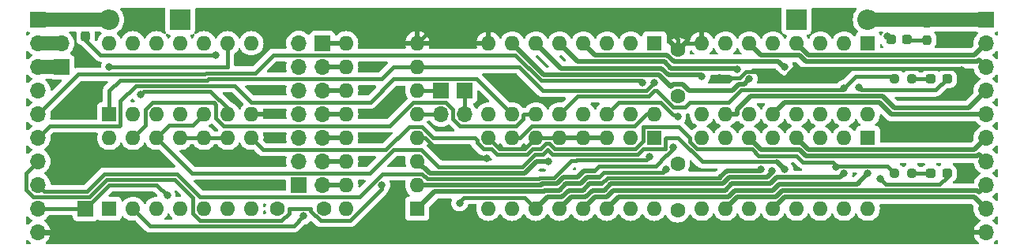
<source format=gbr>
%TF.GenerationSoftware,KiCad,Pcbnew,7.0.5*%
%TF.CreationDate,2024-09-15T17:20:00-04:00*%
%TF.ProjectId,8_bit_logic_analyzer,385f6269-745f-46c6-9f67-69635f616e61,rev?*%
%TF.SameCoordinates,Original*%
%TF.FileFunction,Copper,L1,Top*%
%TF.FilePolarity,Positive*%
%FSLAX46Y46*%
G04 Gerber Fmt 4.6, Leading zero omitted, Abs format (unit mm)*
G04 Created by KiCad (PCBNEW 7.0.5) date 2024-09-15 17:20:00*
%MOMM*%
%LPD*%
G01*
G04 APERTURE LIST*
G04 Aperture macros list*
%AMRoundRect*
0 Rectangle with rounded corners*
0 $1 Rounding radius*
0 $2 $3 $4 $5 $6 $7 $8 $9 X,Y pos of 4 corners*
0 Add a 4 corners polygon primitive as box body*
4,1,4,$2,$3,$4,$5,$6,$7,$8,$9,$2,$3,0*
0 Add four circle primitives for the rounded corners*
1,1,$1+$1,$2,$3*
1,1,$1+$1,$4,$5*
1,1,$1+$1,$6,$7*
1,1,$1+$1,$8,$9*
0 Add four rect primitives between the rounded corners*
20,1,$1+$1,$2,$3,$4,$5,0*
20,1,$1+$1,$4,$5,$6,$7,0*
20,1,$1+$1,$6,$7,$8,$9,0*
20,1,$1+$1,$8,$9,$2,$3,0*%
G04 Aperture macros list end*
%TA.AperFunction,SMDPad,CuDef*%
%ADD10RoundRect,0.237500X0.237500X-0.287500X0.237500X0.287500X-0.237500X0.287500X-0.237500X-0.287500X0*%
%TD*%
%TA.AperFunction,SMDPad,CuDef*%
%ADD11RoundRect,0.237500X-0.287500X-0.237500X0.287500X-0.237500X0.287500X0.237500X-0.287500X0.237500X0*%
%TD*%
%TA.AperFunction,SMDPad,CuDef*%
%ADD12RoundRect,0.237500X0.250000X0.237500X-0.250000X0.237500X-0.250000X-0.237500X0.250000X-0.237500X0*%
%TD*%
%TA.AperFunction,SMDPad,CuDef*%
%ADD13RoundRect,0.237500X0.237500X-0.250000X0.237500X0.250000X-0.237500X0.250000X-0.237500X-0.250000X0*%
%TD*%
%TA.AperFunction,ComponentPad*%
%ADD14R,1.700000X1.700000*%
%TD*%
%TA.AperFunction,ComponentPad*%
%ADD15O,1.700000X1.700000*%
%TD*%
%TA.AperFunction,ComponentPad*%
%ADD16R,1.600000X1.600000*%
%TD*%
%TA.AperFunction,ComponentPad*%
%ADD17O,1.600000X1.600000*%
%TD*%
%TA.AperFunction,ComponentPad*%
%ADD18C,1.600000*%
%TD*%
%TA.AperFunction,ComponentPad*%
%ADD19O,2.200000X2.200000*%
%TD*%
%TA.AperFunction,ComponentPad*%
%ADD20R,2.200000X2.200000*%
%TD*%
%TA.AperFunction,ViaPad*%
%ADD21C,0.800000*%
%TD*%
%TA.AperFunction,Conductor*%
%ADD22C,0.400000*%
%TD*%
%TA.AperFunction,Conductor*%
%ADD23C,0.300000*%
%TD*%
%TA.AperFunction,Conductor*%
%ADD24C,0.500000*%
%TD*%
%TA.AperFunction,Conductor*%
%ADD25C,0.600000*%
%TD*%
%TA.AperFunction,Conductor*%
%ADD26C,1.500000*%
%TD*%
G04 APERTURE END LIST*
D10*
%TO.P,D18,2,A*%
%TO.N,Net-(D1-A)*%
X21590000Y-16510000D03*
%TO.P,D18,1,K*%
%TO.N,Net-(D18-K)*%
X21590000Y-18260000D03*
%TD*%
D11*
%TO.P,D3,2,A*%
%TO.N,Net-(D3-A)*%
X109657485Y-18643513D03*
%TO.P,D3,1,K*%
%TO.N,GND*%
X107907485Y-18643513D03*
%TD*%
D12*
%TO.P,R19,2*%
%TO.N,Net-(U4-~CS)*%
X108307500Y-33020000D03*
%TO.P,R19,1*%
%TO.N,Net-(D17-K)*%
X110132500Y-33020000D03*
%TD*%
%TO.P,R18,1*%
%TO.N,Net-(D16-K)*%
X110132500Y-22860000D03*
%TO.P,R18,2*%
%TO.N,/~ram_0_selected*%
X108307500Y-22860000D03*
%TD*%
D13*
%TO.P,R4,2*%
%TO.N,Net-(D2-A)*%
X111760000Y-16867500D03*
%TO.P,R4,1*%
%TO.N,Net-(D3-A)*%
X111760000Y-18692500D03*
%TD*%
D11*
%TO.P,D17,2,A*%
%TO.N,VCC*%
X113905000Y-33020000D03*
%TO.P,D17,1,K*%
%TO.N,Net-(D17-K)*%
X112155000Y-33020000D03*
%TD*%
%TO.P,D16,2,A*%
%TO.N,VCC*%
X113905000Y-22860000D03*
%TO.P,D16,1,K*%
%TO.N,Net-(D16-K)*%
X112155000Y-22860000D03*
%TD*%
D14*
%TO.P,J4,1,Pin_1*%
%TO.N,/card_selected*%
X44440000Y-34275000D03*
D15*
%TO.P,J4,2,Pin_2*%
X44440000Y-31735000D03*
%TO.P,J4,3,Pin_3*%
X44440000Y-29195000D03*
%TO.P,J4,4,Pin_4*%
X44440000Y-26655000D03*
%TO.P,J4,5,Pin_5*%
X44440000Y-24115000D03*
%TO.P,J4,6,Pin_6*%
X44440000Y-21575000D03*
%TO.P,J4,7,Pin_7*%
X44440000Y-19035000D03*
%TD*%
D14*
%TO.P,J2,1,Pin_1*%
%TO.N,Net-(D1-A)*%
X16510000Y-16510000D03*
D15*
%TO.P,J2,2,Pin_2*%
%TO.N,Net-(J2-Pin_2)*%
X16510000Y-19050000D03*
%TO.P,J2,3,Pin_3*%
%TO.N,Net-(J2-Pin_3)*%
X16510000Y-21590000D03*
%TO.P,J2,4,Pin_4*%
%TO.N,/s_data_out*%
X16510000Y-24130000D03*
%TO.P,J2,5,Pin_5*%
%TO.N,/s_data_in*%
X16510000Y-26670000D03*
%TO.P,J2,6,Pin_6*%
%TO.N,/s_clock*%
X16510000Y-29210000D03*
%TO.P,J2,7,Pin_7*%
%TO.N,/s_cs*%
X16510000Y-31750000D03*
%TO.P,J2,8,Pin_8*%
%TO.N,/rec_clock*%
X16510000Y-34290000D03*
%TO.P,J2,9,Pin_9*%
%TO.N,/rec_trig*%
X16510000Y-36830000D03*
%TO.P,J2,10,Pin_10*%
%TO.N,GND*%
X16510000Y-39370000D03*
%TD*%
D16*
%TO.P,U6,1,A0*%
%TO.N,Net-(U5-Q0)*%
X57140000Y-36815000D03*
D17*
%TO.P,U6,2,A1*%
%TO.N,Net-(U5-Q1)*%
X57140000Y-34275000D03*
%TO.P,U6,3,A2*%
%TO.N,Net-(U5-Q2)*%
X57140000Y-31735000D03*
%TO.P,U6,4,E1*%
%TO.N,GND*%
X57140000Y-29195000D03*
%TO.P,U6,5,E2*%
%TO.N,Net-(J5-Pin_2)*%
X57140000Y-26655000D03*
%TO.P,U6,6,E3*%
%TO.N,Net-(J5-Pin_1)*%
X57140000Y-24115000D03*
%TO.P,U6,7,O7*%
%TO.N,/clear_command*%
X57140000Y-21575000D03*
%TO.P,U6,8,GND*%
%TO.N,GND*%
X57140000Y-19035000D03*
%TO.P,U6,9,O6*%
%TO.N,Net-(J3-Pin_1)*%
X49520000Y-19035000D03*
%TO.P,U6,10,O5*%
%TO.N,Net-(J3-Pin_2)*%
X49520000Y-21575000D03*
%TO.P,U6,11,O4*%
%TO.N,Net-(J3-Pin_3)*%
X49520000Y-24115000D03*
%TO.P,U6,12,O3*%
%TO.N,Net-(J3-Pin_4)*%
X49520000Y-26655000D03*
%TO.P,U6,13,O2*%
%TO.N,Net-(J3-Pin_5)*%
X49520000Y-29195000D03*
%TO.P,U6,14,O1*%
%TO.N,Net-(J3-Pin_6)*%
X49520000Y-31735000D03*
%TO.P,U6,15,O0*%
%TO.N,Net-(J3-Pin_7)*%
X49520000Y-34275000D03*
%TO.P,U6,16,VCC*%
%TO.N,VCC*%
X49520000Y-36815000D03*
%TD*%
%TO.P,U5,16,VCC*%
%TO.N,VCC*%
X82550000Y-26670000D03*
%TO.P,U5,15,Q0*%
%TO.N,Net-(U5-Q0)*%
X80010000Y-26670000D03*
%TO.P,U5,14,Q1*%
%TO.N,Net-(U5-Q1)*%
X77470000Y-26670000D03*
%TO.P,U5,13,Q2*%
%TO.N,Net-(U5-Q2)*%
X74930000Y-26670000D03*
%TO.P,U5,12,Q3*%
%TO.N,/~ram_0_selected*%
X72390000Y-26670000D03*
%TO.P,U5,11,~{Q3}*%
%TO.N,/~ram_1_selected*%
X69850000Y-26670000D03*
%TO.P,U5,10,CP*%
%TO.N,/s_clock*%
X67310000Y-26670000D03*
%TO.P,U5,9,~{PE}*%
%TO.N,/card_selected*%
X64770000Y-26670000D03*
%TO.P,U5,8,GND*%
%TO.N,GND*%
X64770000Y-19050000D03*
%TO.P,U5,7,P3*%
%TO.N,/logic_analyzer_data_3*%
X67310000Y-19050000D03*
%TO.P,U5,6,P2*%
%TO.N,/logic_analyzer_data_2*%
X69850000Y-19050000D03*
%TO.P,U5,5,P1*%
%TO.N,/logic_analyzer_data_1*%
X72390000Y-19050000D03*
%TO.P,U5,4,P0*%
%TO.N,/logic_analyzer_data_0*%
X74930000Y-19050000D03*
%TO.P,U5,3,~{K}*%
%TO.N,Net-(U5-~{K})*%
X77470000Y-19050000D03*
%TO.P,U5,2,J*%
%TO.N,/s_data_in*%
X80010000Y-19050000D03*
D16*
%TO.P,U5,1,~{MR}*%
%TO.N,/clear_command*%
X82550000Y-19050000D03*
%TD*%
D18*
%TO.P,C11,2*%
%TO.N,GND*%
X85039517Y-32020675D03*
%TO.P,C11,1*%
%TO.N,VCC*%
X85039517Y-37020675D03*
%TD*%
D17*
%TO.P,U4,16,VCC*%
%TO.N,VCC*%
X105410000Y-36830000D03*
%TO.P,U4,15,A1*%
%TO.N,/logic_analyzer_addr_1*%
X102870000Y-36830000D03*
%TO.P,U4,14,A2*%
%TO.N,/logic_analyzer_addr_2*%
X100330000Y-36830000D03*
%TO.P,U4,13,A3*%
%TO.N,/logic_analyzer_addr_3*%
X97790000Y-36830000D03*
%TO.P,U4,12,D3*%
%TO.N,/H*%
X95250000Y-36830000D03*
%TO.P,U4,11,S3_n*%
%TO.N,/logic_analyzer_data_3*%
X92710000Y-36830000D03*
%TO.P,U4,10,D2*%
%TO.N,/G*%
X90170000Y-36830000D03*
%TO.P,U4,9,S2_n*%
%TO.N,/logic_analyzer_data_2*%
X87630000Y-36830000D03*
%TO.P,U4,8,GND*%
%TO.N,GND*%
X87630000Y-29210000D03*
%TO.P,U4,7,S1_n*%
%TO.N,/logic_analyzer_data_1*%
X90170000Y-29210000D03*
%TO.P,U4,6,D1*%
%TO.N,/F*%
X92710000Y-29210000D03*
%TO.P,U4,5,S0_n*%
%TO.N,/logic_analyzer_data_0*%
X95250000Y-29210000D03*
%TO.P,U4,4,D0*%
%TO.N,/E*%
X97790000Y-29210000D03*
%TO.P,U4,3,~WE*%
%TO.N,/~record*%
X100330000Y-29210000D03*
%TO.P,U4,2,~CS*%
%TO.N,Net-(U4-~CS)*%
X102870000Y-29210000D03*
D16*
%TO.P,U4,1,A0*%
%TO.N,/logic_analyzer_addr_0*%
X105410000Y-29210000D03*
%TD*%
D18*
%TO.P,C10,2*%
%TO.N,GND*%
X85089999Y-19736650D03*
%TO.P,C10,1*%
%TO.N,VCC*%
X85089999Y-24736650D03*
%TD*%
D16*
%TO.P,U7,1,~{R}*%
%TO.N,/clear_command*%
X24125000Y-26660000D03*
D17*
%TO.P,U7,2,D*%
%TO.N,VCC*%
X26665000Y-26660000D03*
%TO.P,U7,3,C*%
%TO.N,Net-(U7A-C)*%
X29205000Y-26660000D03*
%TO.P,U7,4,~{S}*%
%TO.N,VCC*%
X31745000Y-26660000D03*
%TO.P,U7,5,Q*%
%TO.N,/~record*%
X34285000Y-26660000D03*
%TO.P,U7,6,~{Q}*%
%TO.N,/~record_halt*%
X36825000Y-26660000D03*
%TO.P,U7,7,GND*%
%TO.N,GND*%
X39365000Y-26660000D03*
%TO.P,U7,8,~{Q}*%
%TO.N,unconnected-(U7B-~{Q}-Pad8)*%
X39365000Y-19040000D03*
%TO.P,U7,9,Q*%
%TO.N,Net-(U7B-Q)*%
X36825000Y-19040000D03*
%TO.P,U7,10,~{S}*%
%TO.N,VCC*%
X34285000Y-19040000D03*
%TO.P,U7,11,C*%
%TO.N,/rec_trig*%
X31745000Y-19040000D03*
%TO.P,U7,12,D*%
%TO.N,VCC*%
X29205000Y-19040000D03*
%TO.P,U7,13,~{R}*%
%TO.N,/~record_halt*%
X26665000Y-19040000D03*
%TO.P,U7,14,VCC*%
%TO.N,VCC*%
X24125000Y-19040000D03*
%TD*%
D16*
%TO.P,U8,1*%
%TO.N,Net-(U7B-Q)*%
X24130000Y-36830000D03*
D17*
%TO.P,U8,2*%
%TO.N,/logic_analyzer_addr_3*%
X26670000Y-36830000D03*
%TO.P,U8,3*%
%TO.N,Net-(U7A-C)*%
X29210000Y-36830000D03*
%TO.P,U8,4*%
%TO.N,N/C*%
X31750000Y-36830000D03*
%TO.P,U8,5*%
X34290000Y-36830000D03*
%TO.P,U8,6*%
X36830000Y-36830000D03*
%TO.P,U8,7,GND*%
%TO.N,GND*%
X39370000Y-36830000D03*
%TO.P,U8,8*%
%TO.N,Net-(U4-~CS)*%
X39370000Y-29210000D03*
%TO.P,U8,9*%
%TO.N,Net-(U8-Pad10)*%
X36830000Y-29210000D03*
%TO.P,U8,10*%
X34290000Y-29210000D03*
%TO.P,U8,11*%
X31750000Y-29210000D03*
%TO.P,U8,12*%
%TO.N,/~record*%
X29210000Y-29210000D03*
%TO.P,U8,13*%
%TO.N,/~ram_1_selected*%
X26670000Y-29210000D03*
%TO.P,U8,14,VCC*%
%TO.N,VCC*%
X24130000Y-29210000D03*
%TD*%
D14*
%TO.P,J8,1,Pin_1*%
%TO.N,/rec_trig*%
X21590000Y-36830000D03*
%TD*%
D15*
%TO.P,J1,10,Pin_10*%
%TO.N,GND*%
X118110000Y-39370000D03*
%TO.P,J1,9,Pin_9*%
%TO.N,/H*%
X118110000Y-36830000D03*
%TO.P,J1,8,Pin_8*%
%TO.N,/G*%
X118110000Y-34290000D03*
%TO.P,J1,7,Pin_7*%
%TO.N,/F*%
X118110000Y-31750000D03*
%TO.P,J1,6,Pin_6*%
%TO.N,/E*%
X118110000Y-29210000D03*
%TO.P,J1,5,Pin_5*%
%TO.N,/D*%
X118110000Y-26670000D03*
%TO.P,J1,4,Pin_4*%
%TO.N,/C*%
X118110000Y-24130000D03*
%TO.P,J1,3,Pin_3*%
%TO.N,/B*%
X118110000Y-21590000D03*
%TO.P,J1,2,Pin_2*%
%TO.N,/A*%
X118110000Y-19050000D03*
D14*
%TO.P,J1,1,Pin_1*%
%TO.N,Net-(D2-A)*%
X118110000Y-16510000D03*
%TD*%
D15*
%TO.P,J5,2,Pin_2*%
%TO.N,Net-(J5-Pin_2)*%
X59690000Y-26670000D03*
D14*
%TO.P,J5,1,Pin_1*%
%TO.N,Net-(J5-Pin_1)*%
X59690000Y-24130000D03*
%TD*%
D19*
%TO.P,D2,2,A*%
%TO.N,Net-(D2-A)*%
X105410000Y-16510000D03*
D20*
%TO.P,D2,1,K*%
%TO.N,VCC*%
X97790000Y-16510000D03*
%TD*%
D17*
%TO.P,U9,16,VCC*%
%TO.N,VCC*%
X82535000Y-36840000D03*
%TO.P,U9,15,TC*%
%TO.N,unconnected-(U9-TC-Pad15)*%
X79995000Y-36840000D03*
%TO.P,U9,14,Q0*%
%TO.N,/logic_analyzer_addr_0*%
X77455000Y-36840000D03*
%TO.P,U9,13,Q1*%
%TO.N,/logic_analyzer_addr_1*%
X74915000Y-36840000D03*
%TO.P,U9,12,Q2*%
%TO.N,/logic_analyzer_addr_2*%
X72375000Y-36840000D03*
%TO.P,U9,11,Q3*%
%TO.N,/logic_analyzer_addr_3*%
X69835000Y-36840000D03*
%TO.P,U9,10,CET*%
%TO.N,VCC*%
X67295000Y-36840000D03*
%TO.P,U9,9,~{PE}*%
X64755000Y-36840000D03*
%TO.P,U9,8,GND*%
%TO.N,GND*%
X64755000Y-29220000D03*
%TO.P,U9,7,CEP*%
%TO.N,VCC*%
X67295000Y-29220000D03*
%TO.P,U9,6,D3*%
%TO.N,GND*%
X69835000Y-29220000D03*
%TO.P,U9,5,D2*%
X72375000Y-29220000D03*
%TO.P,U9,4,D1*%
X74915000Y-29220000D03*
%TO.P,U9,3,D0*%
X77455000Y-29220000D03*
%TO.P,U9,2,CP*%
%TO.N,/rec_clock*%
X79995000Y-29220000D03*
D16*
%TO.P,U9,1,~{MR}*%
%TO.N,Net-(U9-~{MR})*%
X82535000Y-29220000D03*
%TD*%
D15*
%TO.P,J6,2,Pin_2*%
%TO.N,/s_cs*%
X62230000Y-26670000D03*
D14*
%TO.P,J6,1,Pin_1*%
X62230000Y-24130000D03*
%TD*%
%TO.P,J7,1,Pin_1*%
%TO.N,Net-(J2-Pin_3)*%
X19050000Y-21590000D03*
D15*
%TO.P,J7,2,Pin_2*%
%TO.N,Net-(J2-Pin_2)*%
X19050000Y-19050000D03*
%TD*%
D17*
%TO.P,U2,16,VCC*%
%TO.N,VCC*%
X105410000Y-26670000D03*
%TO.P,U2,15,A1*%
%TO.N,/logic_analyzer_addr_1*%
X102870000Y-26670000D03*
%TO.P,U2,14,A2*%
%TO.N,/logic_analyzer_addr_2*%
X100330000Y-26670000D03*
%TO.P,U2,13,A3*%
%TO.N,/logic_analyzer_addr_3*%
X97790000Y-26670000D03*
%TO.P,U2,12,D3*%
%TO.N,/D*%
X95250000Y-26670000D03*
%TO.P,U2,11,S3_n*%
%TO.N,/logic_analyzer_data_3*%
X92710000Y-26670000D03*
%TO.P,U2,10,D2*%
%TO.N,/C*%
X90170000Y-26670000D03*
%TO.P,U2,9,S2_n*%
%TO.N,/logic_analyzer_data_2*%
X87630000Y-26670000D03*
%TO.P,U2,8,GND*%
%TO.N,GND*%
X87630000Y-19050000D03*
%TO.P,U2,7,S1_n*%
%TO.N,/logic_analyzer_data_1*%
X90170000Y-19050000D03*
%TO.P,U2,6,D1*%
%TO.N,/B*%
X92710000Y-19050000D03*
%TO.P,U2,5,S0_n*%
%TO.N,/logic_analyzer_data_0*%
X95250000Y-19050000D03*
%TO.P,U2,4,D0*%
%TO.N,/A*%
X97790000Y-19050000D03*
%TO.P,U2,3,~WE*%
%TO.N,/~record*%
X100330000Y-19050000D03*
%TO.P,U2,2,~CS*%
%TO.N,/~ram_0_selected*%
X102870000Y-19050000D03*
D16*
%TO.P,U2,1,A0*%
%TO.N,/logic_analyzer_addr_0*%
X105410000Y-19050000D03*
%TD*%
D20*
%TO.P,D1,1,K*%
%TO.N,VCC*%
X31750000Y-16510000D03*
D19*
%TO.P,D1,2,A*%
%TO.N,Net-(D1-A)*%
X24130000Y-16510000D03*
%TD*%
D18*
%TO.P,C4,1*%
%TO.N,VCC*%
X47176220Y-36812393D03*
%TO.P,C4,2*%
%TO.N,GND*%
X42176220Y-36812393D03*
%TD*%
D14*
%TO.P,J3,1,Pin_1*%
%TO.N,Net-(J3-Pin_1)*%
X46980000Y-19035000D03*
D15*
%TO.P,J3,2,Pin_2*%
%TO.N,Net-(J3-Pin_2)*%
X46980000Y-21575000D03*
%TO.P,J3,3,Pin_3*%
%TO.N,Net-(J3-Pin_3)*%
X46980000Y-24115000D03*
%TO.P,J3,4,Pin_4*%
%TO.N,Net-(J3-Pin_4)*%
X46980000Y-26655000D03*
%TO.P,J3,5,Pin_5*%
%TO.N,Net-(J3-Pin_5)*%
X46980000Y-29195000D03*
%TO.P,J3,6,Pin_6*%
%TO.N,Net-(J3-Pin_6)*%
X46980000Y-31735000D03*
%TO.P,J3,7,Pin_7*%
%TO.N,Net-(J3-Pin_7)*%
X46980000Y-34275000D03*
%TD*%
D21*
%TO.N,GND*%
X107533621Y-18292648D03*
%TO.N,Net-(D18-K)*%
X35560000Y-20320000D03*
%TO.N,/~record_halt*%
X27492644Y-24532127D03*
%TO.N,GND*%
X21590000Y-31750000D03*
X19759535Y-33780866D03*
X36830000Y-34290000D03*
X22860000Y-30480000D03*
X19050000Y-39370000D03*
X19050000Y-38100000D03*
X39370000Y-34290000D03*
X21590000Y-39370000D03*
X38100000Y-34290000D03*
X22860000Y-31750000D03*
X20320000Y-39370000D03*
%TO.N,Net-(U7B-Q)*%
X24130000Y-21590000D03*
%TO.N,GND*%
X19050000Y-33020000D03*
%TO.N,/rec_trig*%
X30336139Y-35416139D03*
%TO.N,/logic_analyzer_addr_3*%
X44955778Y-37629500D03*
%TO.N,GND*%
X68580632Y-17472956D03*
X71164363Y-17495821D03*
%TO.N,Net-(U5-Q1)*%
X85044270Y-26959621D03*
%TO.N,VCC*%
X104419188Y-23748918D03*
%TO.N,/rec_clock*%
X82054500Y-31279500D03*
%TO.N,GND*%
X64556594Y-31434972D03*
%TO.N,Net-(U5-Q1)*%
X84602216Y-30236919D03*
%TO.N,VCC*%
X106729728Y-33652219D03*
%TO.N,GND*%
X89458919Y-22768540D03*
X115465261Y-21952179D03*
%TO.N,/logic_analyzer_addr_2*%
X95180743Y-32759111D03*
%TO.N,/logic_analyzer_data_0*%
X96520000Y-21590000D03*
%TO.N,/logic_analyzer_addr_3*%
X93980000Y-32610500D03*
%TO.N,/logic_analyzer_addr_0*%
X105410000Y-33020000D03*
%TO.N,/s_data_in*%
X81280000Y-23269500D03*
%TO.N,GND*%
X60960000Y-30480000D03*
%TO.N,/logic_analyzer_data_2*%
X87630000Y-22569500D03*
%TO.N,/logic_analyzer_data_1*%
X91420000Y-21869500D03*
%TO.N,/logic_analyzer_addr_1*%
X102870000Y-33020000D03*
%TO.N,/~record*%
X96520000Y-32630500D03*
%TO.N,/clear_command*%
X82550000Y-23269500D03*
%TO.N,Net-(U5-Q2)*%
X71205614Y-31739973D03*
%TO.N,GND*%
X62230000Y-30480000D03*
%TO.N,Net-(U4-~CS)*%
X102007239Y-32304418D03*
%TO.N,/~ram_0_selected*%
X102870000Y-23870500D03*
%TO.N,/logic_analyzer_addr_3*%
X61683222Y-36223774D03*
%TO.N,/logic_analyzer_data_3*%
X92710000Y-22860000D03*
%TO.N,Net-(U5-Q0)*%
X83770673Y-32610500D03*
%TO.N,/s_cs*%
X53340000Y-34290000D03*
%TD*%
D22*
%TO.N,GND*%
X107533621Y-18292648D02*
X107556620Y-18292648D01*
X107556620Y-18292648D02*
X107907485Y-18643513D01*
%TO.N,Net-(D3-A)*%
X109706472Y-18692500D02*
X109657485Y-18643513D01*
X111760000Y-18692500D02*
X109706472Y-18692500D01*
%TO.N,Net-(D18-K)*%
X23217500Y-20320000D02*
X21590000Y-18692500D01*
X35560000Y-20320000D02*
X23217500Y-20320000D01*
%TO.N,Net-(U7B-Q)*%
X36825000Y-21590000D02*
X36825000Y-19040000D01*
X24130000Y-21590000D02*
X36825000Y-21590000D01*
%TO.N,/s_data_in*%
X20790000Y-22390000D02*
X16510000Y-26670000D01*
X39786764Y-22225000D02*
X34488528Y-22225000D01*
X41691764Y-20320000D02*
X39786764Y-22225000D01*
X67660761Y-20320000D02*
X41691764Y-20320000D01*
X70410761Y-23070000D02*
X67660761Y-20320000D01*
X34323528Y-22390000D02*
X20790000Y-22390000D01*
X81080500Y-23070000D02*
X70410761Y-23070000D01*
X81280000Y-23269500D02*
X81080500Y-23070000D01*
X34488528Y-22225000D02*
X34323528Y-22390000D01*
%TO.N,/clear_command*%
X54625000Y-21575000D02*
X57140000Y-21575000D01*
X53340000Y-22860000D02*
X54625000Y-21575000D01*
X34772056Y-22860000D02*
X53340000Y-22860000D01*
X34737056Y-22825000D02*
X34772056Y-22860000D01*
D23*
X34572056Y-22990000D02*
X34737056Y-22825000D01*
D22*
%TO.N,VCC*%
X104740270Y-24070000D02*
X104419188Y-23748918D01*
X112695000Y-24070000D02*
X104740270Y-24070000D01*
X113905000Y-22860000D02*
X112695000Y-24070000D01*
%TO.N,GND*%
X115310865Y-21797783D02*
X115465261Y-21952179D01*
X97443588Y-21797783D02*
X115310865Y-21797783D01*
X89693412Y-22769500D02*
X91669129Y-22769500D01*
X89692452Y-22768540D02*
X89693412Y-22769500D01*
X91669129Y-22769500D02*
X92378629Y-22060000D01*
X92378629Y-22060000D02*
X95581371Y-22060000D01*
X89458919Y-22768540D02*
X89692452Y-22768540D01*
X95581371Y-22060000D02*
X96381371Y-22860000D01*
X96381371Y-22860000D02*
X97443588Y-21797783D01*
D24*
%TO.N,/C*%
X108239950Y-25970000D02*
X116270000Y-25970000D01*
X92892233Y-24720000D02*
X106989950Y-24720000D01*
X91460000Y-26152233D02*
X92892233Y-24720000D01*
X106989950Y-24720000D02*
X108239950Y-25970000D01*
X116270000Y-25970000D02*
X118110000Y-24130000D01*
X91460000Y-26670000D02*
X91460000Y-26152233D01*
X90170000Y-26670000D02*
X91460000Y-26670000D01*
%TO.N,/D*%
X106700000Y-25420000D02*
X107950000Y-26670000D01*
X96500000Y-25420000D02*
X106700000Y-25420000D01*
X107950000Y-26670000D02*
X118110000Y-26670000D01*
X95250000Y-26670000D02*
X96500000Y-25420000D01*
D22*
%TO.N,/~ram_0_selected*%
X108032500Y-22585000D02*
X104155500Y-22585000D01*
X104155500Y-22585000D02*
X102870000Y-23870500D01*
X108307500Y-22860000D02*
X108032500Y-22585000D01*
%TO.N,VCC*%
X106729728Y-33652219D02*
X106699241Y-33621732D01*
X107307509Y-34230000D02*
X106729728Y-33652219D01*
X113090000Y-34230000D02*
X107307509Y-34230000D01*
X113905000Y-33415000D02*
X113090000Y-34230000D01*
X113905000Y-33020000D02*
X113905000Y-33415000D01*
%TO.N,GND*%
X58679179Y-17495821D02*
X57140000Y-19035000D01*
X71164363Y-17495821D02*
X58679179Y-17495821D01*
X83980540Y-17495821D02*
X71164363Y-17495821D01*
X85089999Y-18605280D02*
X83980540Y-17495821D01*
X85089999Y-19736650D02*
X85089999Y-18605280D01*
X85776649Y-19050000D02*
X85089999Y-19736650D01*
X87630000Y-19050000D02*
X85776649Y-19050000D01*
X89458919Y-22535007D02*
X89453945Y-22530033D01*
X89458919Y-22768540D02*
X89458919Y-22535007D01*
D24*
%TO.N,/logic_analyzer_data_3*%
X92150000Y-23420000D02*
X92710000Y-22860000D01*
X91581522Y-23420000D02*
X92150000Y-23420000D01*
X86251116Y-24130000D02*
X90871522Y-24130000D01*
X85607766Y-23486650D02*
X86251116Y-24130000D01*
X84572232Y-23486650D02*
X85607766Y-23486650D01*
X84337307Y-23721575D02*
X84572232Y-23486650D01*
X83035732Y-22420000D02*
X84337307Y-23721575D01*
X90871522Y-24130000D02*
X91581522Y-23420000D01*
X70680000Y-22420000D02*
X83035732Y-22420000D01*
X67310000Y-19050000D02*
X70680000Y-22420000D01*
D22*
%TO.N,/~ram_0_selected*%
X74330000Y-24730000D02*
X72390000Y-26670000D01*
X81950000Y-24730000D02*
X74330000Y-24730000D01*
X82550000Y-24130000D02*
X81950000Y-24730000D01*
X82786292Y-24130000D02*
X82550000Y-24130000D01*
X84592942Y-25936650D02*
X82786292Y-24130000D01*
X85823350Y-25936650D02*
X84592942Y-25936650D01*
X86360000Y-25400000D02*
X85823350Y-25936650D01*
X91850761Y-24070000D02*
X90520762Y-25400000D01*
X102670500Y-24070000D02*
X91850761Y-24070000D01*
X90520762Y-25400000D02*
X86360000Y-25400000D01*
X102870000Y-23870500D02*
X102670500Y-24070000D01*
%TO.N,Net-(D16-K)*%
X110132500Y-22860000D02*
X112155000Y-22860000D01*
%TO.N,Net-(D17-K)*%
X110132500Y-33020000D02*
X112155000Y-33020000D01*
%TO.N,Net-(U4-~CS)*%
X102091657Y-32220000D02*
X102007239Y-32304418D01*
X107507500Y-32220000D02*
X102091657Y-32220000D01*
X108307500Y-33020000D02*
X107507500Y-32220000D01*
D24*
%TO.N,Net-(U5-Q2)*%
X57830000Y-32425000D02*
X57140000Y-31735000D01*
X57906295Y-32425000D02*
X57830000Y-32425000D01*
X58471295Y-32990000D02*
X57906295Y-32425000D01*
X68681294Y-32990000D02*
X58471295Y-32990000D01*
X69941294Y-31730000D02*
X68681294Y-32990000D01*
X71205614Y-31739973D02*
X71195641Y-31730000D01*
X71195641Y-31730000D02*
X69941294Y-31730000D01*
D22*
%TO.N,/~record*%
X33020000Y-33020000D02*
X29210000Y-29210000D01*
X52070000Y-33020000D02*
X33020000Y-33020000D01*
X54605000Y-30485000D02*
X52070000Y-33020000D01*
X57587057Y-30485000D02*
X54605000Y-30485000D01*
X68412056Y-32340000D02*
X59442057Y-32340000D01*
X69732056Y-31020000D02*
X68412056Y-32340000D01*
X70580585Y-31020000D02*
X69732056Y-31020000D01*
X71105000Y-30495585D02*
X70580585Y-31020000D01*
X59442057Y-32340000D02*
X57587057Y-30485000D01*
X71629415Y-31020000D02*
X71105000Y-30495585D01*
X80740585Y-31020000D02*
X71629415Y-31020000D01*
X83735000Y-30420000D02*
X81340585Y-30420000D01*
X83735000Y-29295000D02*
X83735000Y-30420000D01*
X87654415Y-31780000D02*
X85084415Y-29210000D01*
X85084415Y-29210000D02*
X83820000Y-29210000D01*
X83820000Y-29210000D02*
X83735000Y-29295000D01*
X81340585Y-30420000D02*
X80740585Y-31020000D01*
X95669500Y-31780000D02*
X87654415Y-31780000D01*
%TO.N,Net-(U4-~CS)*%
X40640000Y-30480000D02*
X39370000Y-29210000D01*
X53761472Y-30480000D02*
X40640000Y-30480000D01*
X56246472Y-27995000D02*
X53761472Y-30480000D01*
X57637057Y-27995000D02*
X56246472Y-27995000D01*
X58852057Y-29210000D02*
X57637057Y-27995000D01*
X63273971Y-29210000D02*
X58852057Y-29210000D01*
X63555000Y-29491029D02*
X63273971Y-29210000D01*
X63555000Y-29717057D02*
X63555000Y-29491029D01*
X64257943Y-30420000D02*
X63555000Y-29717057D01*
X65106472Y-30420000D02*
X64257943Y-30420000D01*
X65706472Y-31020000D02*
X65106472Y-30420000D01*
X68883528Y-31020000D02*
X65706472Y-31020000D01*
X69483528Y-30420000D02*
X68883528Y-31020000D01*
X70332057Y-30420000D02*
X69483528Y-30420000D01*
X70932057Y-29820000D02*
X70332057Y-30420000D01*
X71877943Y-30420000D02*
X71277943Y-29820000D01*
X80492057Y-30420000D02*
X71877943Y-30420000D01*
X81335000Y-29577057D02*
X80492057Y-30420000D01*
X81335000Y-28020000D02*
X81335000Y-29577057D01*
X85170000Y-28020000D02*
X81335000Y-28020000D01*
X86360000Y-29210000D02*
X85170000Y-28020000D01*
X86360000Y-29637057D02*
X86360000Y-29210000D01*
X92990762Y-30410000D02*
X87132943Y-30410000D01*
X97800812Y-31130000D02*
X93710762Y-31130000D01*
X93710762Y-31130000D02*
X92990762Y-30410000D01*
X98480812Y-31810000D02*
X97800812Y-31130000D01*
X71277943Y-29820000D02*
X70932057Y-29820000D01*
X101660000Y-31810000D02*
X98480812Y-31810000D01*
X102007239Y-32157239D02*
X101660000Y-31810000D01*
X87132943Y-30410000D02*
X86360000Y-29637057D01*
X102007239Y-32304418D02*
X102007239Y-32157239D01*
%TO.N,GND*%
X63184972Y-31434972D02*
X62230000Y-30480000D01*
X64556594Y-31434972D02*
X63184972Y-31434972D01*
%TO.N,/rec_clock*%
X21762944Y-34960000D02*
X17180000Y-34960000D01*
X23632944Y-33090000D02*
X21762944Y-34960000D01*
X31398528Y-33090000D02*
X23632944Y-33090000D01*
X33868528Y-35560000D02*
X31398528Y-33090000D01*
X50938629Y-35560000D02*
X33868528Y-35560000D01*
X17180000Y-34960000D02*
X16510000Y-34290000D01*
X53423629Y-33075000D02*
X50938629Y-35560000D01*
X58202057Y-33640000D02*
X57637057Y-33075000D01*
X73645911Y-31680000D02*
X71815911Y-33510000D01*
X74157056Y-31680000D02*
X73645911Y-31680000D01*
X57637057Y-33075000D02*
X53423629Y-33075000D01*
X74217056Y-31620000D02*
X74157056Y-31680000D01*
X70265863Y-33510000D02*
X70135863Y-33640000D01*
X70135863Y-33640000D02*
X58202057Y-33640000D01*
X71815911Y-33510000D02*
X70265863Y-33510000D01*
X82054500Y-31279500D02*
X81714000Y-31620000D01*
X81714000Y-31620000D02*
X74217056Y-31620000D01*
D24*
%TO.N,Net-(U5-Q1)*%
X57155000Y-34290000D02*
X57140000Y-34275000D01*
X70535101Y-34160000D02*
X70405101Y-34290000D01*
X72085150Y-34160000D02*
X70535101Y-34160000D01*
X74335200Y-33460000D02*
X72785150Y-33460000D01*
X75035200Y-32760000D02*
X74335200Y-33460000D01*
X72785150Y-33460000D02*
X72085150Y-34160000D01*
X70405101Y-34290000D02*
X57155000Y-34290000D01*
X76098774Y-32760000D02*
X75035200Y-32760000D01*
%TO.N,Net-(U5-Q0)*%
X58965000Y-34990000D02*
X57140000Y-36815000D01*
X70695050Y-34990000D02*
X58965000Y-34990000D01*
X72375100Y-34860000D02*
X70825050Y-34860000D01*
X73075100Y-34160000D02*
X72375100Y-34860000D01*
X74625150Y-34160000D02*
X73075100Y-34160000D01*
X70825050Y-34860000D02*
X70695050Y-34990000D01*
X76600150Y-33460000D02*
X75325150Y-33460000D01*
X75325150Y-33460000D02*
X74625150Y-34160000D01*
D22*
%TO.N,/logic_analyzer_addr_3*%
X62150000Y-35640000D02*
X61683222Y-36106778D01*
X68635000Y-35640000D02*
X62150000Y-35640000D01*
X69835000Y-36840000D02*
X68635000Y-35640000D01*
%TO.N,Net-(U5-Q1)*%
X84602216Y-30401312D02*
X83923528Y-31080000D01*
X83923528Y-31080000D02*
X83820000Y-31080000D01*
X84602216Y-30236919D02*
X84602216Y-30401312D01*
X84477764Y-26670000D02*
X85044270Y-26959621D01*
X83237764Y-25430000D02*
X84477764Y-26670000D01*
X78710000Y-25430000D02*
X83237764Y-25430000D01*
%TO.N,/clear_command*%
X68067233Y-21575000D02*
X57140000Y-21575000D01*
X81689500Y-24130000D02*
X70622233Y-24130000D01*
X82550000Y-23269500D02*
X81689500Y-24130000D01*
X70622233Y-24130000D02*
X68067233Y-21575000D01*
%TO.N,Net-(U5-Q1)*%
X77470000Y-26670000D02*
X78710000Y-25430000D01*
X82680000Y-32220000D02*
X83820000Y-31080000D01*
X76638774Y-32220000D02*
X82680000Y-32220000D01*
X76098774Y-32760000D02*
X76638774Y-32220000D01*
%TO.N,Net-(U5-Q0)*%
X77150150Y-32910000D02*
X76600150Y-33460000D01*
X83471173Y-32910000D02*
X77150150Y-32910000D01*
X83621173Y-32760000D02*
X83471173Y-32910000D01*
%TO.N,/logic_analyzer_addr_3*%
X89530200Y-33510000D02*
X77540100Y-33510000D01*
X89580200Y-33460000D02*
X89530200Y-33510000D01*
X77540100Y-33510000D02*
X76890100Y-34160000D01*
D24*
%TO.N,Net-(U5-Q0)*%
X83770673Y-32610500D02*
X83621173Y-32760000D01*
D22*
%TO.N,VCC*%
X69417943Y-27940000D02*
X80437057Y-27940000D01*
X80437057Y-27940000D02*
X81707057Y-26670000D01*
X68137943Y-29220000D02*
X69417943Y-27940000D01*
X67295000Y-29220000D02*
X68137943Y-29220000D01*
X81707057Y-26670000D02*
X82550000Y-26670000D01*
D25*
%TO.N,GND*%
X20829134Y-33780866D02*
X22860000Y-31750000D01*
D22*
X69835000Y-29220000D02*
X72375000Y-29220000D01*
X57988529Y-29195000D02*
X59273529Y-30480000D01*
D25*
X19759535Y-33780866D02*
X20829134Y-33780866D01*
D22*
X64755000Y-29220000D02*
X65955000Y-30420000D01*
D25*
X20320000Y-31750000D02*
X19050000Y-33020000D01*
D22*
X59273529Y-30480000D02*
X60960000Y-30480000D01*
D25*
X21590000Y-31750000D02*
X20320000Y-31750000D01*
D22*
X57140000Y-29195000D02*
X57988529Y-29195000D01*
X68635000Y-30420000D02*
X69835000Y-29220000D01*
D25*
X16510000Y-39370000D02*
X19050000Y-39370000D01*
D22*
X65955000Y-30420000D02*
X68635000Y-30420000D01*
D26*
%TO.N,Net-(D1-A)*%
X16510000Y-16510000D02*
X24130000Y-16510000D01*
%TO.N,Net-(D2-A)*%
X118110000Y-16510000D02*
X105410000Y-16510000D01*
D24*
%TO.N,/A*%
X116860000Y-20300000D02*
X99040000Y-20300000D01*
X99040000Y-20300000D02*
X97790000Y-19050000D01*
X118110000Y-19050000D02*
X116860000Y-20300000D01*
%TO.N,/B*%
X98070050Y-20320000D02*
X93980000Y-20320000D01*
X117334975Y-20814975D02*
X117149949Y-21000000D01*
X118110000Y-21590000D02*
X117334975Y-20814975D01*
X93980000Y-20320000D02*
X92710000Y-19050000D01*
X98750050Y-21000000D02*
X98070050Y-20320000D01*
X117149949Y-21000000D02*
X98750050Y-21000000D01*
%TO.N,/E*%
X99040000Y-30460000D02*
X97790000Y-29210000D01*
X116860000Y-30460000D02*
X99040000Y-30460000D01*
X118110000Y-29210000D02*
X116860000Y-30460000D01*
%TO.N,/F*%
X98070050Y-30480000D02*
X93980000Y-30480000D01*
X118110000Y-31750000D02*
X117334975Y-30974975D01*
X98750050Y-31160000D02*
X98070050Y-30480000D01*
X117149949Y-31160000D02*
X98750050Y-31160000D01*
X117334975Y-30974975D02*
X117149949Y-31160000D01*
X93980000Y-30480000D02*
X92710000Y-29210000D01*
%TO.N,/G*%
X95530050Y-35560000D02*
X96210051Y-34880000D01*
X117334975Y-35065025D02*
X118110000Y-34290000D01*
X91440000Y-35560000D02*
X95530050Y-35560000D01*
X90170000Y-36830000D02*
X91440000Y-35560000D01*
X96210051Y-34880000D02*
X117149949Y-34880000D01*
X117149949Y-34880000D02*
X117334975Y-35065025D01*
%TO.N,/H*%
X96500000Y-35580000D02*
X116860000Y-35580000D01*
X95250000Y-36830000D02*
X96500000Y-35580000D01*
X116860000Y-35580000D02*
X118110000Y-36830000D01*
D26*
%TO.N,Net-(J2-Pin_2)*%
X16510000Y-19050000D02*
X19050000Y-19050000D01*
%TO.N,Net-(J2-Pin_3)*%
X16510000Y-21590000D02*
X19050000Y-21590000D01*
D22*
%TO.N,/s_clock*%
X17780000Y-27940000D02*
X16510000Y-29210000D01*
X63520000Y-22880000D02*
X54590000Y-22880000D01*
X52105000Y-25365000D02*
X39335000Y-25365000D01*
X25245000Y-27940000D02*
X17780000Y-27940000D01*
X25325000Y-25253971D02*
X25325000Y-27860000D01*
X67310000Y-26670000D02*
X63520000Y-22880000D01*
X54590000Y-22880000D02*
X52105000Y-25365000D01*
X37560000Y-23590000D02*
X26988971Y-23590000D01*
X26988971Y-23590000D02*
X25325000Y-25253971D01*
X25325000Y-27860000D02*
X25245000Y-27940000D01*
X39335000Y-25365000D02*
X37560000Y-23590000D01*
%TO.N,/s_cs*%
X53340000Y-34692057D02*
X49932057Y-38100000D01*
X45720000Y-37053230D02*
X45720000Y-36830000D01*
X33090000Y-35630000D02*
X31150000Y-33690000D01*
X33090000Y-37327057D02*
X33090000Y-35630000D01*
X62230000Y-24130000D02*
X62230000Y-26670000D01*
X22011472Y-35560000D02*
X16012233Y-35560000D01*
X43376220Y-36830000D02*
X43376220Y-37309450D01*
X45720000Y-36830000D02*
X43376220Y-36830000D01*
X42585670Y-38100000D02*
X33862943Y-38100000D01*
X15260000Y-34807767D02*
X15260000Y-33000000D01*
X49932057Y-38100000D02*
X46766770Y-38100000D01*
X43376220Y-37309450D02*
X42585670Y-38100000D01*
X31150000Y-33690000D02*
X23881472Y-33690000D01*
X33862943Y-38100000D02*
X33090000Y-37327057D01*
X16012233Y-35560000D02*
X15260000Y-34807767D01*
X23881472Y-33690000D02*
X22011472Y-35560000D01*
X46766770Y-38100000D02*
X45720000Y-37053230D01*
X15260000Y-33000000D02*
X16510000Y-31750000D01*
X53340000Y-34290000D02*
X53340000Y-34692057D01*
%TO.N,/rec_trig*%
X29210000Y-34290000D02*
X24130000Y-34290000D01*
X24130000Y-34290000D02*
X21590000Y-36830000D01*
X16510000Y-36830000D02*
X21590000Y-36830000D01*
X30336139Y-35416139D02*
X29210000Y-34290000D01*
D24*
%TO.N,Net-(J3-Pin_1)*%
X49520000Y-19035000D02*
X46980000Y-19035000D01*
%TO.N,Net-(J3-Pin_2)*%
X46980000Y-21575000D02*
X49520000Y-21575000D01*
%TO.N,Net-(J3-Pin_3)*%
X49520000Y-24115000D02*
X46980000Y-24115000D01*
%TO.N,Net-(J3-Pin_4)*%
X46980000Y-26655000D02*
X49520000Y-26655000D01*
%TO.N,Net-(J3-Pin_5)*%
X49520000Y-29195000D02*
X46980000Y-29195000D01*
%TO.N,Net-(J3-Pin_6)*%
X46980000Y-31735000D02*
X49520000Y-31735000D01*
%TO.N,Net-(J3-Pin_7)*%
X49520000Y-34275000D02*
X46980000Y-34275000D01*
D22*
%TO.N,Net-(J5-Pin_1)*%
X59675000Y-24115000D02*
X59690000Y-24130000D01*
X57140000Y-24115000D02*
X59675000Y-24115000D01*
%TO.N,Net-(J5-Pin_2)*%
X57155000Y-26670000D02*
X57140000Y-26655000D01*
X59690000Y-26670000D02*
X57155000Y-26670000D01*
D24*
%TO.N,/logic_analyzer_addr_0*%
X105410000Y-33020000D02*
X104250000Y-34180000D01*
X95920102Y-34180000D02*
X95240101Y-34860000D01*
X104250000Y-34180000D02*
X95920102Y-34180000D01*
X95240101Y-34860000D02*
X91150050Y-34860000D01*
X91150050Y-34860000D02*
X90450050Y-35560000D01*
X78735000Y-35560000D02*
X77455000Y-36840000D01*
X90450050Y-35560000D02*
X78735000Y-35560000D01*
D22*
%TO.N,/~record*%
X33085000Y-27860000D02*
X34285000Y-26660000D01*
X30560000Y-27860000D02*
X33085000Y-27860000D01*
X29210000Y-29210000D02*
X30560000Y-27860000D01*
D24*
X96520000Y-32630500D02*
X95669500Y-31780000D01*
%TO.N,/logic_analyzer_data_0*%
X83905582Y-20320000D02*
X84605582Y-21020000D01*
X95840000Y-21020000D02*
X96520000Y-21700000D01*
X76200000Y-20320000D02*
X83905582Y-20320000D01*
X84605582Y-21020000D02*
X95840000Y-21020000D01*
X74930000Y-19050000D02*
X76200000Y-20320000D01*
%TO.N,/logic_analyzer_data_1*%
X74360000Y-21020000D02*
X72390000Y-19050000D01*
X91270500Y-21720000D02*
X84315632Y-21720000D01*
X84315632Y-21720000D02*
X83615632Y-21020000D01*
X91420000Y-21869500D02*
X91270500Y-21720000D01*
X83615632Y-21020000D02*
X74360000Y-21020000D01*
%TO.N,/logic_analyzer_data_2*%
X84025682Y-22420000D02*
X83325682Y-21720000D01*
X72520000Y-21720000D02*
X69850000Y-19050000D01*
X87630000Y-22569500D02*
X87480500Y-22420000D01*
X87480500Y-22420000D02*
X84025682Y-22420000D01*
X83325682Y-21720000D02*
X72520000Y-21720000D01*
%TO.N,/logic_analyzer_addr_3*%
X71115000Y-35560000D02*
X69835000Y-36840000D01*
X93830500Y-32760000D02*
X90280200Y-32760000D01*
D22*
X44955778Y-37629500D02*
X43885278Y-38700000D01*
D24*
X76890100Y-34160000D02*
X75615100Y-34160000D01*
X61683222Y-36223774D02*
X61566226Y-36223774D01*
D22*
X43885278Y-38700000D02*
X28540000Y-38700000D01*
D24*
X61566226Y-36223774D02*
X61595000Y-36195000D01*
X73365050Y-34860000D02*
X72665050Y-35560000D01*
X61683222Y-36106778D02*
X61683222Y-36223774D01*
X72665050Y-35560000D02*
X71115000Y-35560000D01*
X74915100Y-34860000D02*
X73365050Y-34860000D01*
X93980000Y-32610500D02*
X93830500Y-32760000D01*
D22*
X28540000Y-38700000D02*
X26670000Y-36830000D01*
D24*
X90280200Y-32760000D02*
X89580200Y-33460000D01*
X75615100Y-34160000D02*
X74915100Y-34860000D01*
%TO.N,/logic_analyzer_addr_2*%
X75905050Y-34860000D02*
X75205050Y-35560000D01*
X95180743Y-32759111D02*
X95180743Y-32939460D01*
X75205050Y-35560000D02*
X73655000Y-35560000D01*
X77180050Y-34860000D02*
X75905050Y-34860000D01*
X94660203Y-33460000D02*
X90570152Y-33460000D01*
X89870152Y-34160000D02*
X77880050Y-34160000D01*
X73655000Y-35560000D02*
X72375000Y-36840000D01*
X90570152Y-33460000D02*
X89870152Y-34160000D01*
X95180743Y-32939460D02*
X94660203Y-33460000D01*
X77880050Y-34160000D02*
X77180050Y-34860000D01*
%TO.N,/logic_analyzer_addr_1*%
X76195000Y-35560000D02*
X77470000Y-35560000D01*
X78170000Y-34860000D02*
X90160100Y-34860000D01*
X102410000Y-33480000D02*
X102870000Y-33020000D01*
X90860101Y-34160000D02*
X94950152Y-34160000D01*
X90160100Y-34860000D02*
X90860101Y-34160000D01*
X95630153Y-33480000D02*
X102410000Y-33480000D01*
X74915000Y-36840000D02*
X76195000Y-35560000D01*
X77470000Y-35560000D02*
X78170000Y-34860000D01*
X94950152Y-34160000D02*
X95630153Y-33480000D01*
D22*
%TO.N,/clear_command*%
X34572056Y-22990000D02*
X25270000Y-22990000D01*
X25270000Y-22990000D02*
X24125000Y-24135000D01*
X24125000Y-24135000D02*
X24125000Y-26660000D01*
%TO.N,/~ram_1_selected*%
X28005000Y-27875000D02*
X28005000Y-26162943D01*
X60207767Y-25420000D02*
X60960000Y-26172233D01*
X68510000Y-26740000D02*
X68580000Y-26670000D01*
X68580000Y-26670000D02*
X69850000Y-26670000D01*
X35560000Y-25611028D02*
X35560000Y-27092057D01*
X26670000Y-29210000D02*
X28005000Y-27875000D01*
X68510000Y-27167057D02*
X68510000Y-26740000D01*
X36372943Y-27905000D02*
X54192943Y-27905000D01*
X28767943Y-25400000D02*
X35348972Y-25400000D01*
X35348972Y-25400000D02*
X35560000Y-25611028D01*
X54192943Y-27905000D02*
X56677943Y-25420000D01*
X60960000Y-27167767D02*
X61732233Y-27940000D01*
X67737057Y-27940000D02*
X68510000Y-27167057D01*
X56677943Y-25420000D02*
X60207767Y-25420000D01*
X60960000Y-26172233D02*
X60960000Y-27167767D01*
X28005000Y-26162943D02*
X28767943Y-25400000D01*
X35560000Y-27092057D02*
X36372943Y-27905000D01*
X61732233Y-27940000D02*
X67737057Y-27940000D01*
%TO.N,/~record_halt*%
X36825000Y-26027500D02*
X36825000Y-26660000D01*
X27834771Y-24190000D02*
X34987500Y-24190000D01*
X34987500Y-24190000D02*
X36825000Y-26027500D01*
X27492644Y-24532127D02*
X27834771Y-24190000D01*
%TO.N,Net-(U8-Pad10)*%
X31750000Y-29210000D02*
X36830000Y-29210000D01*
%TD*%
%TA.AperFunction,Conductor*%
%TO.N,GND*%
G36*
X55832902Y-33795185D02*
G01*
X55878657Y-33847989D01*
X55888601Y-33917147D01*
X55885638Y-33931593D01*
X55854366Y-34048302D01*
X55854364Y-34048313D01*
X55834532Y-34274998D01*
X55834532Y-34275001D01*
X55854364Y-34501686D01*
X55854366Y-34501697D01*
X55913258Y-34721488D01*
X55913261Y-34721497D01*
X56009431Y-34927732D01*
X56009432Y-34927734D01*
X56139954Y-35114141D01*
X56300858Y-35275045D01*
X56325462Y-35292273D01*
X56369087Y-35346849D01*
X56376281Y-35416348D01*
X56344758Y-35478703D01*
X56284529Y-35514117D01*
X56267593Y-35517138D01*
X56232516Y-35520908D01*
X56097671Y-35571202D01*
X56097664Y-35571206D01*
X55982455Y-35657452D01*
X55982452Y-35657455D01*
X55896206Y-35772664D01*
X55896202Y-35772671D01*
X55845908Y-35907517D01*
X55839501Y-35967116D01*
X55839500Y-35967135D01*
X55839500Y-37662870D01*
X55839501Y-37662876D01*
X55845908Y-37722483D01*
X55896202Y-37857328D01*
X55896206Y-37857335D01*
X55982452Y-37972544D01*
X55982455Y-37972547D01*
X56097664Y-38058793D01*
X56097671Y-38058797D01*
X56232517Y-38109091D01*
X56232516Y-38109091D01*
X56239444Y-38109835D01*
X56292127Y-38115500D01*
X57987872Y-38115499D01*
X58047483Y-38109091D01*
X58182331Y-38058796D01*
X58297546Y-37972546D01*
X58383796Y-37857331D01*
X58434091Y-37722483D01*
X58440500Y-37662873D01*
X58440499Y-36627228D01*
X58460183Y-36560190D01*
X58476813Y-36539553D01*
X59239548Y-35776819D01*
X59300872Y-35743334D01*
X59327230Y-35740500D01*
X60722734Y-35740500D01*
X60789773Y-35760185D01*
X60835528Y-35812989D01*
X60845472Y-35882147D01*
X60840665Y-35902818D01*
X60814896Y-35982128D01*
X60797548Y-36035518D01*
X60777762Y-36223774D01*
X60797548Y-36412030D01*
X60797549Y-36412033D01*
X60856040Y-36592051D01*
X60856043Y-36592058D01*
X60950689Y-36755990D01*
X61026332Y-36840000D01*
X61077351Y-36896662D01*
X61230487Y-37007922D01*
X61230492Y-37007925D01*
X61403414Y-37084916D01*
X61403419Y-37084918D01*
X61588576Y-37124274D01*
X61588577Y-37124274D01*
X61777866Y-37124274D01*
X61777868Y-37124274D01*
X61963025Y-37084918D01*
X62135952Y-37007925D01*
X62289093Y-36896662D01*
X62415755Y-36755990D01*
X62510401Y-36592058D01*
X62545267Y-36484752D01*
X62564298Y-36426182D01*
X62603736Y-36368506D01*
X62668094Y-36341308D01*
X62682229Y-36340500D01*
X63380863Y-36340500D01*
X63447902Y-36360185D01*
X63493657Y-36412989D01*
X63503601Y-36482147D01*
X63500638Y-36496593D01*
X63469366Y-36613302D01*
X63469364Y-36613313D01*
X63449532Y-36839998D01*
X63449532Y-36840001D01*
X63469364Y-37066686D01*
X63469366Y-37066697D01*
X63528258Y-37286488D01*
X63528261Y-37286497D01*
X63624431Y-37492732D01*
X63624432Y-37492734D01*
X63754954Y-37679141D01*
X63915858Y-37840045D01*
X63915861Y-37840047D01*
X64102266Y-37970568D01*
X64308504Y-38066739D01*
X64528308Y-38125635D01*
X64690230Y-38139801D01*
X64754998Y-38145468D01*
X64755000Y-38145468D01*
X64755002Y-38145468D01*
X64811673Y-38140509D01*
X64981692Y-38125635D01*
X65201496Y-38066739D01*
X65407734Y-37970568D01*
X65594139Y-37840047D01*
X65755047Y-37679139D01*
X65885568Y-37492734D01*
X65912618Y-37434724D01*
X65958790Y-37382285D01*
X66025983Y-37363133D01*
X66092865Y-37383348D01*
X66137382Y-37434725D01*
X66164429Y-37492728D01*
X66164432Y-37492734D01*
X66294954Y-37679141D01*
X66455858Y-37840045D01*
X66455861Y-37840047D01*
X66642266Y-37970568D01*
X66848504Y-38066739D01*
X67068308Y-38125635D01*
X67230230Y-38139801D01*
X67294998Y-38145468D01*
X67295000Y-38145468D01*
X67295002Y-38145468D01*
X67351672Y-38140509D01*
X67521692Y-38125635D01*
X67741496Y-38066739D01*
X67947734Y-37970568D01*
X68134139Y-37840047D01*
X68295047Y-37679139D01*
X68425568Y-37492734D01*
X68452618Y-37434724D01*
X68498790Y-37382285D01*
X68565983Y-37363133D01*
X68632865Y-37383348D01*
X68677382Y-37434725D01*
X68704429Y-37492728D01*
X68704432Y-37492734D01*
X68834954Y-37679141D01*
X68995858Y-37840045D01*
X68995861Y-37840047D01*
X69182266Y-37970568D01*
X69388504Y-38066739D01*
X69608308Y-38125635D01*
X69770230Y-38139801D01*
X69834998Y-38145468D01*
X69835000Y-38145468D01*
X69835002Y-38145468D01*
X69891673Y-38140509D01*
X70061692Y-38125635D01*
X70281496Y-38066739D01*
X70487734Y-37970568D01*
X70674139Y-37840047D01*
X70835047Y-37679139D01*
X70965568Y-37492734D01*
X70992618Y-37434724D01*
X71038790Y-37382285D01*
X71105983Y-37363133D01*
X71172865Y-37383348D01*
X71217382Y-37434725D01*
X71244429Y-37492728D01*
X71244432Y-37492734D01*
X71374954Y-37679141D01*
X71535858Y-37840045D01*
X71535861Y-37840047D01*
X71722266Y-37970568D01*
X71928504Y-38066739D01*
X72148308Y-38125635D01*
X72310230Y-38139801D01*
X72374998Y-38145468D01*
X72375000Y-38145468D01*
X72375002Y-38145468D01*
X72431672Y-38140509D01*
X72601692Y-38125635D01*
X72821496Y-38066739D01*
X73027734Y-37970568D01*
X73214139Y-37840047D01*
X73375047Y-37679139D01*
X73505568Y-37492734D01*
X73532618Y-37434724D01*
X73578790Y-37382285D01*
X73645983Y-37363133D01*
X73712865Y-37383348D01*
X73757382Y-37434725D01*
X73784429Y-37492728D01*
X73784432Y-37492734D01*
X73914954Y-37679141D01*
X74075858Y-37840045D01*
X74075861Y-37840047D01*
X74262266Y-37970568D01*
X74468504Y-38066739D01*
X74688308Y-38125635D01*
X74850230Y-38139801D01*
X74914998Y-38145468D01*
X74915000Y-38145468D01*
X74915002Y-38145468D01*
X74971673Y-38140509D01*
X75141692Y-38125635D01*
X75361496Y-38066739D01*
X75567734Y-37970568D01*
X75754139Y-37840047D01*
X75915047Y-37679139D01*
X76045568Y-37492734D01*
X76072618Y-37434724D01*
X76118790Y-37382285D01*
X76185983Y-37363133D01*
X76252865Y-37383348D01*
X76297382Y-37434725D01*
X76324429Y-37492728D01*
X76324432Y-37492734D01*
X76454954Y-37679141D01*
X76615858Y-37840045D01*
X76615861Y-37840047D01*
X76802266Y-37970568D01*
X77008504Y-38066739D01*
X77228308Y-38125635D01*
X77390230Y-38139801D01*
X77454998Y-38145468D01*
X77455000Y-38145468D01*
X77455002Y-38145468D01*
X77511673Y-38140509D01*
X77681692Y-38125635D01*
X77901496Y-38066739D01*
X78107734Y-37970568D01*
X78294139Y-37840047D01*
X78455047Y-37679139D01*
X78585568Y-37492734D01*
X78612618Y-37434724D01*
X78658790Y-37382285D01*
X78725983Y-37363133D01*
X78792865Y-37383348D01*
X78837382Y-37434725D01*
X78864429Y-37492728D01*
X78864432Y-37492734D01*
X78994954Y-37679141D01*
X79155858Y-37840045D01*
X79155861Y-37840047D01*
X79342266Y-37970568D01*
X79548504Y-38066739D01*
X79768308Y-38125635D01*
X79930230Y-38139801D01*
X79994998Y-38145468D01*
X79995000Y-38145468D01*
X79995002Y-38145468D01*
X80051672Y-38140509D01*
X80221692Y-38125635D01*
X80441496Y-38066739D01*
X80647734Y-37970568D01*
X80834139Y-37840047D01*
X80995047Y-37679139D01*
X81125568Y-37492734D01*
X81152619Y-37434721D01*
X81198788Y-37382286D01*
X81265981Y-37363133D01*
X81332862Y-37383348D01*
X81377380Y-37434722D01*
X81404432Y-37492734D01*
X81437354Y-37539752D01*
X81534954Y-37679141D01*
X81695858Y-37840045D01*
X81695861Y-37840047D01*
X81882266Y-37970568D01*
X82088504Y-38066739D01*
X82308308Y-38125635D01*
X82470230Y-38139801D01*
X82534998Y-38145468D01*
X82535000Y-38145468D01*
X82535002Y-38145468D01*
X82591673Y-38140509D01*
X82761692Y-38125635D01*
X82981496Y-38066739D01*
X83187734Y-37970568D01*
X83374139Y-37840047D01*
X83535047Y-37679139D01*
X83637899Y-37532249D01*
X83692473Y-37488626D01*
X83761971Y-37481432D01*
X83824326Y-37512954D01*
X83851854Y-37550969D01*
X83908948Y-37673407D01*
X83908949Y-37673409D01*
X84039471Y-37859816D01*
X84200375Y-38020720D01*
X84224405Y-38037546D01*
X84386783Y-38151243D01*
X84593021Y-38247414D01*
X84812825Y-38306310D01*
X84974747Y-38320476D01*
X85039515Y-38326143D01*
X85039517Y-38326143D01*
X85039519Y-38326143D01*
X85096190Y-38321184D01*
X85266209Y-38306310D01*
X85486013Y-38247414D01*
X85692251Y-38151243D01*
X85878656Y-38020722D01*
X86039564Y-37859814D01*
X86170085Y-37673409D01*
X86266256Y-37467171D01*
X86266257Y-37467167D01*
X86266833Y-37465932D01*
X86313005Y-37413493D01*
X86380199Y-37394341D01*
X86447080Y-37414557D01*
X86491596Y-37465931D01*
X86499428Y-37482727D01*
X86499432Y-37482734D01*
X86629954Y-37669141D01*
X86790858Y-37830045D01*
X86790861Y-37830047D01*
X86977266Y-37960568D01*
X87183504Y-38056739D01*
X87183509Y-38056740D01*
X87183511Y-38056741D01*
X87220821Y-38066738D01*
X87403308Y-38115635D01*
X87565230Y-38129801D01*
X87629998Y-38135468D01*
X87630000Y-38135468D01*
X87630002Y-38135468D01*
X87686807Y-38130498D01*
X87856692Y-38115635D01*
X88076496Y-38056739D01*
X88282734Y-37960568D01*
X88469139Y-37830047D01*
X88630047Y-37669139D01*
X88760568Y-37482734D01*
X88787618Y-37424724D01*
X88833790Y-37372285D01*
X88900983Y-37353133D01*
X88967865Y-37373348D01*
X89012381Y-37424724D01*
X89026517Y-37455038D01*
X89039429Y-37482728D01*
X89039432Y-37482734D01*
X89169954Y-37669141D01*
X89330858Y-37830045D01*
X89330861Y-37830047D01*
X89517266Y-37960568D01*
X89723504Y-38056739D01*
X89723509Y-38056740D01*
X89723511Y-38056741D01*
X89760821Y-38066738D01*
X89943308Y-38115635D01*
X90105230Y-38129801D01*
X90169998Y-38135468D01*
X90170000Y-38135468D01*
X90170002Y-38135468D01*
X90226807Y-38130498D01*
X90396692Y-38115635D01*
X90616496Y-38056739D01*
X90822734Y-37960568D01*
X91009139Y-37830047D01*
X91170047Y-37669139D01*
X91300568Y-37482734D01*
X91327618Y-37424724D01*
X91373790Y-37372285D01*
X91440983Y-37353133D01*
X91507865Y-37373348D01*
X91552381Y-37424724D01*
X91566517Y-37455038D01*
X91579429Y-37482728D01*
X91579432Y-37482734D01*
X91709954Y-37669141D01*
X91870858Y-37830045D01*
X91870861Y-37830047D01*
X92057266Y-37960568D01*
X92263504Y-38056739D01*
X92263509Y-38056740D01*
X92263511Y-38056741D01*
X92300821Y-38066738D01*
X92483308Y-38115635D01*
X92645230Y-38129801D01*
X92709998Y-38135468D01*
X92710000Y-38135468D01*
X92710002Y-38135468D01*
X92766807Y-38130498D01*
X92936692Y-38115635D01*
X93156496Y-38056739D01*
X93362734Y-37960568D01*
X93549139Y-37830047D01*
X93710047Y-37669139D01*
X93840568Y-37482734D01*
X93867618Y-37424724D01*
X93913790Y-37372285D01*
X93980983Y-37353133D01*
X94047865Y-37373348D01*
X94092381Y-37424724D01*
X94106517Y-37455038D01*
X94119429Y-37482728D01*
X94119432Y-37482734D01*
X94249954Y-37669141D01*
X94410858Y-37830045D01*
X94410861Y-37830047D01*
X94597266Y-37960568D01*
X94803504Y-38056739D01*
X94803509Y-38056740D01*
X94803511Y-38056741D01*
X94840821Y-38066738D01*
X95023308Y-38115635D01*
X95185230Y-38129801D01*
X95249998Y-38135468D01*
X95250000Y-38135468D01*
X95250002Y-38135468D01*
X95306807Y-38130498D01*
X95476692Y-38115635D01*
X95696496Y-38056739D01*
X95902734Y-37960568D01*
X96089139Y-37830047D01*
X96250047Y-37669139D01*
X96380568Y-37482734D01*
X96407618Y-37424724D01*
X96453790Y-37372285D01*
X96520983Y-37353133D01*
X96587865Y-37373348D01*
X96632381Y-37424724D01*
X96646517Y-37455038D01*
X96659429Y-37482728D01*
X96659432Y-37482734D01*
X96789954Y-37669141D01*
X96950858Y-37830045D01*
X96950861Y-37830047D01*
X97137266Y-37960568D01*
X97343504Y-38056739D01*
X97343509Y-38056740D01*
X97343511Y-38056741D01*
X97380821Y-38066738D01*
X97563308Y-38115635D01*
X97725230Y-38129801D01*
X97789998Y-38135468D01*
X97790000Y-38135468D01*
X97790002Y-38135468D01*
X97846807Y-38130498D01*
X98016692Y-38115635D01*
X98236496Y-38056739D01*
X98442734Y-37960568D01*
X98629139Y-37830047D01*
X98790047Y-37669139D01*
X98920568Y-37482734D01*
X98947618Y-37424724D01*
X98993790Y-37372285D01*
X99060983Y-37353133D01*
X99127865Y-37373348D01*
X99172381Y-37424724D01*
X99186517Y-37455038D01*
X99199429Y-37482728D01*
X99199432Y-37482734D01*
X99329954Y-37669141D01*
X99490858Y-37830045D01*
X99490861Y-37830047D01*
X99677266Y-37960568D01*
X99883504Y-38056739D01*
X99883509Y-38056740D01*
X99883511Y-38056741D01*
X99920821Y-38066738D01*
X100103308Y-38115635D01*
X100265230Y-38129801D01*
X100329998Y-38135468D01*
X100330000Y-38135468D01*
X100330002Y-38135468D01*
X100386807Y-38130498D01*
X100556692Y-38115635D01*
X100776496Y-38056739D01*
X100982734Y-37960568D01*
X101169139Y-37830047D01*
X101330047Y-37669139D01*
X101460568Y-37482734D01*
X101487618Y-37424724D01*
X101533790Y-37372285D01*
X101600983Y-37353133D01*
X101667865Y-37373348D01*
X101712381Y-37424724D01*
X101726517Y-37455038D01*
X101739429Y-37482728D01*
X101739432Y-37482734D01*
X101869954Y-37669141D01*
X102030858Y-37830045D01*
X102030861Y-37830047D01*
X102217266Y-37960568D01*
X102423504Y-38056739D01*
X102423509Y-38056740D01*
X102423511Y-38056741D01*
X102460821Y-38066738D01*
X102643308Y-38115635D01*
X102805230Y-38129801D01*
X102869998Y-38135468D01*
X102870000Y-38135468D01*
X102870002Y-38135468D01*
X102926807Y-38130498D01*
X103096692Y-38115635D01*
X103316496Y-38056739D01*
X103522734Y-37960568D01*
X103709139Y-37830047D01*
X103870047Y-37669139D01*
X104000568Y-37482734D01*
X104027618Y-37424724D01*
X104073790Y-37372285D01*
X104140983Y-37353133D01*
X104207865Y-37373348D01*
X104252381Y-37424724D01*
X104266517Y-37455038D01*
X104279429Y-37482728D01*
X104279432Y-37482734D01*
X104409954Y-37669141D01*
X104570858Y-37830045D01*
X104570861Y-37830047D01*
X104757266Y-37960568D01*
X104963504Y-38056739D01*
X104963509Y-38056740D01*
X104963511Y-38056741D01*
X105000821Y-38066738D01*
X105183308Y-38115635D01*
X105345230Y-38129801D01*
X105409998Y-38135468D01*
X105410000Y-38135468D01*
X105410002Y-38135468D01*
X105466807Y-38130498D01*
X105636692Y-38115635D01*
X105856496Y-38056739D01*
X106062734Y-37960568D01*
X106249139Y-37830047D01*
X106410047Y-37669139D01*
X106540568Y-37482734D01*
X106636739Y-37276496D01*
X106695635Y-37056692D01*
X106715468Y-36830000D01*
X106713582Y-36808448D01*
X106704400Y-36703498D01*
X106695635Y-36603308D01*
X106678551Y-36539548D01*
X106664362Y-36486593D01*
X106666025Y-36416743D01*
X106705188Y-36358881D01*
X106769417Y-36331377D01*
X106784137Y-36330500D01*
X116497770Y-36330500D01*
X116564809Y-36350185D01*
X116585451Y-36366819D01*
X116737130Y-36518498D01*
X116770615Y-36579821D01*
X116772977Y-36616986D01*
X116754341Y-36829997D01*
X116754341Y-36830000D01*
X116774936Y-37065403D01*
X116774938Y-37065413D01*
X116836094Y-37293655D01*
X116836096Y-37293659D01*
X116836097Y-37293663D01*
X116901876Y-37434726D01*
X116935965Y-37507830D01*
X116935967Y-37507834D01*
X117044281Y-37662521D01*
X117071505Y-37701401D01*
X117238599Y-37868495D01*
X117408621Y-37987546D01*
X117424594Y-37998730D01*
X117468219Y-38053307D01*
X117475413Y-38122805D01*
X117443890Y-38185160D01*
X117424595Y-38201880D01*
X117238922Y-38331890D01*
X117238920Y-38331891D01*
X117071891Y-38498920D01*
X117071886Y-38498926D01*
X116936400Y-38692420D01*
X116936399Y-38692422D01*
X116836570Y-38906507D01*
X116836567Y-38906513D01*
X116779364Y-39119999D01*
X116779364Y-39120000D01*
X117676314Y-39120000D01*
X117650507Y-39160156D01*
X117610000Y-39298111D01*
X117610000Y-39441889D01*
X117650507Y-39579844D01*
X117676314Y-39620000D01*
X116779364Y-39620000D01*
X116836567Y-39833486D01*
X116836570Y-39833492D01*
X116936399Y-40047578D01*
X117071894Y-40241082D01*
X117238919Y-40408107D01*
X117247229Y-40413926D01*
X117290853Y-40468504D01*
X117298045Y-40538003D01*
X117266521Y-40600357D01*
X117206291Y-40635769D01*
X117176104Y-40639500D01*
X17443896Y-40639500D01*
X17376857Y-40619815D01*
X17331102Y-40567011D01*
X17321158Y-40497853D01*
X17350183Y-40434297D01*
X17372771Y-40413926D01*
X17381080Y-40408107D01*
X17548105Y-40241082D01*
X17683600Y-40047578D01*
X17783429Y-39833492D01*
X17783432Y-39833486D01*
X17840636Y-39620000D01*
X16943686Y-39620000D01*
X16969493Y-39579844D01*
X17010000Y-39441889D01*
X17010000Y-39298111D01*
X16969493Y-39160156D01*
X16943686Y-39120000D01*
X17840636Y-39120000D01*
X17840635Y-39119999D01*
X17783432Y-38906513D01*
X17783429Y-38906507D01*
X17683600Y-38692422D01*
X17683599Y-38692420D01*
X17548113Y-38498926D01*
X17548108Y-38498920D01*
X17381078Y-38331890D01*
X17195405Y-38201879D01*
X17151780Y-38147302D01*
X17144588Y-38077804D01*
X17176110Y-38015449D01*
X17195406Y-37998730D01*
X17211377Y-37987547D01*
X17381401Y-37868495D01*
X17548495Y-37701401D01*
X17631136Y-37583376D01*
X17685713Y-37539752D01*
X17732711Y-37530500D01*
X20115501Y-37530500D01*
X20182540Y-37550185D01*
X20228295Y-37602989D01*
X20239501Y-37654500D01*
X20239501Y-37727876D01*
X20245908Y-37787483D01*
X20296202Y-37922328D01*
X20296206Y-37922335D01*
X20382452Y-38037544D01*
X20382455Y-38037547D01*
X20497664Y-38123793D01*
X20497671Y-38123797D01*
X20632517Y-38174091D01*
X20632516Y-38174091D01*
X20639444Y-38174835D01*
X20692127Y-38180500D01*
X22487872Y-38180499D01*
X22547483Y-38174091D01*
X22682331Y-38123796D01*
X22797546Y-38037546D01*
X22810039Y-38020857D01*
X22865970Y-37978987D01*
X22935662Y-37974001D01*
X22983614Y-37995901D01*
X23067628Y-38058793D01*
X23087668Y-38073795D01*
X23087671Y-38073797D01*
X23222517Y-38124091D01*
X23222516Y-38124091D01*
X23229444Y-38124835D01*
X23282127Y-38130500D01*
X24977872Y-38130499D01*
X25037483Y-38124091D01*
X25172331Y-38073796D01*
X25287546Y-37987546D01*
X25373796Y-37872331D01*
X25424091Y-37737483D01*
X25427862Y-37702401D01*
X25454599Y-37637855D01*
X25511990Y-37598006D01*
X25581816Y-37595511D01*
X25641905Y-37631163D01*
X25652725Y-37644535D01*
X25665563Y-37662870D01*
X25669956Y-37669143D01*
X25830858Y-37830045D01*
X25830861Y-37830047D01*
X26017266Y-37960568D01*
X26223504Y-38056739D01*
X26223509Y-38056740D01*
X26223511Y-38056741D01*
X26260821Y-38066738D01*
X26443308Y-38115635D01*
X26605230Y-38129801D01*
X26669998Y-38135468D01*
X26670000Y-38135468D01*
X26670001Y-38135468D01*
X26688304Y-38133866D01*
X26896692Y-38115635D01*
X26896697Y-38115633D01*
X26901881Y-38115180D01*
X26970381Y-38128946D01*
X27000370Y-38151027D01*
X28028399Y-39179056D01*
X28030935Y-39181750D01*
X28072071Y-39228183D01*
X28094986Y-39244000D01*
X28123110Y-39263413D01*
X28126127Y-39265633D01*
X28174938Y-39303874D01*
X28174943Y-39303877D01*
X28184174Y-39308031D01*
X28203727Y-39319059D01*
X28212070Y-39324818D01*
X28270044Y-39346804D01*
X28270057Y-39346809D01*
X28273508Y-39348238D01*
X28303093Y-39361553D01*
X28330063Y-39373692D01*
X28330064Y-39373692D01*
X28330068Y-39373694D01*
X28340030Y-39375519D01*
X28361651Y-39381546D01*
X28361667Y-39381552D01*
X28371128Y-39385140D01*
X28387871Y-39387173D01*
X28432689Y-39392615D01*
X28436386Y-39393177D01*
X28497394Y-39404357D01*
X28497395Y-39404356D01*
X28497396Y-39404357D01*
X28559293Y-39400613D01*
X28563037Y-39400500D01*
X43862230Y-39400500D01*
X43865975Y-39400613D01*
X43873320Y-39401057D01*
X43927884Y-39404358D01*
X43965592Y-39397447D01*
X43988899Y-39393177D01*
X43992603Y-39392613D01*
X44010448Y-39390446D01*
X44054150Y-39385140D01*
X44063613Y-39381550D01*
X44085239Y-39375522D01*
X44086171Y-39375351D01*
X44095210Y-39373695D01*
X44151790Y-39348229D01*
X44155220Y-39346809D01*
X44213208Y-39324818D01*
X44221544Y-39319062D01*
X44241099Y-39308034D01*
X44250335Y-39303878D01*
X44299174Y-39265613D01*
X44302154Y-39263421D01*
X44353207Y-39228183D01*
X44394343Y-39181748D01*
X44396877Y-39179056D01*
X45018754Y-38557180D01*
X45080073Y-38523698D01*
X45080082Y-38523695D01*
X45235581Y-38490644D01*
X45235585Y-38490642D01*
X45235586Y-38490642D01*
X45358078Y-38436104D01*
X45408508Y-38413651D01*
X45561649Y-38302388D01*
X45671719Y-38180142D01*
X45731203Y-38143495D01*
X45801060Y-38144825D01*
X45851548Y-38175435D01*
X46255169Y-38579056D01*
X46257705Y-38581750D01*
X46298841Y-38628183D01*
X46330201Y-38649829D01*
X46349880Y-38663413D01*
X46352897Y-38665633D01*
X46401708Y-38703874D01*
X46401713Y-38703877D01*
X46410944Y-38708031D01*
X46430497Y-38719059D01*
X46438840Y-38724818D01*
X46496814Y-38746804D01*
X46496827Y-38746809D01*
X46500278Y-38748238D01*
X46529863Y-38761553D01*
X46556833Y-38773692D01*
X46556834Y-38773692D01*
X46556838Y-38773694D01*
X46566800Y-38775519D01*
X46588421Y-38781546D01*
X46588437Y-38781552D01*
X46597898Y-38785140D01*
X46614641Y-38787173D01*
X46659459Y-38792615D01*
X46663156Y-38793177D01*
X46724164Y-38804357D01*
X46724165Y-38804356D01*
X46724166Y-38804357D01*
X46786063Y-38800613D01*
X46789807Y-38800500D01*
X49909009Y-38800500D01*
X49912754Y-38800613D01*
X49920099Y-38801057D01*
X49974663Y-38804358D01*
X50012371Y-38797447D01*
X50035678Y-38793177D01*
X50039382Y-38792613D01*
X50057227Y-38790446D01*
X50100929Y-38785140D01*
X50110392Y-38781550D01*
X50132018Y-38775522D01*
X50132950Y-38775351D01*
X50141989Y-38773695D01*
X50198569Y-38748229D01*
X50201999Y-38746809D01*
X50259987Y-38724818D01*
X50268323Y-38719062D01*
X50287878Y-38708034D01*
X50297114Y-38703878D01*
X50345953Y-38665613D01*
X50348933Y-38663421D01*
X50399986Y-38628183D01*
X50441122Y-38581748D01*
X50443656Y-38579056D01*
X53819056Y-35203656D01*
X53821748Y-35201122D01*
X53868183Y-35159986D01*
X53903436Y-35108912D01*
X53905613Y-35105953D01*
X53943878Y-35057114D01*
X53948037Y-35047872D01*
X53959062Y-35028325D01*
X53964818Y-35019987D01*
X53974926Y-34993334D01*
X53986811Y-34961995D01*
X53988245Y-34958532D01*
X54016773Y-34895148D01*
X54018217Y-34895797D01*
X54038728Y-34859758D01*
X54072533Y-34822216D01*
X54167179Y-34658284D01*
X54225674Y-34478256D01*
X54245460Y-34290000D01*
X54225674Y-34101744D01*
X54172411Y-33937818D01*
X54170416Y-33867977D01*
X54206496Y-33808144D01*
X54269197Y-33777316D01*
X54290342Y-33775500D01*
X55765863Y-33775500D01*
X55832902Y-33795185D01*
G37*
%TD.AperFunction*%
%TA.AperFunction,Conductor*%
G36*
X43032539Y-33740185D02*
G01*
X43078294Y-33792989D01*
X43089500Y-33844500D01*
X43089501Y-34735500D01*
X43069817Y-34802539D01*
X43017013Y-34848294D01*
X42965501Y-34859500D01*
X34210046Y-34859500D01*
X34143007Y-34839815D01*
X34122365Y-34823181D01*
X33231366Y-33932181D01*
X33197881Y-33870858D01*
X33202865Y-33801166D01*
X33244737Y-33745233D01*
X33310201Y-33720816D01*
X33319047Y-33720500D01*
X42965500Y-33720500D01*
X43032539Y-33740185D01*
G37*
%TD.AperFunction*%
%TA.AperFunction,Conductor*%
G36*
X22841659Y-28660185D02*
G01*
X22887414Y-28712989D01*
X22897358Y-28782147D01*
X22894395Y-28796591D01*
X22885858Y-28828450D01*
X22844366Y-28983302D01*
X22844364Y-28983313D01*
X22824532Y-29209998D01*
X22824532Y-29210001D01*
X22844364Y-29436686D01*
X22844366Y-29436697D01*
X22903258Y-29656488D01*
X22903261Y-29656497D01*
X22999431Y-29862732D01*
X22999432Y-29862734D01*
X23129954Y-30049141D01*
X23290858Y-30210045D01*
X23290861Y-30210047D01*
X23477266Y-30340568D01*
X23683504Y-30436739D01*
X23903308Y-30495635D01*
X24065230Y-30509801D01*
X24129998Y-30515468D01*
X24130000Y-30515468D01*
X24130002Y-30515468D01*
X24186672Y-30510509D01*
X24356692Y-30495635D01*
X24576496Y-30436739D01*
X24782734Y-30340568D01*
X24969139Y-30210047D01*
X25130047Y-30049139D01*
X25260568Y-29862734D01*
X25287618Y-29804724D01*
X25333790Y-29752285D01*
X25400983Y-29733133D01*
X25467865Y-29753348D01*
X25512381Y-29804724D01*
X25516769Y-29814133D01*
X25539429Y-29862728D01*
X25539432Y-29862734D01*
X25669954Y-30049141D01*
X25830858Y-30210045D01*
X25830861Y-30210047D01*
X26017266Y-30340568D01*
X26223504Y-30436739D01*
X26443308Y-30495635D01*
X26605230Y-30509801D01*
X26669998Y-30515468D01*
X26670000Y-30515468D01*
X26670002Y-30515468D01*
X26726673Y-30510509D01*
X26896692Y-30495635D01*
X27116496Y-30436739D01*
X27322734Y-30340568D01*
X27509139Y-30210047D01*
X27670047Y-30049139D01*
X27800568Y-29862734D01*
X27827618Y-29804724D01*
X27873790Y-29752285D01*
X27940983Y-29733133D01*
X28007865Y-29753348D01*
X28052381Y-29804724D01*
X28056769Y-29814133D01*
X28079429Y-29862728D01*
X28079432Y-29862734D01*
X28209954Y-30049141D01*
X28370858Y-30210045D01*
X28370861Y-30210047D01*
X28557266Y-30340568D01*
X28763504Y-30436739D01*
X28983308Y-30495635D01*
X29145230Y-30509801D01*
X29209998Y-30515468D01*
X29210000Y-30515468D01*
X29210001Y-30515468D01*
X29228304Y-30513866D01*
X29436692Y-30495635D01*
X29436697Y-30495633D01*
X29441881Y-30495180D01*
X29510381Y-30508946D01*
X29540370Y-30531027D01*
X31187162Y-32177819D01*
X31220647Y-32239142D01*
X31215663Y-32308834D01*
X31173791Y-32364767D01*
X31108327Y-32389184D01*
X31099481Y-32389500D01*
X23655981Y-32389500D01*
X23652237Y-32389387D01*
X23590341Y-32385643D01*
X23590334Y-32385643D01*
X23529346Y-32396819D01*
X23525645Y-32397382D01*
X23464069Y-32404860D01*
X23454586Y-32408456D01*
X23432982Y-32414478D01*
X23431479Y-32414754D01*
X23423009Y-32416306D01*
X23423007Y-32416307D01*
X23366471Y-32441752D01*
X23363013Y-32443184D01*
X23305013Y-32465182D01*
X23296668Y-32470942D01*
X23277127Y-32481964D01*
X23267888Y-32486122D01*
X23267883Y-32486125D01*
X23219065Y-32524370D01*
X23216050Y-32526589D01*
X23165016Y-32561816D01*
X23165009Y-32561822D01*
X23123886Y-32608240D01*
X23121319Y-32610966D01*
X21509106Y-34223181D01*
X21447783Y-34256666D01*
X21421425Y-34259500D01*
X17976615Y-34259500D01*
X17909576Y-34239815D01*
X17863821Y-34187011D01*
X17853087Y-34146307D01*
X17851617Y-34129500D01*
X17845063Y-34054592D01*
X17783903Y-33826337D01*
X17684035Y-33612171D01*
X17655569Y-33571516D01*
X17548494Y-33418597D01*
X17381402Y-33251506D01*
X17381396Y-33251501D01*
X17195842Y-33121575D01*
X17152217Y-33066998D01*
X17145023Y-32997500D01*
X17176546Y-32935145D01*
X17195842Y-32918425D01*
X17313121Y-32836305D01*
X17381401Y-32788495D01*
X17548495Y-32621401D01*
X17684035Y-32427830D01*
X17783903Y-32213663D01*
X17845063Y-31985408D01*
X17865659Y-31750000D01*
X17864346Y-31734998D01*
X17855241Y-31630923D01*
X17845063Y-31514592D01*
X17783903Y-31286337D01*
X17684035Y-31072171D01*
X17664883Y-31044818D01*
X17548494Y-30878597D01*
X17381402Y-30711506D01*
X17381396Y-30711501D01*
X17195842Y-30581575D01*
X17152217Y-30526998D01*
X17145023Y-30457500D01*
X17176546Y-30395145D01*
X17195842Y-30378425D01*
X17279995Y-30319500D01*
X17381401Y-30248495D01*
X17548495Y-30081401D01*
X17684035Y-29887830D01*
X17783903Y-29673663D01*
X17845063Y-29445408D01*
X17865659Y-29210000D01*
X17864346Y-29194998D01*
X17857404Y-29115643D01*
X17845063Y-28974592D01*
X17840558Y-28957779D01*
X17842219Y-28887932D01*
X17872647Y-28838008D01*
X18033839Y-28676816D01*
X18095162Y-28643334D01*
X18121519Y-28640500D01*
X22774620Y-28640500D01*
X22841659Y-28660185D01*
G37*
%TD.AperFunction*%
%TA.AperFunction,Conductor*%
G36*
X58453911Y-29788528D02*
G01*
X58462513Y-29794692D01*
X58487000Y-29813877D01*
X58496233Y-29818032D01*
X58515785Y-29829060D01*
X58524127Y-29834818D01*
X58572400Y-29853125D01*
X58582114Y-29856809D01*
X58585569Y-29858239D01*
X58595555Y-29862734D01*
X58642120Y-29883692D01*
X58642121Y-29883692D01*
X58642125Y-29883694D01*
X58652087Y-29885519D01*
X58673708Y-29891546D01*
X58674423Y-29891817D01*
X58683185Y-29895140D01*
X58699928Y-29897173D01*
X58744746Y-29902615D01*
X58748443Y-29903177D01*
X58809451Y-29914357D01*
X58809452Y-29914356D01*
X58809453Y-29914357D01*
X58871349Y-29910613D01*
X58875093Y-29910500D01*
X62793586Y-29910500D01*
X62860625Y-29930185D01*
X62906380Y-29982989D01*
X62909528Y-29990528D01*
X62930182Y-30044987D01*
X62930183Y-30044988D01*
X62935936Y-30053323D01*
X62946961Y-30072870D01*
X62951120Y-30082112D01*
X62951122Y-30082114D01*
X62971260Y-30107819D01*
X62989371Y-30130935D01*
X62991591Y-30133953D01*
X63026812Y-30184981D01*
X63026816Y-30184985D01*
X63026817Y-30184986D01*
X63073250Y-30226121D01*
X63075941Y-30228655D01*
X63746335Y-30899048D01*
X63748871Y-30901742D01*
X63790014Y-30948183D01*
X63837574Y-30981011D01*
X63841058Y-30983416D01*
X63844063Y-30985626D01*
X63892887Y-31023878D01*
X63892889Y-31023879D01*
X63892892Y-31023881D01*
X63902120Y-31028034D01*
X63921674Y-31039062D01*
X63930009Y-31044816D01*
X63930011Y-31044816D01*
X63930013Y-31044818D01*
X63988022Y-31066817D01*
X63991419Y-31068224D01*
X64032568Y-31086744D01*
X64048007Y-31093693D01*
X64048008Y-31093693D01*
X64048012Y-31093695D01*
X64057977Y-31095521D01*
X64079599Y-31101548D01*
X64082720Y-31102731D01*
X64089071Y-31105140D01*
X64134194Y-31110618D01*
X64150617Y-31112613D01*
X64154314Y-31113175D01*
X64215337Y-31124358D01*
X64270695Y-31121009D01*
X64277246Y-31120613D01*
X64280991Y-31120500D01*
X64764953Y-31120500D01*
X64831992Y-31140185D01*
X64852634Y-31156819D01*
X65123634Y-31427819D01*
X65157119Y-31489142D01*
X65152135Y-31558834D01*
X65110263Y-31614767D01*
X65044799Y-31639184D01*
X65035953Y-31639500D01*
X59783576Y-31639500D01*
X59716537Y-31619815D01*
X59695895Y-31603181D01*
X58207826Y-30115112D01*
X58174341Y-30053789D01*
X58179325Y-29984097D01*
X58193933Y-29956306D01*
X58270133Y-29847483D01*
X58270134Y-29847481D01*
X58273666Y-29839908D01*
X58319837Y-29787468D01*
X58387030Y-29768314D01*
X58453911Y-29788528D01*
G37*
%TD.AperFunction*%
%TA.AperFunction,Conductor*%
G36*
X66092588Y-29762757D02*
G01*
X66137105Y-29814132D01*
X66151416Y-29844822D01*
X66164431Y-29872732D01*
X66164432Y-29872734D01*
X66294954Y-30059141D01*
X66343632Y-30107819D01*
X66377117Y-30169142D01*
X66372133Y-30238834D01*
X66330261Y-30294767D01*
X66264797Y-30319184D01*
X66255951Y-30319500D01*
X66047991Y-30319500D01*
X65980952Y-30299815D01*
X65960310Y-30283181D01*
X65820527Y-30143398D01*
X65787042Y-30082075D01*
X65792026Y-30012383D01*
X65806633Y-29984593D01*
X65885132Y-29872484D01*
X65912341Y-29814134D01*
X65958513Y-29761695D01*
X66025707Y-29742542D01*
X66092588Y-29762757D01*
G37*
%TD.AperFunction*%
%TA.AperFunction,Conductor*%
G36*
X68644859Y-29804819D02*
G01*
X68695339Y-29853125D01*
X68700221Y-29862523D01*
X68704864Y-29872479D01*
X68704868Y-29872487D01*
X68783366Y-29984593D01*
X68805693Y-30050799D01*
X68788683Y-30118566D01*
X68769473Y-30143397D01*
X68727890Y-30184981D01*
X68629688Y-30283182D01*
X68568368Y-30316666D01*
X68542009Y-30319500D01*
X68334049Y-30319500D01*
X68267010Y-30299815D01*
X68221255Y-30247011D01*
X68211311Y-30177853D01*
X68240336Y-30114297D01*
X68246368Y-30107819D01*
X68295045Y-30059141D01*
X68295044Y-30059141D01*
X68295047Y-30059139D01*
X68415777Y-29886716D01*
X68459728Y-29848043D01*
X68465864Y-29844822D01*
X68465865Y-29844820D01*
X68465873Y-29844818D01*
X68474214Y-29839059D01*
X68493758Y-29828036D01*
X68503000Y-29823878D01*
X68511366Y-29817322D01*
X68576276Y-29791473D01*
X68644859Y-29804819D01*
G37*
%TD.AperFunction*%
%TA.AperFunction,Conductor*%
G36*
X70599468Y-28989685D02*
G01*
X70645223Y-29042489D01*
X70655167Y-29111647D01*
X70626142Y-29175203D01*
X70602856Y-29196059D01*
X70595774Y-29200946D01*
X70576247Y-29211959D01*
X70567003Y-29216120D01*
X70567001Y-29216121D01*
X70567000Y-29216122D01*
X70537301Y-29239388D01*
X70518181Y-29254368D01*
X70515166Y-29256586D01*
X70464125Y-29291818D01*
X70422999Y-29338240D01*
X70420432Y-29340966D01*
X70375833Y-29385566D01*
X70327717Y-29433681D01*
X70266396Y-29467166D01*
X70240037Y-29470000D01*
X70150686Y-29470000D01*
X70162641Y-29458045D01*
X70220165Y-29345148D01*
X70239986Y-29220000D01*
X70220165Y-29094852D01*
X70162641Y-28981955D01*
X70150686Y-28970000D01*
X70532429Y-28970000D01*
X70599468Y-28989685D01*
G37*
%TD.AperFunction*%
%TA.AperFunction,Conductor*%
G36*
X72047359Y-28981955D02*
G01*
X71989835Y-29094852D01*
X71970014Y-29220000D01*
X71989835Y-29345148D01*
X72047359Y-29458045D01*
X72059314Y-29470000D01*
X71969962Y-29470000D01*
X71902923Y-29450315D01*
X71882281Y-29433681D01*
X71846111Y-29397511D01*
X71789541Y-29340941D01*
X71787007Y-29338250D01*
X71745872Y-29291817D01*
X71745871Y-29291816D01*
X71745867Y-29291812D01*
X71694839Y-29256591D01*
X71691830Y-29254377D01*
X71643003Y-29216124D01*
X71642998Y-29216120D01*
X71633756Y-29211961D01*
X71614210Y-29200937D01*
X71607129Y-29196049D01*
X71563140Y-29141767D01*
X71555480Y-29072318D01*
X71586584Y-29009753D01*
X71646574Y-28973936D01*
X71677570Y-28970000D01*
X72059314Y-28970000D01*
X72047359Y-28981955D01*
G37*
%TD.AperFunction*%
%TA.AperFunction,Conductor*%
G36*
X74587359Y-28981955D02*
G01*
X74529835Y-29094852D01*
X74510014Y-29220000D01*
X74529835Y-29345148D01*
X74587359Y-29458045D01*
X74599314Y-29470000D01*
X72690686Y-29470000D01*
X72702641Y-29458045D01*
X72760165Y-29345148D01*
X72779986Y-29220000D01*
X72760165Y-29094852D01*
X72702641Y-28981955D01*
X72690686Y-28970000D01*
X74599314Y-28970000D01*
X74587359Y-28981955D01*
G37*
%TD.AperFunction*%
%TA.AperFunction,Conductor*%
G36*
X77127359Y-28981955D02*
G01*
X77069835Y-29094852D01*
X77050014Y-29220000D01*
X77069835Y-29345148D01*
X77127359Y-29458045D01*
X77139314Y-29470000D01*
X75230686Y-29470000D01*
X75242641Y-29458045D01*
X75300165Y-29345148D01*
X75319986Y-29220000D01*
X75300165Y-29094852D01*
X75242641Y-28981955D01*
X75230686Y-28970000D01*
X77139314Y-28970000D01*
X77127359Y-28981955D01*
G37*
%TD.AperFunction*%
%TA.AperFunction,Conductor*%
G36*
X43105254Y-26085185D02*
G01*
X43151009Y-26137989D01*
X43160953Y-26207147D01*
X43157990Y-26221593D01*
X43104938Y-26419586D01*
X43104936Y-26419596D01*
X43084341Y-26654999D01*
X43084341Y-26655000D01*
X43104936Y-26890403D01*
X43104938Y-26890413D01*
X43147272Y-27048407D01*
X43145609Y-27118257D01*
X43106446Y-27176119D01*
X43042218Y-27203623D01*
X43027497Y-27204500D01*
X40726561Y-27204500D01*
X40659522Y-27184815D01*
X40613767Y-27132011D01*
X40603823Y-27062853D01*
X40606786Y-27048406D01*
X40643872Y-26910000D01*
X39680686Y-26910000D01*
X39692641Y-26898045D01*
X39750165Y-26785148D01*
X39769986Y-26660000D01*
X39750165Y-26534852D01*
X39692641Y-26421955D01*
X39680686Y-26410000D01*
X40643872Y-26410000D01*
X40643872Y-26409999D01*
X40593389Y-26221593D01*
X40595052Y-26151744D01*
X40634214Y-26093881D01*
X40698443Y-26066377D01*
X40713164Y-26065500D01*
X43038215Y-26065500D01*
X43105254Y-26085185D01*
G37*
%TD.AperFunction*%
%TA.AperFunction,Conductor*%
G36*
X116726756Y-21770185D02*
G01*
X116772511Y-21822989D01*
X116779492Y-21842407D01*
X116836094Y-22053655D01*
X116836096Y-22053659D01*
X116836097Y-22053663D01*
X116933661Y-22262888D01*
X116935965Y-22267830D01*
X116935967Y-22267834D01*
X117071501Y-22461395D01*
X117071506Y-22461402D01*
X117238597Y-22628493D01*
X117238603Y-22628498D01*
X117424158Y-22758425D01*
X117467783Y-22813002D01*
X117474977Y-22882500D01*
X117443454Y-22944855D01*
X117424158Y-22961575D01*
X117238597Y-23091505D01*
X117071505Y-23258597D01*
X116935965Y-23452169D01*
X116935964Y-23452171D01*
X116836098Y-23666335D01*
X116836094Y-23666344D01*
X116774938Y-23894586D01*
X116774936Y-23894596D01*
X116754341Y-24129999D01*
X116754341Y-24130001D01*
X116772977Y-24343013D01*
X116759210Y-24411513D01*
X116737130Y-24441501D01*
X115995451Y-25183181D01*
X115934128Y-25216666D01*
X115907770Y-25219500D01*
X108602179Y-25219500D01*
X108535140Y-25199815D01*
X108514498Y-25183181D01*
X108313499Y-24982181D01*
X108280014Y-24920858D01*
X108284998Y-24851166D01*
X108326870Y-24795233D01*
X108392334Y-24770816D01*
X108401180Y-24770500D01*
X112671952Y-24770500D01*
X112675697Y-24770613D01*
X112683042Y-24771057D01*
X112737606Y-24774358D01*
X112775314Y-24767447D01*
X112798621Y-24763177D01*
X112802325Y-24762613D01*
X112820170Y-24760446D01*
X112863872Y-24755140D01*
X112873335Y-24751550D01*
X112894961Y-24745522D01*
X112895893Y-24745351D01*
X112904932Y-24743695D01*
X112961512Y-24718229D01*
X112964942Y-24716809D01*
X113022930Y-24694818D01*
X113031266Y-24689062D01*
X113050821Y-24678034D01*
X113060057Y-24673878D01*
X113108896Y-24635613D01*
X113111876Y-24633421D01*
X113162929Y-24598183D01*
X113204065Y-24551748D01*
X113206599Y-24549056D01*
X113883838Y-23871818D01*
X113945161Y-23838333D01*
X113971519Y-23835499D01*
X114241670Y-23835499D01*
X114241676Y-23835499D01*
X114342753Y-23825174D01*
X114506516Y-23770908D01*
X114653350Y-23680340D01*
X114775340Y-23558350D01*
X114865908Y-23411516D01*
X114920174Y-23247753D01*
X114930500Y-23146677D01*
X114930499Y-22573324D01*
X114930108Y-22569500D01*
X114920174Y-22472247D01*
X114916578Y-22461395D01*
X114865908Y-22308484D01*
X114775340Y-22161650D01*
X114653350Y-22039660D01*
X114556686Y-21980037D01*
X114509964Y-21928091D01*
X114498741Y-21859128D01*
X114526585Y-21795046D01*
X114584653Y-21756190D01*
X114621785Y-21750500D01*
X116659717Y-21750500D01*
X116726756Y-21770185D01*
G37*
%TD.AperFunction*%
%TA.AperFunction,Conductor*%
G36*
X90761232Y-22490185D02*
G01*
X90786342Y-22511527D01*
X90798265Y-22524769D01*
X90814129Y-22542388D01*
X90814130Y-22542389D01*
X90967265Y-22653648D01*
X90967270Y-22653651D01*
X91022589Y-22678281D01*
X91075826Y-22723531D01*
X91096147Y-22790380D01*
X91077101Y-22857604D01*
X91062346Y-22876655D01*
X91043736Y-22896381D01*
X91042480Y-22897674D01*
X90596973Y-23343181D01*
X90535650Y-23376666D01*
X90509292Y-23379500D01*
X88390923Y-23379500D01*
X88323884Y-23359815D01*
X88278129Y-23307011D01*
X88268185Y-23237853D01*
X88297210Y-23174297D01*
X88298706Y-23172602D01*
X88362533Y-23101716D01*
X88457179Y-22937784D01*
X88515674Y-22757756D01*
X88534194Y-22581536D01*
X88560778Y-22516924D01*
X88618076Y-22476939D01*
X88657515Y-22470500D01*
X90694193Y-22470500D01*
X90761232Y-22490185D01*
G37*
%TD.AperFunction*%
%TA.AperFunction,Conductor*%
G36*
X97774859Y-21090185D02*
G01*
X97795501Y-21106819D01*
X98174318Y-21485635D01*
X98186099Y-21499267D01*
X98200440Y-21518530D01*
X98240470Y-21552119D01*
X98244442Y-21555759D01*
X98247362Y-21558679D01*
X98250270Y-21561588D01*
X98275302Y-21581381D01*
X98276699Y-21582519D01*
X98285615Y-21590000D01*
X98334836Y-21631302D01*
X98334844Y-21631306D01*
X98340874Y-21635273D01*
X98340840Y-21635323D01*
X98347187Y-21639366D01*
X98347219Y-21639316D01*
X98353371Y-21643110D01*
X98353372Y-21643110D01*
X98353373Y-21643111D01*
X98422193Y-21675202D01*
X98423742Y-21675952D01*
X98491617Y-21710040D01*
X98491626Y-21710042D01*
X98498405Y-21712510D01*
X98498384Y-21712567D01*
X98505501Y-21715040D01*
X98505520Y-21714984D01*
X98512374Y-21717254D01*
X98512377Y-21717256D01*
X98586765Y-21732615D01*
X98588402Y-21732978D01*
X98662329Y-21750500D01*
X98662335Y-21750500D01*
X98669502Y-21751338D01*
X98669495Y-21751397D01*
X98676996Y-21752163D01*
X98677002Y-21752104D01*
X98684191Y-21752733D01*
X98684193Y-21752732D01*
X98684194Y-21752733D01*
X98705814Y-21752104D01*
X98760062Y-21750526D01*
X98761865Y-21750500D01*
X103727129Y-21750500D01*
X103794168Y-21770185D01*
X103839923Y-21822989D01*
X103849867Y-21892147D01*
X103820842Y-21955703D01*
X103796276Y-21976407D01*
X103796347Y-21976498D01*
X103793824Y-21978474D01*
X103791288Y-21980612D01*
X103790444Y-21981121D01*
X103741635Y-22019360D01*
X103738620Y-22021579D01*
X103687572Y-22056816D01*
X103687565Y-22056822D01*
X103646435Y-22103248D01*
X103643868Y-22105974D01*
X102807026Y-22942816D01*
X102745703Y-22976301D01*
X102745126Y-22976425D01*
X102590197Y-23009355D01*
X102590192Y-23009357D01*
X102417270Y-23086348D01*
X102417265Y-23086351D01*
X102264129Y-23197611D01*
X102146302Y-23328472D01*
X102086815Y-23365121D01*
X102054152Y-23369500D01*
X93661967Y-23369500D01*
X93594928Y-23349815D01*
X93549173Y-23297011D01*
X93539229Y-23227853D01*
X93544036Y-23207182D01*
X93570147Y-23126819D01*
X93595674Y-23048256D01*
X93615460Y-22860000D01*
X93595674Y-22671744D01*
X93537179Y-22491716D01*
X93442533Y-22327784D01*
X93315871Y-22187112D01*
X93309014Y-22182130D01*
X93162734Y-22075851D01*
X93162729Y-22075848D01*
X93009845Y-22007779D01*
X92956608Y-21962529D01*
X92936287Y-21895680D01*
X92955333Y-21828456D01*
X93007699Y-21782201D01*
X93060281Y-21770500D01*
X95477770Y-21770500D01*
X95544809Y-21790185D01*
X95565451Y-21806819D01*
X95660173Y-21901541D01*
X95690421Y-21950898D01*
X95691982Y-21955703D01*
X95692821Y-21958284D01*
X95692821Y-21958285D01*
X95760696Y-22075848D01*
X95787467Y-22122216D01*
X95841414Y-22182130D01*
X95914129Y-22262888D01*
X96067265Y-22374148D01*
X96067270Y-22374151D01*
X96240192Y-22451142D01*
X96240197Y-22451144D01*
X96425354Y-22490500D01*
X96425355Y-22490500D01*
X96614644Y-22490500D01*
X96614646Y-22490500D01*
X96799803Y-22451144D01*
X96972730Y-22374151D01*
X97125871Y-22262888D01*
X97252533Y-22122216D01*
X97347179Y-21958284D01*
X97405674Y-21778256D01*
X97425460Y-21590000D01*
X97405674Y-21401744D01*
X97378600Y-21318421D01*
X97350787Y-21232818D01*
X97348792Y-21162977D01*
X97384872Y-21103144D01*
X97447573Y-21072316D01*
X97468718Y-21070500D01*
X97707820Y-21070500D01*
X97774859Y-21090185D01*
G37*
%TD.AperFunction*%
%TA.AperFunction,Conductor*%
G36*
X109520254Y-21770185D02*
G01*
X109566009Y-21822989D01*
X109575953Y-21892147D01*
X109546928Y-21955703D01*
X109518314Y-21980036D01*
X109457005Y-22017853D01*
X109421648Y-22039661D01*
X109307681Y-22153629D01*
X109246358Y-22187114D01*
X109176666Y-22182130D01*
X109132319Y-22153629D01*
X109018351Y-22039661D01*
X109018350Y-22039660D01*
X108921686Y-21980037D01*
X108874964Y-21928091D01*
X108863741Y-21859128D01*
X108891585Y-21795046D01*
X108949653Y-21756190D01*
X108986785Y-21750500D01*
X109453215Y-21750500D01*
X109520254Y-21770185D01*
G37*
%TD.AperFunction*%
%TA.AperFunction,Conductor*%
G36*
X111505254Y-21770185D02*
G01*
X111551009Y-21822989D01*
X111560953Y-21892147D01*
X111531928Y-21955703D01*
X111503314Y-21980036D01*
X111442005Y-22017853D01*
X111406648Y-22039661D01*
X111323129Y-22123181D01*
X111261806Y-22156666D01*
X111235448Y-22159500D01*
X111014552Y-22159500D01*
X110947513Y-22139815D01*
X110926871Y-22123181D01*
X110843351Y-22039661D01*
X110843351Y-22039660D01*
X110843350Y-22039660D01*
X110746686Y-21980037D01*
X110699964Y-21928091D01*
X110688741Y-21859128D01*
X110716585Y-21795046D01*
X110774653Y-21756190D01*
X110811785Y-21750500D01*
X111438215Y-21750500D01*
X111505254Y-21770185D01*
G37*
%TD.AperFunction*%
%TA.AperFunction,Conductor*%
G36*
X113255254Y-21770185D02*
G01*
X113301009Y-21822989D01*
X113310953Y-21892147D01*
X113281928Y-21955703D01*
X113253314Y-21980036D01*
X113192005Y-22017853D01*
X113156648Y-22039661D01*
X113117681Y-22078629D01*
X113056358Y-22112114D01*
X112986666Y-22107130D01*
X112942319Y-22078629D01*
X112903351Y-22039661D01*
X112903350Y-22039660D01*
X112806686Y-21980037D01*
X112759964Y-21928091D01*
X112748741Y-21859128D01*
X112776585Y-21795046D01*
X112834653Y-21756190D01*
X112871785Y-21750500D01*
X113188215Y-21750500D01*
X113255254Y-21770185D01*
G37*
%TD.AperFunction*%
%TA.AperFunction,Conductor*%
G36*
X96132539Y-15260185D02*
G01*
X96178294Y-15312989D01*
X96189500Y-15364500D01*
X96189500Y-17657870D01*
X96189501Y-17657876D01*
X96195908Y-17717483D01*
X96246202Y-17852328D01*
X96246203Y-17852330D01*
X96253441Y-17861999D01*
X96266210Y-17879056D01*
X96266212Y-17879058D01*
X96290629Y-17944522D01*
X96275778Y-18012795D01*
X96226373Y-18062201D01*
X96158100Y-18077053D01*
X96093613Y-18053001D01*
X96093574Y-18053058D01*
X96093357Y-18052906D01*
X96092635Y-18052637D01*
X96090083Y-18050613D01*
X95902734Y-17919432D01*
X95902732Y-17919431D01*
X95696497Y-17823261D01*
X95696488Y-17823258D01*
X95476697Y-17764366D01*
X95476693Y-17764365D01*
X95476692Y-17764365D01*
X95476691Y-17764364D01*
X95476686Y-17764364D01*
X95250002Y-17744532D01*
X95249998Y-17744532D01*
X95023313Y-17764364D01*
X95023302Y-17764366D01*
X94803511Y-17823258D01*
X94803502Y-17823261D01*
X94597267Y-17919431D01*
X94597265Y-17919432D01*
X94410858Y-18049954D01*
X94249954Y-18210858D01*
X94119432Y-18397265D01*
X94119431Y-18397267D01*
X94100310Y-18438272D01*
X94094138Y-18451510D01*
X94092382Y-18455275D01*
X94046209Y-18507714D01*
X93979016Y-18526866D01*
X93912135Y-18506650D01*
X93867618Y-18455275D01*
X93840568Y-18397266D01*
X93727273Y-18235462D01*
X93710045Y-18210858D01*
X93549141Y-18049954D01*
X93362734Y-17919432D01*
X93362732Y-17919431D01*
X93156497Y-17823261D01*
X93156488Y-17823258D01*
X92936697Y-17764366D01*
X92936693Y-17764365D01*
X92936692Y-17764365D01*
X92936691Y-17764364D01*
X92936686Y-17764364D01*
X92710002Y-17744532D01*
X92709998Y-17744532D01*
X92483313Y-17764364D01*
X92483302Y-17764366D01*
X92263511Y-17823258D01*
X92263502Y-17823261D01*
X92057267Y-17919431D01*
X92057265Y-17919432D01*
X91870858Y-18049954D01*
X91709954Y-18210858D01*
X91579432Y-18397265D01*
X91579431Y-18397267D01*
X91560310Y-18438272D01*
X91554138Y-18451510D01*
X91552382Y-18455275D01*
X91506209Y-18507714D01*
X91439016Y-18526866D01*
X91372135Y-18506650D01*
X91327618Y-18455275D01*
X91300568Y-18397266D01*
X91187273Y-18235462D01*
X91170045Y-18210858D01*
X91009141Y-18049954D01*
X90822734Y-17919432D01*
X90822732Y-17919431D01*
X90616497Y-17823261D01*
X90616488Y-17823258D01*
X90396697Y-17764366D01*
X90396693Y-17764365D01*
X90396692Y-17764365D01*
X90396691Y-17764364D01*
X90396686Y-17764364D01*
X90170002Y-17744532D01*
X90169998Y-17744532D01*
X89943313Y-17764364D01*
X89943302Y-17764366D01*
X89723511Y-17823258D01*
X89723502Y-17823261D01*
X89517267Y-17919431D01*
X89517265Y-17919432D01*
X89330858Y-18049954D01*
X89169954Y-18210858D01*
X89042192Y-18393324D01*
X89039432Y-18397266D01*
X89014138Y-18451510D01*
X89012106Y-18455867D01*
X88965933Y-18508306D01*
X88898739Y-18527457D01*
X88831858Y-18507241D01*
X88787342Y-18455865D01*
X88760135Y-18397520D01*
X88760134Y-18397518D01*
X88629657Y-18211179D01*
X88468820Y-18050342D01*
X88282482Y-17919865D01*
X88076328Y-17823734D01*
X87880000Y-17771127D01*
X87880000Y-18734313D01*
X87868045Y-18722359D01*
X87755148Y-18664835D01*
X87661481Y-18650000D01*
X87598519Y-18650000D01*
X87504852Y-18664835D01*
X87391955Y-18722359D01*
X87380000Y-18734314D01*
X87380000Y-17771127D01*
X87183671Y-17823734D01*
X86977517Y-17919865D01*
X86791179Y-18050342D01*
X86630342Y-18211179D01*
X86499865Y-18397517D01*
X86403734Y-18603673D01*
X86403730Y-18603682D01*
X86344860Y-18823389D01*
X86344858Y-18823398D01*
X86338026Y-18901490D01*
X86312573Y-18966558D01*
X86255982Y-19007536D01*
X86203691Y-19014209D01*
X86169024Y-19011176D01*
X85487952Y-19692247D01*
X85475164Y-19611502D01*
X85417640Y-19498605D01*
X85328044Y-19409009D01*
X85215147Y-19351485D01*
X85134399Y-19338696D01*
X85815471Y-18657624D01*
X85815470Y-18657623D01*
X85742482Y-18606516D01*
X85742480Y-18606515D01*
X85536325Y-18510384D01*
X85536316Y-18510380D01*
X85316609Y-18451510D01*
X85316598Y-18451508D01*
X85090001Y-18431684D01*
X85089997Y-18431684D01*
X84863399Y-18451508D01*
X84863388Y-18451510D01*
X84643681Y-18510380D01*
X84643672Y-18510384D01*
X84437512Y-18606518D01*
X84364526Y-18657622D01*
X84364525Y-18657623D01*
X85045599Y-19338696D01*
X84964851Y-19351485D01*
X84851954Y-19409009D01*
X84762358Y-19498605D01*
X84704834Y-19611502D01*
X84692045Y-19692249D01*
X84010971Y-19011176D01*
X83985306Y-19013422D01*
X83916806Y-18999655D01*
X83866623Y-18951040D01*
X83850499Y-18889895D01*
X83850499Y-18202128D01*
X83844091Y-18142517D01*
X83843753Y-18141612D01*
X83793797Y-18007671D01*
X83793793Y-18007664D01*
X83707547Y-17892455D01*
X83707544Y-17892452D01*
X83592335Y-17806206D01*
X83592328Y-17806202D01*
X83457482Y-17755908D01*
X83457483Y-17755908D01*
X83397883Y-17749501D01*
X83397881Y-17749500D01*
X83397873Y-17749500D01*
X83397864Y-17749500D01*
X81702129Y-17749500D01*
X81702123Y-17749501D01*
X81642516Y-17755908D01*
X81507671Y-17806202D01*
X81507664Y-17806206D01*
X81392455Y-17892452D01*
X81392452Y-17892455D01*
X81306206Y-18007664D01*
X81306202Y-18007671D01*
X81255908Y-18142516D01*
X81252137Y-18177596D01*
X81225398Y-18242146D01*
X81168006Y-18281994D01*
X81098180Y-18284487D01*
X81038092Y-18248834D01*
X81027273Y-18235462D01*
X81010045Y-18210858D01*
X80849141Y-18049954D01*
X80662734Y-17919432D01*
X80662732Y-17919431D01*
X80456497Y-17823261D01*
X80456488Y-17823258D01*
X80236697Y-17764366D01*
X80236693Y-17764365D01*
X80236692Y-17764365D01*
X80236691Y-17764364D01*
X80236686Y-17764364D01*
X80010002Y-17744532D01*
X80009998Y-17744532D01*
X79783313Y-17764364D01*
X79783302Y-17764366D01*
X79563511Y-17823258D01*
X79563502Y-17823261D01*
X79357267Y-17919431D01*
X79357265Y-17919432D01*
X79170858Y-18049954D01*
X79009954Y-18210858D01*
X78879432Y-18397265D01*
X78879431Y-18397267D01*
X78860310Y-18438272D01*
X78854138Y-18451510D01*
X78852382Y-18455275D01*
X78806209Y-18507714D01*
X78739016Y-18526866D01*
X78672135Y-18506650D01*
X78627618Y-18455275D01*
X78600568Y-18397266D01*
X78487273Y-18235462D01*
X78470045Y-18210858D01*
X78309141Y-18049954D01*
X78122734Y-17919432D01*
X78122732Y-17919431D01*
X77916497Y-17823261D01*
X77916488Y-17823258D01*
X77696697Y-17764366D01*
X77696693Y-17764365D01*
X77696692Y-17764365D01*
X77696691Y-17764364D01*
X77696686Y-17764364D01*
X77470002Y-17744532D01*
X77469998Y-17744532D01*
X77243313Y-17764364D01*
X77243302Y-17764366D01*
X77023511Y-17823258D01*
X77023502Y-17823261D01*
X76817267Y-17919431D01*
X76817265Y-17919432D01*
X76630858Y-18049954D01*
X76469954Y-18210858D01*
X76339432Y-18397265D01*
X76339431Y-18397267D01*
X76320310Y-18438272D01*
X76314138Y-18451510D01*
X76312382Y-18455275D01*
X76266209Y-18507714D01*
X76199016Y-18526866D01*
X76132135Y-18506650D01*
X76087618Y-18455275D01*
X76060568Y-18397266D01*
X75947273Y-18235462D01*
X75930045Y-18210858D01*
X75769141Y-18049954D01*
X75582734Y-17919432D01*
X75582732Y-17919431D01*
X75376497Y-17823261D01*
X75376488Y-17823258D01*
X75156697Y-17764366D01*
X75156693Y-17764365D01*
X75156692Y-17764365D01*
X75156691Y-17764364D01*
X75156686Y-17764364D01*
X74930002Y-17744532D01*
X74929998Y-17744532D01*
X74703313Y-17764364D01*
X74703302Y-17764366D01*
X74483511Y-17823258D01*
X74483502Y-17823261D01*
X74277267Y-17919431D01*
X74277265Y-17919432D01*
X74090858Y-18049954D01*
X73929954Y-18210858D01*
X73799432Y-18397265D01*
X73799431Y-18397267D01*
X73780310Y-18438272D01*
X73774138Y-18451510D01*
X73772382Y-18455275D01*
X73726209Y-18507714D01*
X73659016Y-18526866D01*
X73592135Y-18506650D01*
X73547618Y-18455275D01*
X73520568Y-18397266D01*
X73407273Y-18235462D01*
X73390045Y-18210858D01*
X73229141Y-18049954D01*
X73042734Y-17919432D01*
X73042732Y-17919431D01*
X72836497Y-17823261D01*
X72836488Y-17823258D01*
X72616697Y-17764366D01*
X72616693Y-17764365D01*
X72616692Y-17764365D01*
X72616691Y-17764364D01*
X72616686Y-17764364D01*
X72390002Y-17744532D01*
X72389998Y-17744532D01*
X72163313Y-17764364D01*
X72163302Y-17764366D01*
X71943511Y-17823258D01*
X71943502Y-17823261D01*
X71737267Y-17919431D01*
X71737265Y-17919432D01*
X71550858Y-18049954D01*
X71389954Y-18210858D01*
X71259432Y-18397265D01*
X71259431Y-18397267D01*
X71240310Y-18438272D01*
X71234138Y-18451510D01*
X71232382Y-18455275D01*
X71186209Y-18507714D01*
X71119016Y-18526866D01*
X71052135Y-18506650D01*
X71007618Y-18455275D01*
X70980568Y-18397266D01*
X70867273Y-18235462D01*
X70850045Y-18210858D01*
X70689141Y-18049954D01*
X70502734Y-17919432D01*
X70502732Y-17919431D01*
X70296497Y-17823261D01*
X70296488Y-17823258D01*
X70076697Y-17764366D01*
X70076693Y-17764365D01*
X70076692Y-17764365D01*
X70076691Y-17764364D01*
X70076686Y-17764364D01*
X69850002Y-17744532D01*
X69849998Y-17744532D01*
X69623313Y-17764364D01*
X69623302Y-17764366D01*
X69403511Y-17823258D01*
X69403502Y-17823261D01*
X69197267Y-17919431D01*
X69197265Y-17919432D01*
X69010858Y-18049954D01*
X68849954Y-18210858D01*
X68719432Y-18397265D01*
X68719431Y-18397267D01*
X68700310Y-18438272D01*
X68694138Y-18451510D01*
X68692382Y-18455275D01*
X68646209Y-18507714D01*
X68579016Y-18526866D01*
X68512135Y-18506650D01*
X68467618Y-18455275D01*
X68440568Y-18397266D01*
X68327273Y-18235462D01*
X68310045Y-18210858D01*
X68149141Y-18049954D01*
X67962734Y-17919432D01*
X67962732Y-17919431D01*
X67756497Y-17823261D01*
X67756488Y-17823258D01*
X67536697Y-17764366D01*
X67536693Y-17764365D01*
X67536692Y-17764365D01*
X67536691Y-17764364D01*
X67536686Y-17764364D01*
X67310002Y-17744532D01*
X67309998Y-17744532D01*
X67083313Y-17764364D01*
X67083302Y-17764366D01*
X66863511Y-17823258D01*
X66863502Y-17823261D01*
X66657267Y-17919431D01*
X66657265Y-17919432D01*
X66470858Y-18049954D01*
X66309954Y-18210858D01*
X66182192Y-18393324D01*
X66179432Y-18397266D01*
X66154138Y-18451510D01*
X66152106Y-18455867D01*
X66105933Y-18508306D01*
X66038739Y-18527457D01*
X65971858Y-18507241D01*
X65927342Y-18455865D01*
X65900135Y-18397520D01*
X65900134Y-18397518D01*
X65769657Y-18211179D01*
X65608820Y-18050342D01*
X65422482Y-17919865D01*
X65216328Y-17823734D01*
X65019999Y-17771127D01*
X65019999Y-18734313D01*
X65008045Y-18722359D01*
X64895148Y-18664835D01*
X64801481Y-18650000D01*
X64738519Y-18650000D01*
X64644852Y-18664835D01*
X64531955Y-18722359D01*
X64519999Y-18734314D01*
X64520000Y-17771127D01*
X64323671Y-17823734D01*
X64117517Y-17919865D01*
X63931179Y-18050342D01*
X63770342Y-18211179D01*
X63639865Y-18397517D01*
X63543734Y-18603673D01*
X63543730Y-18603682D01*
X63491127Y-18799999D01*
X63491128Y-18800000D01*
X64454314Y-18800000D01*
X64442359Y-18811955D01*
X64384835Y-18924852D01*
X64365014Y-19050000D01*
X64384835Y-19175148D01*
X64442359Y-19288045D01*
X64454314Y-19300000D01*
X63491128Y-19300000D01*
X63534912Y-19463407D01*
X63533249Y-19533257D01*
X63494086Y-19591119D01*
X63429858Y-19618623D01*
X63415137Y-19619500D01*
X58490843Y-19619500D01*
X58423804Y-19599815D01*
X58378049Y-19547011D01*
X58368105Y-19477853D01*
X58371068Y-19463406D01*
X58418872Y-19285000D01*
X57455686Y-19285000D01*
X57467641Y-19273045D01*
X57525165Y-19160148D01*
X57544986Y-19035000D01*
X57525165Y-18909852D01*
X57467641Y-18796955D01*
X57455686Y-18785000D01*
X58418872Y-18785000D01*
X58418872Y-18784999D01*
X58366269Y-18588682D01*
X58366265Y-18588673D01*
X58270134Y-18382517D01*
X58139657Y-18196179D01*
X57978820Y-18035342D01*
X57792482Y-17904865D01*
X57586328Y-17808734D01*
X57389999Y-17756127D01*
X57389999Y-18719313D01*
X57378045Y-18707359D01*
X57265148Y-18649835D01*
X57171481Y-18635000D01*
X57108519Y-18635000D01*
X57014852Y-18649835D01*
X56901955Y-18707359D01*
X56889999Y-18719314D01*
X56890000Y-17756127D01*
X56693671Y-17808734D01*
X56487517Y-17904865D01*
X56301179Y-18035342D01*
X56140342Y-18196179D01*
X56009865Y-18382517D01*
X55913734Y-18588673D01*
X55913730Y-18588682D01*
X55861127Y-18784999D01*
X55861128Y-18785000D01*
X56824314Y-18785000D01*
X56812359Y-18796955D01*
X56754835Y-18909852D01*
X56735014Y-19035000D01*
X56754835Y-19160148D01*
X56812359Y-19273045D01*
X56824314Y-19285000D01*
X55861128Y-19285000D01*
X55908932Y-19463406D01*
X55907269Y-19533256D01*
X55868107Y-19591119D01*
X55803878Y-19618623D01*
X55789157Y-19619500D01*
X50871361Y-19619500D01*
X50804322Y-19599815D01*
X50758567Y-19547011D01*
X50748623Y-19477853D01*
X50751586Y-19463407D01*
X50759153Y-19435165D01*
X50805635Y-19261692D01*
X50824156Y-19049999D01*
X50825468Y-19035001D01*
X50825468Y-19034998D01*
X50818122Y-18951040D01*
X50805635Y-18808308D01*
X50750758Y-18603504D01*
X50746741Y-18588511D01*
X50746738Y-18588502D01*
X50745732Y-18586344D01*
X50650568Y-18382266D01*
X50539434Y-18223549D01*
X50520045Y-18195858D01*
X50359141Y-18034954D01*
X50172734Y-17904432D01*
X50172732Y-17904431D01*
X49966497Y-17808261D01*
X49966488Y-17808258D01*
X49746697Y-17749366D01*
X49746693Y-17749365D01*
X49746692Y-17749365D01*
X49746691Y-17749364D01*
X49746686Y-17749364D01*
X49520002Y-17729532D01*
X49519998Y-17729532D01*
X49293313Y-17749364D01*
X49293302Y-17749366D01*
X49073511Y-17808258D01*
X49073502Y-17808261D01*
X48867267Y-17904431D01*
X48867265Y-17904432D01*
X48680862Y-18034951D01*
X48537858Y-18177955D01*
X48476535Y-18211439D01*
X48406843Y-18206455D01*
X48350910Y-18164583D01*
X48326887Y-18103526D01*
X48324091Y-18077516D01*
X48273797Y-17942671D01*
X48273793Y-17942664D01*
X48187547Y-17827455D01*
X48187544Y-17827452D01*
X48072335Y-17741206D01*
X48072328Y-17741202D01*
X47937482Y-17690908D01*
X47937483Y-17690908D01*
X47877883Y-17684501D01*
X47877881Y-17684500D01*
X47877873Y-17684500D01*
X47877864Y-17684500D01*
X46082129Y-17684500D01*
X46082123Y-17684501D01*
X46022516Y-17690908D01*
X45887671Y-17741202D01*
X45887664Y-17741206D01*
X45772455Y-17827452D01*
X45772452Y-17827455D01*
X45686206Y-17942664D01*
X45686203Y-17942669D01*
X45637189Y-18074083D01*
X45595317Y-18130016D01*
X45529853Y-18154433D01*
X45461580Y-18139581D01*
X45433326Y-18118430D01*
X45311402Y-17996506D01*
X45311395Y-17996501D01*
X45117834Y-17860967D01*
X45117830Y-17860965D01*
X45100342Y-17852810D01*
X44903663Y-17761097D01*
X44903659Y-17761096D01*
X44903655Y-17761094D01*
X44675413Y-17699938D01*
X44675403Y-17699936D01*
X44440001Y-17679341D01*
X44439999Y-17679341D01*
X44204596Y-17699936D01*
X44204586Y-17699938D01*
X43976344Y-17761094D01*
X43976335Y-17761098D01*
X43762171Y-17860964D01*
X43762169Y-17860965D01*
X43568597Y-17996505D01*
X43401505Y-18163597D01*
X43265965Y-18357169D01*
X43265964Y-18357171D01*
X43166098Y-18571335D01*
X43166094Y-18571344D01*
X43104938Y-18799586D01*
X43104936Y-18799596D01*
X43084341Y-19034999D01*
X43084341Y-19035000D01*
X43104936Y-19270403D01*
X43104938Y-19270413D01*
X43156650Y-19463407D01*
X43154987Y-19533257D01*
X43115824Y-19591119D01*
X43051596Y-19618623D01*
X43036875Y-19619500D01*
X41714812Y-19619500D01*
X41711067Y-19619387D01*
X41649160Y-19615642D01*
X41649153Y-19615642D01*
X41588150Y-19626821D01*
X41584449Y-19627384D01*
X41522892Y-19634859D01*
X41522885Y-19634861D01*
X41513411Y-19638454D01*
X41491813Y-19644475D01*
X41481833Y-19646304D01*
X41425283Y-19671755D01*
X41421824Y-19673188D01*
X41363835Y-19695181D01*
X41363830Y-19695184D01*
X41355486Y-19700943D01*
X41335951Y-19711961D01*
X41326711Y-19716120D01*
X41326709Y-19716121D01*
X41277900Y-19754359D01*
X41274886Y-19756576D01*
X41223834Y-19791817D01*
X41223832Y-19791818D01*
X41182706Y-19838240D01*
X41180139Y-19840966D01*
X39532926Y-21488181D01*
X39471603Y-21521666D01*
X39445245Y-21524500D01*
X37649500Y-21524500D01*
X37582461Y-21504815D01*
X37536706Y-21452011D01*
X37525500Y-21400500D01*
X37525500Y-20201672D01*
X37545185Y-20134633D01*
X37578375Y-20100098D01*
X37664139Y-20040047D01*
X37825047Y-19879139D01*
X37955568Y-19692734D01*
X37982618Y-19634724D01*
X38028790Y-19582285D01*
X38095983Y-19563133D01*
X38162865Y-19583348D01*
X38207382Y-19634725D01*
X38234429Y-19692728D01*
X38234432Y-19692734D01*
X38364954Y-19879141D01*
X38525858Y-20040045D01*
X38539583Y-20049655D01*
X38712266Y-20170568D01*
X38918504Y-20266739D01*
X39138308Y-20325635D01*
X39296786Y-20339500D01*
X39364998Y-20345468D01*
X39365000Y-20345468D01*
X39365002Y-20345468D01*
X39433214Y-20339500D01*
X39591692Y-20325635D01*
X39811496Y-20266739D01*
X40017734Y-20170568D01*
X40204139Y-20040047D01*
X40365047Y-19879139D01*
X40495568Y-19692734D01*
X40591739Y-19486496D01*
X40650635Y-19266692D01*
X40670468Y-19040000D01*
X40670030Y-19034999D01*
X40660394Y-18924852D01*
X40650635Y-18813308D01*
X40594464Y-18603673D01*
X40591741Y-18593511D01*
X40591738Y-18593502D01*
X40589407Y-18588504D01*
X40495568Y-18387266D01*
X40380933Y-18223549D01*
X40365045Y-18200858D01*
X40204141Y-18039954D01*
X40017734Y-17909432D01*
X40017732Y-17909431D01*
X39811497Y-17813261D01*
X39811488Y-17813258D01*
X39591697Y-17754366D01*
X39591693Y-17754365D01*
X39591692Y-17754365D01*
X39591691Y-17754364D01*
X39591686Y-17754364D01*
X39365002Y-17734532D01*
X39364998Y-17734532D01*
X39138313Y-17754364D01*
X39138302Y-17754366D01*
X38918511Y-17813258D01*
X38918502Y-17813261D01*
X38712267Y-17909431D01*
X38712265Y-17909432D01*
X38525858Y-18039954D01*
X38364954Y-18200858D01*
X38234432Y-18387265D01*
X38234431Y-18387267D01*
X38207382Y-18445275D01*
X38161209Y-18497714D01*
X38094016Y-18516866D01*
X38027135Y-18496650D01*
X37982618Y-18445275D01*
X37982618Y-18445274D01*
X37955568Y-18387266D01*
X37840933Y-18223549D01*
X37825045Y-18200858D01*
X37664141Y-18039954D01*
X37477734Y-17909432D01*
X37477732Y-17909431D01*
X37271497Y-17813261D01*
X37271488Y-17813258D01*
X37051697Y-17754366D01*
X37051693Y-17754365D01*
X37051692Y-17754365D01*
X37051691Y-17754364D01*
X37051686Y-17754364D01*
X36825002Y-17734532D01*
X36824998Y-17734532D01*
X36598313Y-17754364D01*
X36598302Y-17754366D01*
X36378511Y-17813258D01*
X36378502Y-17813261D01*
X36172267Y-17909431D01*
X36172265Y-17909432D01*
X35985858Y-18039954D01*
X35824954Y-18200858D01*
X35694432Y-18387265D01*
X35694431Y-18387267D01*
X35667382Y-18445275D01*
X35621209Y-18497714D01*
X35554016Y-18516866D01*
X35487135Y-18496650D01*
X35442618Y-18445275D01*
X35442618Y-18445274D01*
X35415568Y-18387266D01*
X35300933Y-18223549D01*
X35285045Y-18200858D01*
X35124141Y-18039954D01*
X34937734Y-17909432D01*
X34937732Y-17909431D01*
X34731497Y-17813261D01*
X34731488Y-17813258D01*
X34511697Y-17754366D01*
X34511693Y-17754365D01*
X34511692Y-17754365D01*
X34511691Y-17754364D01*
X34511686Y-17754364D01*
X34285002Y-17734532D01*
X34284998Y-17734532D01*
X34058313Y-17754364D01*
X34058302Y-17754366D01*
X33838511Y-17813258D01*
X33838502Y-17813261D01*
X33632267Y-17909431D01*
X33465908Y-18025915D01*
X33399702Y-18048242D01*
X33331935Y-18031230D01*
X33284122Y-17980282D01*
X33271445Y-17911572D01*
X33291220Y-17861028D01*
X33289546Y-17860114D01*
X33293795Y-17852332D01*
X33293796Y-17852331D01*
X33344091Y-17717483D01*
X33350500Y-17657873D01*
X33350499Y-15364499D01*
X33370184Y-15297461D01*
X33422987Y-15251706D01*
X33474499Y-15240500D01*
X96065500Y-15240500D01*
X96132539Y-15260185D01*
G37*
%TD.AperFunction*%
%TD*%
%TA.AperFunction,NonConductor*%
G36*
X106996498Y-17780185D02*
G01*
X107042253Y-17832989D01*
X107052197Y-17902147D01*
X107034997Y-17949597D01*
X106947036Y-18092201D01*
X106947028Y-18092218D01*
X106934704Y-18129411D01*
X106894931Y-18186856D01*
X106830415Y-18213678D01*
X106761639Y-18201362D01*
X106710440Y-18153819D01*
X106700817Y-18133739D01*
X106653797Y-18007671D01*
X106653795Y-18007668D01*
X106645438Y-17996505D01*
X106629066Y-17974634D01*
X106617221Y-17958811D01*
X106592804Y-17893347D01*
X106607656Y-17825074D01*
X106657061Y-17775668D01*
X106716488Y-17760500D01*
X106929459Y-17760500D01*
X106996498Y-17780185D01*
G37*
%TD.AperFunction*%
%TA.AperFunction,NonConductor*%
G36*
X15408804Y-17802184D02*
G01*
X15409359Y-17800697D01*
X15549081Y-17852810D01*
X15605015Y-17894681D01*
X15629432Y-17960145D01*
X15614580Y-18028418D01*
X15593430Y-18056673D01*
X15471502Y-18178601D01*
X15466074Y-18186354D01*
X15411497Y-18229979D01*
X15341998Y-18237171D01*
X15279644Y-18205648D01*
X15244231Y-18145418D01*
X15240500Y-18115230D01*
X15240500Y-17916045D01*
X15260185Y-17849006D01*
X15312989Y-17803251D01*
X15382147Y-17793307D01*
X15408804Y-17802184D01*
G37*
%TD.AperFunction*%
%TA.AperFunction,NonConductor*%
G36*
X119329773Y-17816750D02*
G01*
X119371666Y-17872668D01*
X119379500Y-17916045D01*
X119379500Y-18115230D01*
X119359815Y-18182269D01*
X119307011Y-18228024D01*
X119237853Y-18237968D01*
X119174297Y-18208943D01*
X119153926Y-18186354D01*
X119148497Y-18178601D01*
X119088326Y-18118430D01*
X119026567Y-18056671D01*
X118993084Y-17995351D01*
X118998068Y-17925659D01*
X119039939Y-17869725D01*
X119070915Y-17852810D01*
X119115853Y-17836050D01*
X119210641Y-17800697D01*
X119211798Y-17803799D01*
X119264300Y-17792358D01*
X119329773Y-17816750D01*
G37*
%TD.AperFunction*%
%TA.AperFunction,NonConductor*%
G36*
X33226906Y-18043589D02*
G01*
X33276316Y-18092990D01*
X33291175Y-18161261D01*
X33269066Y-18223549D01*
X33154431Y-18387267D01*
X33154430Y-18387268D01*
X33127380Y-18445277D01*
X33081207Y-18497715D01*
X33014013Y-18516866D01*
X32947132Y-18496649D01*
X32902619Y-18445277D01*
X32875568Y-18387266D01*
X32817317Y-18304074D01*
X32794991Y-18237871D01*
X32812001Y-18170104D01*
X32862949Y-18122291D01*
X32905640Y-18109664D01*
X32957483Y-18104091D01*
X32989316Y-18092218D01*
X33092331Y-18053796D01*
X33093172Y-18053166D01*
X33094157Y-18052798D01*
X33100114Y-18049546D01*
X33100581Y-18050401D01*
X33158632Y-18028744D01*
X33226906Y-18043589D01*
G37*
%TD.AperFunction*%
%TA.AperFunction,NonConductor*%
G36*
X30385804Y-18037428D02*
G01*
X30393929Y-18043510D01*
X30402535Y-18049953D01*
X30407668Y-18053795D01*
X30407671Y-18053797D01*
X30415385Y-18056674D01*
X30542517Y-18104091D01*
X30585064Y-18108665D01*
X30649612Y-18135402D01*
X30689460Y-18192794D01*
X30691954Y-18262620D01*
X30673381Y-18303077D01*
X30614432Y-18387265D01*
X30614431Y-18387267D01*
X30587382Y-18445275D01*
X30541209Y-18497714D01*
X30474016Y-18516866D01*
X30407135Y-18496650D01*
X30362618Y-18445275D01*
X30362618Y-18445274D01*
X30335568Y-18387266D01*
X30209917Y-18207817D01*
X30187591Y-18141612D01*
X30204601Y-18073845D01*
X30255550Y-18026032D01*
X30324259Y-18013354D01*
X30385804Y-18037428D01*
G37*
%TD.AperFunction*%
%TA.AperFunction,NonConductor*%
G36*
X30092539Y-15260185D02*
G01*
X30138294Y-15312989D01*
X30149500Y-15364500D01*
X30149500Y-17657870D01*
X30149501Y-17657876D01*
X30155908Y-17717483D01*
X30206202Y-17852328D01*
X30206203Y-17852330D01*
X30215497Y-17864745D01*
X30239913Y-17930210D01*
X30225061Y-17998483D01*
X30175655Y-18047888D01*
X30107382Y-18062739D01*
X30045106Y-18040630D01*
X29857734Y-17909432D01*
X29857732Y-17909431D01*
X29651497Y-17813261D01*
X29651488Y-17813258D01*
X29431697Y-17754366D01*
X29431693Y-17754365D01*
X29431692Y-17754365D01*
X29431691Y-17754364D01*
X29431686Y-17754364D01*
X29205002Y-17734532D01*
X29204998Y-17734532D01*
X28978313Y-17754364D01*
X28978302Y-17754366D01*
X28758511Y-17813258D01*
X28758502Y-17813261D01*
X28552267Y-17909431D01*
X28552265Y-17909432D01*
X28365858Y-18039954D01*
X28204954Y-18200858D01*
X28074432Y-18387265D01*
X28074431Y-18387267D01*
X28047382Y-18445275D01*
X28001209Y-18497714D01*
X27934016Y-18516866D01*
X27867135Y-18496650D01*
X27822618Y-18445275D01*
X27822618Y-18445274D01*
X27795568Y-18387266D01*
X27680933Y-18223549D01*
X27665045Y-18200858D01*
X27504141Y-18039954D01*
X27317734Y-17909432D01*
X27317732Y-17909431D01*
X27111497Y-17813261D01*
X27111488Y-17813258D01*
X26891697Y-17754366D01*
X26891693Y-17754365D01*
X26891692Y-17754365D01*
X26891691Y-17754364D01*
X26891686Y-17754364D01*
X26665002Y-17734532D01*
X26664998Y-17734532D01*
X26438313Y-17754364D01*
X26438302Y-17754366D01*
X26218511Y-17813258D01*
X26218502Y-17813261D01*
X26012267Y-17909431D01*
X26012265Y-17909432D01*
X25825858Y-18039954D01*
X25664954Y-18200858D01*
X25534432Y-18387265D01*
X25534431Y-18387267D01*
X25507382Y-18445275D01*
X25461209Y-18497714D01*
X25394016Y-18516866D01*
X25327135Y-18496650D01*
X25282618Y-18445275D01*
X25282618Y-18445274D01*
X25255568Y-18387266D01*
X25140933Y-18223549D01*
X25125045Y-18200858D01*
X24973674Y-18049487D01*
X24940189Y-17988164D01*
X24945173Y-17918472D01*
X24987045Y-17862539D01*
X24996553Y-17856086D01*
X25073659Y-17808836D01*
X25265224Y-17645224D01*
X25428836Y-17453659D01*
X25560466Y-17238859D01*
X25656873Y-17006111D01*
X25715683Y-16761148D01*
X25735449Y-16510000D01*
X25715683Y-16258852D01*
X25656873Y-16013889D01*
X25560466Y-15781141D01*
X25560466Y-15781140D01*
X25428839Y-15566346D01*
X25428838Y-15566343D01*
X25325228Y-15445032D01*
X25296657Y-15381270D01*
X25307094Y-15312184D01*
X25353225Y-15259709D01*
X25419518Y-15240500D01*
X30025500Y-15240500D01*
X30092539Y-15260185D01*
G37*
%TD.AperFunction*%
%TA.AperFunction,NonConductor*%
G36*
X104187521Y-15260185D02*
G01*
X104233276Y-15312989D01*
X104243220Y-15382147D01*
X104214772Y-15445032D01*
X104111161Y-15566343D01*
X104111160Y-15566346D01*
X103979533Y-15781140D01*
X103883126Y-16013889D01*
X103824317Y-16258848D01*
X103804551Y-16510000D01*
X103824317Y-16761151D01*
X103883126Y-17006110D01*
X103979533Y-17238859D01*
X104111160Y-17453653D01*
X104111161Y-17453656D01*
X104238142Y-17602331D01*
X104274776Y-17645224D01*
X104300745Y-17667403D01*
X104338938Y-17725909D01*
X104339437Y-17795777D01*
X104302083Y-17854824D01*
X104294525Y-17860959D01*
X104252452Y-17892455D01*
X104166206Y-18007664D01*
X104166202Y-18007671D01*
X104115908Y-18142516D01*
X104112137Y-18177596D01*
X104085398Y-18242146D01*
X104028006Y-18281994D01*
X103958180Y-18284487D01*
X103898092Y-18248834D01*
X103887273Y-18235462D01*
X103870045Y-18210858D01*
X103709141Y-18049954D01*
X103522734Y-17919432D01*
X103522732Y-17919431D01*
X103316497Y-17823261D01*
X103316488Y-17823258D01*
X103096697Y-17764366D01*
X103096693Y-17764365D01*
X103096692Y-17764365D01*
X103096691Y-17764364D01*
X103096686Y-17764364D01*
X102870002Y-17744532D01*
X102869998Y-17744532D01*
X102643313Y-17764364D01*
X102643302Y-17764366D01*
X102423511Y-17823258D01*
X102423502Y-17823261D01*
X102217267Y-17919431D01*
X102217265Y-17919432D01*
X102030858Y-18049954D01*
X101869954Y-18210858D01*
X101739432Y-18397265D01*
X101739431Y-18397267D01*
X101720310Y-18438272D01*
X101714138Y-18451510D01*
X101712382Y-18455275D01*
X101666209Y-18507714D01*
X101599016Y-18526866D01*
X101532135Y-18506650D01*
X101487618Y-18455275D01*
X101460568Y-18397266D01*
X101347273Y-18235462D01*
X101330045Y-18210858D01*
X101169141Y-18049954D01*
X100982734Y-17919432D01*
X100982732Y-17919431D01*
X100776497Y-17823261D01*
X100776488Y-17823258D01*
X100556697Y-17764366D01*
X100556693Y-17764365D01*
X100556692Y-17764365D01*
X100556691Y-17764364D01*
X100556686Y-17764364D01*
X100330002Y-17744532D01*
X100329998Y-17744532D01*
X100103313Y-17764364D01*
X100103302Y-17764366D01*
X99883511Y-17823258D01*
X99883502Y-17823261D01*
X99677267Y-17919431D01*
X99677265Y-17919432D01*
X99486426Y-18053058D01*
X99485397Y-18051589D01*
X99428715Y-18076376D01*
X99359726Y-18065316D01*
X99307669Y-18018714D01*
X99289070Y-17951365D01*
X99309836Y-17884652D01*
X99313788Y-17879058D01*
X99333796Y-17852331D01*
X99384091Y-17717483D01*
X99390500Y-17657873D01*
X99390499Y-15364499D01*
X99410184Y-15297461D01*
X99462987Y-15251706D01*
X99514499Y-15240500D01*
X104120482Y-15240500D01*
X104187521Y-15260185D01*
G37*
%TD.AperFunction*%
%TA.AperFunction,NonConductor*%
G36*
X99292793Y-18024220D02*
G01*
X99342200Y-18073624D01*
X99357053Y-18141897D01*
X99333001Y-18206386D01*
X99333058Y-18206426D01*
X99332906Y-18206642D01*
X99332638Y-18207362D01*
X99330618Y-18209910D01*
X99199432Y-18397265D01*
X99199431Y-18397267D01*
X99180310Y-18438272D01*
X99174138Y-18451510D01*
X99172382Y-18455275D01*
X99126209Y-18507714D01*
X99059016Y-18526866D01*
X98992135Y-18506650D01*
X98947618Y-18455275D01*
X98920568Y-18397266D01*
X98855457Y-18304277D01*
X98833130Y-18238070D01*
X98850141Y-18170303D01*
X98901089Y-18122491D01*
X98943779Y-18109864D01*
X98997483Y-18104091D01*
X99062731Y-18079755D01*
X99132331Y-18053796D01*
X99159057Y-18033788D01*
X99224520Y-18009370D01*
X99292793Y-18024220D01*
G37*
%TD.AperFunction*%
%TA.AperFunction,NonConductor*%
G36*
X96415320Y-18029818D02*
G01*
X96420938Y-18033785D01*
X96442535Y-18049953D01*
X96447668Y-18053795D01*
X96447671Y-18053797D01*
X96455385Y-18056674D01*
X96582517Y-18104091D01*
X96636225Y-18109865D01*
X96700773Y-18136602D01*
X96740621Y-18193995D01*
X96743115Y-18263820D01*
X96724543Y-18304276D01*
X96659431Y-18397267D01*
X96640310Y-18438272D01*
X96634138Y-18451510D01*
X96632382Y-18455275D01*
X96586209Y-18507714D01*
X96519016Y-18526866D01*
X96452135Y-18506650D01*
X96407618Y-18455275D01*
X96380568Y-18397266D01*
X96301600Y-18284487D01*
X96246942Y-18206426D01*
X96248416Y-18205393D01*
X96223627Y-18148747D01*
X96234669Y-18079755D01*
X96281258Y-18027686D01*
X96348602Y-18009070D01*
X96415320Y-18029818D01*
G37*
%TD.AperFunction*%
%TA.AperFunction,NonConductor*%
G36*
X23151040Y-17780185D02*
G01*
X23164529Y-17790207D01*
X23186341Y-17808836D01*
X23186343Y-17808837D01*
X23186344Y-17808838D01*
X23186346Y-17808839D01*
X23257234Y-17852280D01*
X23304109Y-17904092D01*
X23315532Y-17973021D01*
X23287875Y-18037184D01*
X23280125Y-18045688D01*
X23124954Y-18200858D01*
X22994432Y-18387265D01*
X22994431Y-18387267D01*
X22898261Y-18593502D01*
X22898259Y-18593509D01*
X22865810Y-18714611D01*
X22829445Y-18774271D01*
X22766598Y-18804800D01*
X22697222Y-18796505D01*
X22658354Y-18770198D01*
X22599688Y-18711532D01*
X22566203Y-18650209D01*
X22564012Y-18611244D01*
X22565498Y-18596694D01*
X22565500Y-18596677D01*
X22565499Y-17923324D01*
X22564880Y-17917267D01*
X22562821Y-17897099D01*
X22575592Y-17828407D01*
X22623473Y-17777523D01*
X22686179Y-17760500D01*
X23084001Y-17760500D01*
X23151040Y-17780185D01*
G37*
%TD.AperFunction*%
%TA.AperFunction,NonConductor*%
G36*
X116985600Y-17780185D02*
G01*
X116992872Y-17785233D01*
X117013529Y-17800697D01*
X117017668Y-17803795D01*
X117017671Y-17803797D01*
X117149081Y-17852810D01*
X117205015Y-17894681D01*
X117229432Y-17960145D01*
X117214580Y-18028418D01*
X117193430Y-18056673D01*
X117071503Y-18178600D01*
X116935965Y-18372169D01*
X116935964Y-18372171D01*
X116836098Y-18586335D01*
X116836094Y-18586344D01*
X116774938Y-18814586D01*
X116774936Y-18814596D01*
X116754341Y-19049999D01*
X116754341Y-19050001D01*
X116772977Y-19263012D01*
X116759210Y-19331512D01*
X116737130Y-19361500D01*
X116585449Y-19513182D01*
X116524129Y-19546666D01*
X116497770Y-19549500D01*
X112712368Y-19549500D01*
X112645329Y-19529815D01*
X112599574Y-19477011D01*
X112589630Y-19407853D01*
X112606830Y-19360403D01*
X112670903Y-19256524D01*
X112670902Y-19256524D01*
X112670908Y-19256516D01*
X112725174Y-19092753D01*
X112735500Y-18991677D01*
X112735499Y-18393324D01*
X112734880Y-18387268D01*
X112725174Y-18292247D01*
X112715754Y-18263820D01*
X112670908Y-18128484D01*
X112580340Y-17981650D01*
X112570871Y-17972181D01*
X112537386Y-17910858D01*
X112542370Y-17841166D01*
X112584242Y-17785233D01*
X112649706Y-17760816D01*
X112658552Y-17760500D01*
X116918561Y-17760500D01*
X116985600Y-17780185D01*
G37*
%TD.AperFunction*%
%TA.AperFunction,NonConductor*%
G36*
X106915701Y-19153185D02*
G01*
X106942725Y-19188986D01*
X106943240Y-19188669D01*
X106946606Y-19194127D01*
X106946879Y-19194488D01*
X106947033Y-19194818D01*
X107037537Y-19341547D01*
X107042018Y-19347214D01*
X107039866Y-19348914D01*
X107067293Y-19399142D01*
X107062309Y-19468834D01*
X107020437Y-19524767D01*
X106954973Y-19549184D01*
X106946127Y-19549500D01*
X106834500Y-19549500D01*
X106767461Y-19529815D01*
X106721706Y-19477011D01*
X106710500Y-19425501D01*
X106710500Y-19336650D01*
X106710499Y-19246896D01*
X106730183Y-19179859D01*
X106782987Y-19134104D01*
X106852145Y-19124160D01*
X106915701Y-19153185D01*
G37*
%TD.AperFunction*%
%TA.AperFunction,NonConductor*%
G36*
X91507865Y-19593348D02*
G01*
X91552382Y-19644725D01*
X91579429Y-19702728D01*
X91579432Y-19702734D01*
X91709954Y-19889141D01*
X91870854Y-20050041D01*
X91871414Y-20050511D01*
X91871592Y-20050779D01*
X91874689Y-20053876D01*
X91874066Y-20054498D01*
X91910115Y-20108683D01*
X91911223Y-20178544D01*
X91874386Y-20237914D01*
X91811298Y-20267943D01*
X91791707Y-20269500D01*
X91088293Y-20269500D01*
X91021254Y-20249815D01*
X90975499Y-20197011D01*
X90965555Y-20127853D01*
X90994580Y-20064297D01*
X91008586Y-20050511D01*
X91009132Y-20050051D01*
X91009139Y-20050047D01*
X91170047Y-19889139D01*
X91300568Y-19702734D01*
X91327618Y-19644724D01*
X91373790Y-19592285D01*
X91440983Y-19573133D01*
X91507865Y-19593348D01*
G37*
%TD.AperFunction*%
%TA.AperFunction,NonConductor*%
G36*
X88967588Y-19592757D02*
G01*
X89012105Y-19644132D01*
X89012265Y-19644475D01*
X89039431Y-19702732D01*
X89039432Y-19702734D01*
X89169954Y-19889141D01*
X89330854Y-20050041D01*
X89331414Y-20050511D01*
X89331592Y-20050779D01*
X89334689Y-20053876D01*
X89334066Y-20054498D01*
X89370115Y-20108683D01*
X89371223Y-20178544D01*
X89334386Y-20237914D01*
X89271298Y-20267943D01*
X89251707Y-20269500D01*
X88547510Y-20269500D01*
X88480471Y-20249815D01*
X88434716Y-20197011D01*
X88424772Y-20127853D01*
X88453797Y-20064297D01*
X88467803Y-20050511D01*
X88468822Y-20049655D01*
X88629657Y-19888820D01*
X88760132Y-19702484D01*
X88787341Y-19644134D01*
X88833513Y-19591695D01*
X88900707Y-19572542D01*
X88967588Y-19592757D01*
G37*
%TD.AperFunction*%
%TA.AperFunction,NonConductor*%
G36*
X86592168Y-19837019D02*
G01*
X86604682Y-19852175D01*
X86630341Y-19888819D01*
X86791177Y-20049655D01*
X86792197Y-20050511D01*
X86792522Y-20051000D01*
X86795012Y-20053490D01*
X86794511Y-20053990D01*
X86830898Y-20108683D01*
X86832006Y-20178544D01*
X86795168Y-20237914D01*
X86732081Y-20267943D01*
X86712490Y-20269500D01*
X86454682Y-20269500D01*
X86387643Y-20249815D01*
X86341888Y-20197011D01*
X86331944Y-20127853D01*
X86334907Y-20113407D01*
X86375138Y-19963260D01*
X86375140Y-19963248D01*
X86379580Y-19912495D01*
X86405031Y-19847426D01*
X86461621Y-19806446D01*
X86531383Y-19802567D01*
X86592168Y-19837019D01*
G37*
%TD.AperFunction*%
%TA.AperFunction,NonConductor*%
G36*
X15445703Y-19891056D02*
G01*
X15466073Y-19913644D01*
X15468935Y-19917730D01*
X15471505Y-19921401D01*
X15638597Y-20088493D01*
X15638603Y-20088498D01*
X15824158Y-20218425D01*
X15867783Y-20273002D01*
X15874977Y-20342500D01*
X15843454Y-20404855D01*
X15824158Y-20421575D01*
X15638597Y-20551505D01*
X15471504Y-20718598D01*
X15466074Y-20726354D01*
X15411497Y-20769979D01*
X15341998Y-20777171D01*
X15279644Y-20745648D01*
X15244231Y-20685418D01*
X15240500Y-20655230D01*
X15240500Y-19984769D01*
X15260185Y-19917730D01*
X15312989Y-19871975D01*
X15382147Y-19862031D01*
X15445703Y-19891056D01*
G37*
%TD.AperFunction*%
%TA.AperFunction,NonConductor*%
G36*
X119340353Y-19894347D02*
G01*
X119375768Y-19954576D01*
X119379500Y-19984769D01*
X119379500Y-20655230D01*
X119359815Y-20722269D01*
X119307011Y-20768024D01*
X119237853Y-20777968D01*
X119174297Y-20748943D01*
X119153926Y-20726354D01*
X119148495Y-20718598D01*
X118981402Y-20551506D01*
X118981396Y-20551501D01*
X118795842Y-20421575D01*
X118752217Y-20366998D01*
X118745023Y-20297500D01*
X118776546Y-20235145D01*
X118795842Y-20218425D01*
X118908054Y-20139853D01*
X118981401Y-20088495D01*
X119148495Y-19921401D01*
X119153924Y-19913646D01*
X119208499Y-19870022D01*
X119277997Y-19862827D01*
X119340353Y-19894347D01*
G37*
%TD.AperFunction*%
%TA.AperFunction,NonConductor*%
G36*
X72625360Y-20354636D02*
G01*
X72655348Y-20376716D01*
X73036451Y-20757819D01*
X73069936Y-20819142D01*
X73064952Y-20888834D01*
X73023080Y-20944767D01*
X72957616Y-20969184D01*
X72948770Y-20969500D01*
X72882230Y-20969500D01*
X72815191Y-20949815D01*
X72794549Y-20933181D01*
X72418799Y-20557431D01*
X72385314Y-20496108D01*
X72390298Y-20426416D01*
X72432170Y-20370483D01*
X72495670Y-20346222D01*
X72556861Y-20340869D01*
X72625360Y-20354636D01*
G37*
%TD.AperFunction*%
%TA.AperFunction,NonConductor*%
G36*
X70085360Y-20354636D02*
G01*
X70115348Y-20376716D01*
X70740180Y-21001548D01*
X71196452Y-21457819D01*
X71229937Y-21519142D01*
X71224953Y-21588834D01*
X71183081Y-21644767D01*
X71117617Y-21669184D01*
X71108771Y-21669500D01*
X71042229Y-21669500D01*
X70975190Y-21649815D01*
X70954548Y-21633181D01*
X69878798Y-20557431D01*
X69845313Y-20496108D01*
X69850297Y-20426416D01*
X69892169Y-20370483D01*
X69955669Y-20346223D01*
X70016861Y-20340869D01*
X70085360Y-20354636D01*
G37*
%TD.AperFunction*%
%TA.AperFunction,NonConductor*%
G36*
X20560860Y-17780185D02*
G01*
X20606615Y-17832989D01*
X20617178Y-17897102D01*
X20616465Y-17904092D01*
X20614500Y-17923318D01*
X20614500Y-18596669D01*
X20614501Y-18596687D01*
X20624825Y-18697752D01*
X20653737Y-18785000D01*
X20679092Y-18861516D01*
X20769660Y-19008350D01*
X20891650Y-19130340D01*
X21038484Y-19220908D01*
X21144095Y-19255904D01*
X21192772Y-19285929D01*
X22705892Y-20799048D01*
X22708428Y-20801742D01*
X22749571Y-20848183D01*
X22797131Y-20881011D01*
X22800615Y-20883416D01*
X22803620Y-20885626D01*
X22852444Y-20923878D01*
X22852446Y-20923879D01*
X22852449Y-20923881D01*
X22861677Y-20928034D01*
X22881231Y-20939062D01*
X22889566Y-20944816D01*
X22889568Y-20944816D01*
X22889570Y-20944818D01*
X22947579Y-20966817D01*
X22950976Y-20968224D01*
X22998270Y-20989509D01*
X23007564Y-20993693D01*
X23007565Y-20993693D01*
X23007569Y-20993695D01*
X23017534Y-20995521D01*
X23039156Y-21001548D01*
X23042277Y-21002731D01*
X23048628Y-21005140D01*
X23093751Y-21010618D01*
X23110174Y-21012613D01*
X23113871Y-21013175D01*
X23174894Y-21024358D01*
X23195347Y-21023120D01*
X23263452Y-21038719D01*
X23312313Y-21088663D01*
X23326416Y-21157095D01*
X23310226Y-21208889D01*
X23302822Y-21221713D01*
X23302818Y-21221722D01*
X23244730Y-21400500D01*
X23244326Y-21401744D01*
X23225753Y-21578462D01*
X23199168Y-21643076D01*
X23141871Y-21683061D01*
X23102432Y-21689500D01*
X20813048Y-21689500D01*
X20809303Y-21689387D01*
X20747396Y-21685642D01*
X20747390Y-21685642D01*
X20686386Y-21696821D01*
X20682685Y-21697384D01*
X20621128Y-21704859D01*
X20621127Y-21704860D01*
X20611653Y-21708453D01*
X20590042Y-21714477D01*
X20580067Y-21716305D01*
X20580066Y-21716305D01*
X20575383Y-21718413D01*
X20506171Y-21727972D01*
X20442777Y-21698595D01*
X20405330Y-21639608D01*
X20400499Y-21605334D01*
X20400499Y-20692129D01*
X20400498Y-20692123D01*
X20399777Y-20685418D01*
X20394091Y-20632517D01*
X20343796Y-20497669D01*
X20343795Y-20497668D01*
X20343793Y-20497664D01*
X20257547Y-20382455D01*
X20257544Y-20382452D01*
X20142335Y-20296206D01*
X20142328Y-20296202D01*
X20010917Y-20247189D01*
X19954983Y-20205318D01*
X19930566Y-20139853D01*
X19945418Y-20071580D01*
X19966563Y-20043332D01*
X20088495Y-19921401D01*
X20224035Y-19727830D01*
X20323903Y-19513663D01*
X20385063Y-19285408D01*
X20405659Y-19050000D01*
X20404346Y-19034998D01*
X20391651Y-18889894D01*
X20385063Y-18814592D01*
X20326673Y-18596676D01*
X20323905Y-18586344D01*
X20323904Y-18586343D01*
X20323903Y-18586337D01*
X20224035Y-18372171D01*
X20213298Y-18356836D01*
X20088494Y-18178597D01*
X19921402Y-18011506D01*
X19921401Y-18011505D01*
X19885082Y-17986074D01*
X19841459Y-17931498D01*
X19834266Y-17861999D01*
X19865788Y-17799645D01*
X19926018Y-17764231D01*
X19956207Y-17760500D01*
X20493821Y-17760500D01*
X20560860Y-17780185D01*
G37*
%TD.AperFunction*%
%TA.AperFunction,NonConductor*%
G36*
X53956519Y-21040185D02*
G01*
X54002274Y-21092989D01*
X54012218Y-21162147D01*
X53983193Y-21225703D01*
X53977161Y-21232181D01*
X53086162Y-22123181D01*
X53024839Y-22156666D01*
X52998481Y-22159500D01*
X50871361Y-22159500D01*
X50804322Y-22139815D01*
X50758567Y-22087011D01*
X50748623Y-22017853D01*
X50751586Y-22003407D01*
X50763676Y-21958285D01*
X50805635Y-21801692D01*
X50825468Y-21575000D01*
X50823465Y-21552111D01*
X50818842Y-21499268D01*
X50805635Y-21348308D01*
X50774519Y-21232181D01*
X50759625Y-21176593D01*
X50761288Y-21106743D01*
X50800451Y-21048881D01*
X50864679Y-21021377D01*
X50879400Y-21020500D01*
X53889480Y-21020500D01*
X53956519Y-21040185D01*
G37*
%TD.AperFunction*%
%TA.AperFunction,NonConductor*%
G36*
X43095876Y-21040185D02*
G01*
X43141631Y-21092989D01*
X43151575Y-21162147D01*
X43148612Y-21176593D01*
X43104938Y-21339586D01*
X43104936Y-21339596D01*
X43084341Y-21574999D01*
X43084341Y-21575000D01*
X43104936Y-21810403D01*
X43104938Y-21810413D01*
X43156650Y-22003407D01*
X43154987Y-22073257D01*
X43115824Y-22131119D01*
X43051596Y-22158623D01*
X43036875Y-22159500D01*
X41142283Y-22159500D01*
X41075244Y-22139815D01*
X41029489Y-22087011D01*
X41019545Y-22017853D01*
X41048570Y-21954297D01*
X41054602Y-21947819D01*
X41945602Y-21056819D01*
X42006925Y-21023334D01*
X42033283Y-21020500D01*
X43028837Y-21020500D01*
X43095876Y-21040185D01*
G37*
%TD.AperFunction*%
%TA.AperFunction,NonConductor*%
G36*
X15445703Y-22431056D02*
G01*
X15466073Y-22453644D01*
X15468935Y-22457730D01*
X15471505Y-22461401D01*
X15638597Y-22628493D01*
X15638603Y-22628498D01*
X15824158Y-22758425D01*
X15867783Y-22813002D01*
X15874977Y-22882500D01*
X15843454Y-22944855D01*
X15824158Y-22961575D01*
X15638597Y-23091505D01*
X15471504Y-23258598D01*
X15466074Y-23266354D01*
X15411497Y-23309979D01*
X15341998Y-23317171D01*
X15279644Y-23285648D01*
X15244231Y-23225418D01*
X15240500Y-23195230D01*
X15240500Y-22524769D01*
X15260185Y-22457730D01*
X15312989Y-22411975D01*
X15382147Y-22402031D01*
X15445703Y-22431056D01*
G37*
%TD.AperFunction*%
%TA.AperFunction,NonConductor*%
G36*
X119340353Y-22434347D02*
G01*
X119375768Y-22494576D01*
X119379500Y-22524769D01*
X119379500Y-23195230D01*
X119359815Y-23262269D01*
X119307011Y-23308024D01*
X119237853Y-23317968D01*
X119174297Y-23288943D01*
X119153926Y-23266354D01*
X119148495Y-23258598D01*
X118981402Y-23091506D01*
X118981396Y-23091501D01*
X118795842Y-22961575D01*
X118752217Y-22906998D01*
X118745023Y-22837500D01*
X118776546Y-22775145D01*
X118795842Y-22758425D01*
X118919635Y-22671744D01*
X118981401Y-22628495D01*
X119148495Y-22461401D01*
X119153924Y-22453646D01*
X119208499Y-22410022D01*
X119277997Y-22402827D01*
X119340353Y-22434347D01*
G37*
%TD.AperFunction*%
%TA.AperFunction,NonConductor*%
G36*
X17925600Y-22860185D02*
G01*
X17932872Y-22865233D01*
X17957668Y-22883795D01*
X17957671Y-22883797D01*
X18092517Y-22934091D01*
X18092516Y-22934091D01*
X18099444Y-22934835D01*
X18152127Y-22940500D01*
X18949480Y-22940499D01*
X19016519Y-22960183D01*
X19062274Y-23012987D01*
X19072218Y-23082146D01*
X19043193Y-23145702D01*
X19037161Y-23152180D01*
X18069273Y-24120068D01*
X18007950Y-24153553D01*
X17938258Y-24148569D01*
X17882325Y-24106697D01*
X17858064Y-24043194D01*
X17856707Y-24027685D01*
X17845063Y-23894592D01*
X17783903Y-23666337D01*
X17684035Y-23452171D01*
X17655569Y-23411516D01*
X17548494Y-23258597D01*
X17381402Y-23091506D01*
X17381401Y-23091505D01*
X17345082Y-23066074D01*
X17301459Y-23011498D01*
X17294266Y-22941999D01*
X17325788Y-22879645D01*
X17386018Y-22844231D01*
X17416207Y-22840500D01*
X17858561Y-22840500D01*
X17925600Y-22860185D01*
G37*
%TD.AperFunction*%
%TA.AperFunction,NonConductor*%
G36*
X52686520Y-23580185D02*
G01*
X52732275Y-23632989D01*
X52742219Y-23702147D01*
X52713194Y-23765703D01*
X52707162Y-23772181D01*
X51851162Y-24628181D01*
X51789839Y-24661666D01*
X51763481Y-24664500D01*
X50880739Y-24664500D01*
X50813700Y-24644815D01*
X50767945Y-24592011D01*
X50758001Y-24522853D01*
X50760964Y-24508407D01*
X50778891Y-24441501D01*
X50805635Y-24341692D01*
X50825468Y-24115000D01*
X50805635Y-23888308D01*
X50783869Y-23807077D01*
X50759625Y-23716593D01*
X50761288Y-23646743D01*
X50800451Y-23588881D01*
X50864679Y-23561377D01*
X50879400Y-23560500D01*
X52619481Y-23560500D01*
X52686520Y-23580185D01*
G37*
%TD.AperFunction*%
%TA.AperFunction,NonConductor*%
G36*
X43095876Y-23580185D02*
G01*
X43141631Y-23632989D01*
X43151575Y-23702147D01*
X43148612Y-23716593D01*
X43104938Y-23879586D01*
X43104936Y-23879596D01*
X43084341Y-24114999D01*
X43084341Y-24115000D01*
X43104936Y-24350403D01*
X43104938Y-24350413D01*
X43147272Y-24508407D01*
X43145609Y-24578257D01*
X43106446Y-24636119D01*
X43042218Y-24663623D01*
X43027497Y-24664500D01*
X39676519Y-24664500D01*
X39609480Y-24644815D01*
X39588838Y-24628181D01*
X38732838Y-23772181D01*
X38699353Y-23710858D01*
X38704337Y-23641166D01*
X38746209Y-23585233D01*
X38811673Y-23560816D01*
X38820519Y-23560500D01*
X43028837Y-23560500D01*
X43095876Y-23580185D01*
G37*
%TD.AperFunction*%
%TA.AperFunction,NonConductor*%
G36*
X26683584Y-24988556D02*
G01*
X26739517Y-25030428D01*
X26747637Y-25042738D01*
X26760111Y-25064343D01*
X26805312Y-25114544D01*
X26841237Y-25154443D01*
X26871467Y-25217435D01*
X26862842Y-25286770D01*
X26818100Y-25340435D01*
X26751447Y-25361393D01*
X26738280Y-25360943D01*
X26665002Y-25354532D01*
X26664998Y-25354532D01*
X26511349Y-25367974D01*
X26442849Y-25354207D01*
X26392666Y-25305592D01*
X26376733Y-25237563D01*
X26400109Y-25171720D01*
X26412855Y-25156771D01*
X26552571Y-25017055D01*
X26613892Y-24983572D01*
X26683584Y-24988556D01*
G37*
%TD.AperFunction*%
%TA.AperFunction,NonConductor*%
G36*
X15445703Y-24971056D02*
G01*
X15466073Y-24993644D01*
X15468935Y-24997730D01*
X15471505Y-25001401D01*
X15638597Y-25168493D01*
X15638603Y-25168498D01*
X15824158Y-25298425D01*
X15867783Y-25353002D01*
X15874977Y-25422500D01*
X15843454Y-25484855D01*
X15824158Y-25501575D01*
X15638597Y-25631505D01*
X15471504Y-25798598D01*
X15466074Y-25806354D01*
X15411497Y-25849979D01*
X15341998Y-25857171D01*
X15279644Y-25825648D01*
X15244231Y-25765418D01*
X15240500Y-25735230D01*
X15240500Y-25064769D01*
X15260185Y-24997730D01*
X15312989Y-24951975D01*
X15382147Y-24942031D01*
X15445703Y-24971056D01*
G37*
%TD.AperFunction*%
%TA.AperFunction,NonConductor*%
G36*
X119340353Y-24974347D02*
G01*
X119375768Y-25034576D01*
X119379500Y-25064769D01*
X119379500Y-25735230D01*
X119359815Y-25802269D01*
X119307011Y-25848024D01*
X119237853Y-25857968D01*
X119174297Y-25828943D01*
X119153926Y-25806354D01*
X119148495Y-25798598D01*
X118981402Y-25631506D01*
X118981396Y-25631501D01*
X118795842Y-25501575D01*
X118752217Y-25446998D01*
X118745023Y-25377500D01*
X118776546Y-25315145D01*
X118795842Y-25298425D01*
X118818026Y-25282891D01*
X118981401Y-25168495D01*
X119148495Y-25001401D01*
X119153924Y-24993646D01*
X119208499Y-24950022D01*
X119277997Y-24942827D01*
X119340353Y-24974347D01*
G37*
%TD.AperFunction*%
%TA.AperFunction,NonConductor*%
G36*
X63785702Y-24136805D02*
G01*
X63792180Y-24142837D01*
X64806222Y-25156879D01*
X64839707Y-25218202D01*
X64834723Y-25287894D01*
X64792851Y-25343827D01*
X64729349Y-25368088D01*
X64543312Y-25384364D01*
X64543302Y-25384366D01*
X64323511Y-25443258D01*
X64323502Y-25443261D01*
X64117267Y-25539431D01*
X64117265Y-25539432D01*
X63930858Y-25669954D01*
X63769954Y-25830858D01*
X63639432Y-26017265D01*
X63636724Y-26021957D01*
X63635471Y-26021233D01*
X63593767Y-26068575D01*
X63526569Y-26087710D01*
X63459693Y-26067477D01*
X63415202Y-26016119D01*
X63404035Y-25992171D01*
X63404034Y-25992170D01*
X63404033Y-25992167D01*
X63268496Y-25798600D01*
X63222413Y-25752517D01*
X63146567Y-25676671D01*
X63113084Y-25615351D01*
X63118068Y-25545659D01*
X63159939Y-25489725D01*
X63190915Y-25472810D01*
X63322331Y-25423796D01*
X63437546Y-25337546D01*
X63523796Y-25222331D01*
X63574091Y-25087483D01*
X63580500Y-25027873D01*
X63580499Y-24230517D01*
X63600183Y-24163479D01*
X63652987Y-24117724D01*
X63722146Y-24107780D01*
X63785702Y-24136805D01*
G37*
%TD.AperFunction*%
%TA.AperFunction,NonConductor*%
G36*
X37285520Y-24310185D02*
G01*
X37306162Y-24326819D01*
X38495251Y-25515908D01*
X38528736Y-25577231D01*
X38523752Y-25646923D01*
X38495252Y-25691270D01*
X38365339Y-25821183D01*
X38234867Y-26007515D01*
X38207657Y-26065867D01*
X38161484Y-26118306D01*
X38094290Y-26137457D01*
X38027409Y-26117241D01*
X37982893Y-26065865D01*
X37982775Y-26065613D01*
X37955568Y-26007266D01*
X37828399Y-25825648D01*
X37825045Y-25820858D01*
X37664141Y-25659954D01*
X37477734Y-25529432D01*
X37477732Y-25529431D01*
X37271496Y-25433261D01*
X37235178Y-25423529D01*
X37179593Y-25391436D01*
X36290338Y-24502181D01*
X36256853Y-24440858D01*
X36261837Y-24371166D01*
X36303709Y-24315233D01*
X36369173Y-24290816D01*
X36378019Y-24290500D01*
X37218481Y-24290500D01*
X37285520Y-24310185D01*
G37*
%TD.AperFunction*%
%TA.AperFunction,NonConductor*%
G36*
X94377990Y-25490185D02*
G01*
X94423745Y-25542989D01*
X94433689Y-25612147D01*
X94404664Y-25675703D01*
X94398632Y-25682181D01*
X94249954Y-25830858D01*
X94119432Y-26017265D01*
X94119431Y-26017267D01*
X94104102Y-26050140D01*
X94095142Y-26069357D01*
X94092382Y-26075275D01*
X94046209Y-26127714D01*
X93979016Y-26146866D01*
X93912135Y-26126650D01*
X93867618Y-26075275D01*
X93864859Y-26069358D01*
X93840568Y-26017266D01*
X93728469Y-25857171D01*
X93710045Y-25830858D01*
X93561368Y-25682181D01*
X93527883Y-25620858D01*
X93532867Y-25551166D01*
X93574739Y-25495233D01*
X93640203Y-25470816D01*
X93649049Y-25470500D01*
X94310951Y-25470500D01*
X94377990Y-25490185D01*
G37*
%TD.AperFunction*%
%TA.AperFunction,NonConductor*%
G36*
X76646597Y-25450185D02*
G01*
X76692352Y-25502989D01*
X76702296Y-25572147D01*
X76673271Y-25635703D01*
X76650680Y-25656076D01*
X76630857Y-25669955D01*
X76469954Y-25830858D01*
X76339432Y-26017265D01*
X76339431Y-26017267D01*
X76324102Y-26050140D01*
X76315142Y-26069357D01*
X76312382Y-26075275D01*
X76266209Y-26127714D01*
X76199016Y-26146866D01*
X76132135Y-26126650D01*
X76087618Y-26075275D01*
X76084859Y-26069358D01*
X76060568Y-26017266D01*
X75948469Y-25857171D01*
X75930045Y-25830858D01*
X75769142Y-25669955D01*
X75749320Y-25656076D01*
X75705694Y-25601500D01*
X75698500Y-25532001D01*
X75730022Y-25469646D01*
X75790251Y-25434232D01*
X75820442Y-25430500D01*
X76579558Y-25430500D01*
X76646597Y-25450185D01*
G37*
%TD.AperFunction*%
%TA.AperFunction,NonConductor*%
G36*
X67792753Y-22295185D02*
G01*
X67813395Y-22311819D01*
X70110632Y-24609056D01*
X70113168Y-24611750D01*
X70154304Y-24658183D01*
X70205363Y-24693427D01*
X70208345Y-24695621D01*
X70237214Y-24718238D01*
X70257180Y-24733880D01*
X70257179Y-24733880D01*
X70266410Y-24738034D01*
X70285964Y-24749062D01*
X70294299Y-24754816D01*
X70294301Y-24754816D01*
X70294303Y-24754818D01*
X70352312Y-24776817D01*
X70355709Y-24778224D01*
X70393501Y-24795233D01*
X70412297Y-24803693D01*
X70412298Y-24803693D01*
X70412302Y-24803695D01*
X70422267Y-24805521D01*
X70443889Y-24811548D01*
X70447010Y-24812731D01*
X70453361Y-24815140D01*
X70498484Y-24820618D01*
X70514907Y-24822613D01*
X70518604Y-24823175D01*
X70579627Y-24834358D01*
X70634985Y-24831009D01*
X70641536Y-24830613D01*
X70645281Y-24830500D01*
X72939481Y-24830500D01*
X73006520Y-24850185D01*
X73052275Y-24902989D01*
X73062219Y-24972147D01*
X73033194Y-25035703D01*
X73027180Y-25042162D01*
X72782572Y-25286770D01*
X72720369Y-25348973D01*
X72659046Y-25382457D01*
X72621881Y-25384819D01*
X72616680Y-25384364D01*
X72597171Y-25382657D01*
X72390002Y-25364532D01*
X72389998Y-25364532D01*
X72163313Y-25384364D01*
X72163302Y-25384366D01*
X71943511Y-25443258D01*
X71943502Y-25443261D01*
X71737267Y-25539431D01*
X71737265Y-25539432D01*
X71550858Y-25669954D01*
X71389954Y-25830858D01*
X71259432Y-26017265D01*
X71259431Y-26017267D01*
X71244102Y-26050140D01*
X71235142Y-26069357D01*
X71232382Y-26075275D01*
X71186209Y-26127714D01*
X71119016Y-26146866D01*
X71052135Y-26126650D01*
X71007618Y-26075275D01*
X71004859Y-26069358D01*
X70980568Y-26017266D01*
X70868469Y-25857171D01*
X70850045Y-25830858D01*
X70689141Y-25669954D01*
X70502734Y-25539432D01*
X70502732Y-25539431D01*
X70296497Y-25443261D01*
X70296488Y-25443258D01*
X70076697Y-25384366D01*
X70076693Y-25384365D01*
X70076692Y-25384365D01*
X70076691Y-25384364D01*
X70076686Y-25384364D01*
X69850002Y-25364532D01*
X69849998Y-25364532D01*
X69623313Y-25384364D01*
X69623302Y-25384366D01*
X69403511Y-25443258D01*
X69403502Y-25443261D01*
X69197267Y-25539431D01*
X69197265Y-25539432D01*
X69010858Y-25669954D01*
X68849954Y-25830858D01*
X68789902Y-25916623D01*
X68735325Y-25960248D01*
X68688327Y-25969500D01*
X68603048Y-25969500D01*
X68599303Y-25969387D01*
X68537396Y-25965642D01*
X68537388Y-25965642D01*
X68497820Y-25972893D01*
X68428331Y-25965614D01*
X68373896Y-25922047D01*
X68310045Y-25830858D01*
X68149141Y-25669954D01*
X67962734Y-25539432D01*
X67962732Y-25539431D01*
X67756497Y-25443261D01*
X67756488Y-25443258D01*
X67536697Y-25384366D01*
X67536693Y-25384365D01*
X67536692Y-25384365D01*
X67536691Y-25384364D01*
X67536686Y-25384364D01*
X67310002Y-25364532D01*
X67309998Y-25364532D01*
X67078117Y-25384819D01*
X67009617Y-25371052D01*
X66979629Y-25348972D01*
X64117838Y-22487181D01*
X64084353Y-22425858D01*
X64089337Y-22356166D01*
X64131209Y-22300233D01*
X64196673Y-22275816D01*
X64205519Y-22275500D01*
X67725714Y-22275500D01*
X67792753Y-22295185D01*
G37*
%TD.AperFunction*%
%TA.AperFunction,NonConductor*%
G36*
X55842280Y-23600185D02*
G01*
X55888035Y-23652989D01*
X55897979Y-23722147D01*
X55895016Y-23736593D01*
X55854366Y-23888302D01*
X55854364Y-23888313D01*
X55834532Y-24114998D01*
X55834532Y-24115001D01*
X55854364Y-24341686D01*
X55854366Y-24341697D01*
X55913258Y-24561488D01*
X55913261Y-24561497D01*
X56009431Y-24767732D01*
X56009432Y-24767734D01*
X56085707Y-24876667D01*
X56108034Y-24942873D01*
X56091023Y-25010641D01*
X56071813Y-25035471D01*
X53939105Y-27168181D01*
X53877782Y-27201666D01*
X53851424Y-27204500D01*
X50880739Y-27204500D01*
X50813700Y-27184815D01*
X50767945Y-27132011D01*
X50758001Y-27062853D01*
X50760964Y-27048407D01*
X50785981Y-26955042D01*
X50805635Y-26881692D01*
X50824622Y-26664669D01*
X50825468Y-26655001D01*
X50825468Y-26654998D01*
X50810178Y-26480233D01*
X50805635Y-26428308D01*
X50750246Y-26221592D01*
X50751909Y-26151744D01*
X50791072Y-26093881D01*
X50855300Y-26066377D01*
X50870021Y-26065500D01*
X52081952Y-26065500D01*
X52085697Y-26065613D01*
X52093042Y-26066057D01*
X52147606Y-26069358D01*
X52185314Y-26062447D01*
X52208621Y-26058177D01*
X52212325Y-26057613D01*
X52230170Y-26055446D01*
X52273872Y-26050140D01*
X52283335Y-26046550D01*
X52304961Y-26040522D01*
X52305893Y-26040351D01*
X52314932Y-26038695D01*
X52371512Y-26013229D01*
X52374942Y-26011809D01*
X52432930Y-25989818D01*
X52441266Y-25984062D01*
X52460821Y-25973034D01*
X52470057Y-25968878D01*
X52518896Y-25930613D01*
X52521876Y-25928421D01*
X52572929Y-25893183D01*
X52614065Y-25846748D01*
X52616599Y-25844056D01*
X54843837Y-23616819D01*
X54905161Y-23583334D01*
X54931519Y-23580500D01*
X55775241Y-23580500D01*
X55842280Y-23600185D01*
G37*
%TD.AperFunction*%
%TA.AperFunction,NonConductor*%
G36*
X23946520Y-23110185D02*
G01*
X23992275Y-23162989D01*
X24002219Y-23232147D01*
X23973194Y-23295703D01*
X23967180Y-23302161D01*
X23780201Y-23489140D01*
X23645966Y-23623375D01*
X23643240Y-23625942D01*
X23596818Y-23667068D01*
X23561586Y-23718109D01*
X23559368Y-23721124D01*
X23521124Y-23769939D01*
X23521119Y-23769948D01*
X23516960Y-23779188D01*
X23505942Y-23798723D01*
X23500187Y-23807061D01*
X23500183Y-23807067D01*
X23500182Y-23807070D01*
X23500180Y-23807074D01*
X23500179Y-23807077D01*
X23478189Y-23865055D01*
X23476757Y-23868513D01*
X23451305Y-23925068D01*
X23449477Y-23935042D01*
X23443453Y-23956653D01*
X23439860Y-23966127D01*
X23439859Y-23966128D01*
X23432384Y-24027685D01*
X23431821Y-24031386D01*
X23420642Y-24092390D01*
X23420642Y-24092395D01*
X23424387Y-24154302D01*
X23424500Y-24158047D01*
X23424500Y-25235500D01*
X23404815Y-25302539D01*
X23352011Y-25348294D01*
X23300505Y-25359500D01*
X23277132Y-25359500D01*
X23277123Y-25359501D01*
X23217516Y-25365908D01*
X23082671Y-25416202D01*
X23082664Y-25416206D01*
X22967455Y-25502452D01*
X22967452Y-25502455D01*
X22881206Y-25617664D01*
X22881202Y-25617671D01*
X22830908Y-25752517D01*
X22824501Y-25812116D01*
X22824500Y-25812127D01*
X22824500Y-26501126D01*
X22824501Y-27115500D01*
X22804816Y-27182539D01*
X22752013Y-27228294D01*
X22700501Y-27239500D01*
X17917144Y-27239500D01*
X17850105Y-27219815D01*
X17804350Y-27167011D01*
X17794406Y-27097853D01*
X17797369Y-27083407D01*
X17807616Y-27045165D01*
X17845063Y-26905408D01*
X17865659Y-26670000D01*
X17864346Y-26654998D01*
X17847709Y-26464833D01*
X17845063Y-26434592D01*
X17840558Y-26417779D01*
X17842219Y-26347932D01*
X17872649Y-26298006D01*
X21043837Y-23126819D01*
X21105161Y-23093334D01*
X21131519Y-23090500D01*
X23879481Y-23090500D01*
X23946520Y-23110185D01*
G37*
%TD.AperFunction*%
%TA.AperFunction,NonConductor*%
G36*
X86287732Y-26587247D02*
G01*
X86321552Y-26648386D01*
X86323347Y-26664669D01*
X86324060Y-26664607D01*
X86344364Y-26896686D01*
X86344366Y-26896697D01*
X86403258Y-27116488D01*
X86403261Y-27116497D01*
X86499431Y-27322732D01*
X86499432Y-27322734D01*
X86629954Y-27509141D01*
X86790858Y-27670045D01*
X86822163Y-27691965D01*
X86977266Y-27800568D01*
X87035865Y-27827893D01*
X87088305Y-27874065D01*
X87107457Y-27941258D01*
X87087242Y-28008139D01*
X87035867Y-28052657D01*
X86977515Y-28079867D01*
X86791183Y-28210339D01*
X86658770Y-28342752D01*
X86597447Y-28376236D01*
X86527755Y-28371252D01*
X86483408Y-28342751D01*
X85790963Y-27650306D01*
X85757478Y-27588983D01*
X85762462Y-27519291D01*
X85774033Y-27497741D01*
X85773554Y-27497465D01*
X85812648Y-27429752D01*
X85871449Y-27327905D01*
X85929944Y-27147877D01*
X85949730Y-26959621D01*
X85929944Y-26771365D01*
X85929941Y-26771358D01*
X85928592Y-26765004D01*
X85929947Y-26764715D01*
X85928159Y-26702178D01*
X85964237Y-26642344D01*
X86025740Y-26611727D01*
X86027015Y-26611493D01*
X86033282Y-26610345D01*
X86089862Y-26584879D01*
X86093292Y-26583459D01*
X86151280Y-26561468D01*
X86151281Y-26561466D01*
X86156563Y-26559464D01*
X86226226Y-26554098D01*
X86287732Y-26587247D01*
G37*
%TD.AperFunction*%
%TA.AperFunction,NonConductor*%
G36*
X15445703Y-27511056D02*
G01*
X15466073Y-27533644D01*
X15468935Y-27537730D01*
X15471505Y-27541401D01*
X15638597Y-27708493D01*
X15638603Y-27708498D01*
X15824158Y-27838425D01*
X15867783Y-27893002D01*
X15874977Y-27962500D01*
X15843454Y-28024855D01*
X15824158Y-28041575D01*
X15638597Y-28171505D01*
X15471504Y-28338598D01*
X15466074Y-28346354D01*
X15411497Y-28389979D01*
X15341998Y-28397171D01*
X15279644Y-28365648D01*
X15244231Y-28305418D01*
X15240500Y-28275230D01*
X15240500Y-27604769D01*
X15260185Y-27537730D01*
X15312989Y-27491975D01*
X15382147Y-27482031D01*
X15445703Y-27511056D01*
G37*
%TD.AperFunction*%
%TA.AperFunction,NonConductor*%
G36*
X119340353Y-27514347D02*
G01*
X119375768Y-27574576D01*
X119379500Y-27604769D01*
X119379500Y-28275230D01*
X119359815Y-28342269D01*
X119307011Y-28388024D01*
X119237853Y-28397968D01*
X119174297Y-28368943D01*
X119153926Y-28346354D01*
X119148495Y-28338598D01*
X118981402Y-28171506D01*
X118981396Y-28171501D01*
X118795842Y-28041575D01*
X118752217Y-27986998D01*
X118745023Y-27917500D01*
X118776546Y-27855145D01*
X118795842Y-27838425D01*
X118849910Y-27800566D01*
X118981401Y-27708495D01*
X119148495Y-27541401D01*
X119153924Y-27533646D01*
X119208499Y-27490022D01*
X119277997Y-27482827D01*
X119340353Y-27514347D01*
G37*
%TD.AperFunction*%
%TA.AperFunction,NonConductor*%
G36*
X104207862Y-27213348D02*
G01*
X104252380Y-27264722D01*
X104279432Y-27322734D01*
X104323021Y-27384986D01*
X104409954Y-27509141D01*
X104570858Y-27670045D01*
X104595462Y-27687273D01*
X104639087Y-27741849D01*
X104646281Y-27811348D01*
X104614758Y-27873703D01*
X104554529Y-27909117D01*
X104537593Y-27912138D01*
X104502516Y-27915908D01*
X104367671Y-27966202D01*
X104367664Y-27966206D01*
X104252455Y-28052452D01*
X104252452Y-28052455D01*
X104166206Y-28167664D01*
X104166202Y-28167671D01*
X104115908Y-28302516D01*
X104112137Y-28337596D01*
X104085398Y-28402146D01*
X104028006Y-28441994D01*
X103958180Y-28444487D01*
X103898092Y-28408834D01*
X103887273Y-28395462D01*
X103870045Y-28370858D01*
X103709141Y-28209954D01*
X103522734Y-28079432D01*
X103522728Y-28079429D01*
X103464882Y-28052455D01*
X103464724Y-28052381D01*
X103412285Y-28006210D01*
X103393133Y-27939017D01*
X103413348Y-27872135D01*
X103464725Y-27827618D01*
X103477948Y-27821452D01*
X103522734Y-27800568D01*
X103709139Y-27670047D01*
X103870047Y-27509139D01*
X104000568Y-27322734D01*
X104027619Y-27264721D01*
X104073788Y-27212286D01*
X104140981Y-27193133D01*
X104207862Y-27213348D01*
G37*
%TD.AperFunction*%
%TA.AperFunction,NonConductor*%
G36*
X58534328Y-27390185D02*
G01*
X58568863Y-27423376D01*
X58580633Y-27440185D01*
X58651505Y-27541402D01*
X58760410Y-27650306D01*
X58818599Y-27708495D01*
X58889558Y-27758181D01*
X59012165Y-27844032D01*
X59012167Y-27844033D01*
X59012170Y-27844035D01*
X59226337Y-27943903D01*
X59454592Y-28005063D01*
X59642918Y-28021539D01*
X59689999Y-28025659D01*
X59690000Y-28025659D01*
X59690001Y-28025659D01*
X59729234Y-28022226D01*
X59925408Y-28005063D01*
X60153663Y-27943903D01*
X60367830Y-27844035D01*
X60445980Y-27789312D01*
X60512183Y-27766986D01*
X60579950Y-27783995D01*
X60604783Y-27803207D01*
X61099395Y-28297819D01*
X61132880Y-28359142D01*
X61127896Y-28428834D01*
X61086024Y-28484767D01*
X61020560Y-28509184D01*
X61011714Y-28509500D01*
X59193575Y-28509500D01*
X59126536Y-28489815D01*
X59105894Y-28473181D01*
X58214895Y-27582181D01*
X58181410Y-27520858D01*
X58186394Y-27451166D01*
X58228266Y-27395233D01*
X58293730Y-27370816D01*
X58302576Y-27370500D01*
X58467289Y-27370500D01*
X58534328Y-27390185D01*
G37*
%TD.AperFunction*%
%TA.AperFunction,NonConductor*%
G36*
X35180642Y-27708975D02*
G01*
X35205472Y-27728186D01*
X35763873Y-28286586D01*
X35797358Y-28347909D01*
X35792374Y-28417600D01*
X35777769Y-28445388D01*
X35769904Y-28456621D01*
X35715328Y-28500247D01*
X35668327Y-28509500D01*
X35451673Y-28509500D01*
X35384634Y-28489815D01*
X35350098Y-28456623D01*
X35290045Y-28370858D01*
X35129141Y-28209954D01*
X34942734Y-28079432D01*
X34942732Y-28079431D01*
X34884882Y-28052455D01*
X34871501Y-28046215D01*
X34819063Y-28000043D01*
X34799911Y-27932850D01*
X34820127Y-27865969D01*
X34871503Y-27821452D01*
X34893171Y-27811348D01*
X34937734Y-27790568D01*
X35046668Y-27714291D01*
X35112874Y-27691965D01*
X35180642Y-27708975D01*
G37*
%TD.AperFunction*%
%TA.AperFunction,NonConductor*%
G36*
X101667865Y-27213348D02*
G01*
X101712382Y-27264725D01*
X101739429Y-27322728D01*
X101739432Y-27322734D01*
X101869954Y-27509141D01*
X102030858Y-27670045D01*
X102062163Y-27691965D01*
X102217266Y-27800568D01*
X102240384Y-27811348D01*
X102275275Y-27827618D01*
X102327714Y-27873791D01*
X102346866Y-27940984D01*
X102326650Y-28007865D01*
X102275275Y-28052381D01*
X102275118Y-28052455D01*
X102217267Y-28079431D01*
X102217265Y-28079432D01*
X102030858Y-28209954D01*
X101869954Y-28370858D01*
X101739432Y-28557265D01*
X101739430Y-28557268D01*
X101712380Y-28615277D01*
X101666207Y-28667715D01*
X101599013Y-28686866D01*
X101532132Y-28666649D01*
X101487619Y-28615277D01*
X101460568Y-28557266D01*
X101442997Y-28532171D01*
X101330045Y-28370858D01*
X101169141Y-28209954D01*
X100982734Y-28079432D01*
X100982728Y-28079429D01*
X100924882Y-28052455D01*
X100924724Y-28052381D01*
X100872285Y-28006210D01*
X100853133Y-27939017D01*
X100873348Y-27872135D01*
X100924725Y-27827618D01*
X100937948Y-27821452D01*
X100982734Y-27800568D01*
X101169139Y-27670047D01*
X101330047Y-27509139D01*
X101460568Y-27322734D01*
X101487618Y-27264724D01*
X101533790Y-27212285D01*
X101600983Y-27193133D01*
X101667865Y-27213348D01*
G37*
%TD.AperFunction*%
%TA.AperFunction,NonConductor*%
G36*
X99127865Y-27213348D02*
G01*
X99172382Y-27264725D01*
X99199429Y-27322728D01*
X99199432Y-27322734D01*
X99329954Y-27509141D01*
X99490858Y-27670045D01*
X99522163Y-27691965D01*
X99677266Y-27800568D01*
X99700384Y-27811348D01*
X99735275Y-27827618D01*
X99787714Y-27873791D01*
X99806866Y-27940984D01*
X99786650Y-28007865D01*
X99735275Y-28052381D01*
X99735118Y-28052455D01*
X99677267Y-28079431D01*
X99677265Y-28079432D01*
X99490858Y-28209954D01*
X99329954Y-28370858D01*
X99199432Y-28557265D01*
X99199430Y-28557268D01*
X99172380Y-28615277D01*
X99126207Y-28667715D01*
X99059013Y-28686866D01*
X98992132Y-28666649D01*
X98947619Y-28615277D01*
X98920568Y-28557266D01*
X98902997Y-28532171D01*
X98790045Y-28370858D01*
X98629141Y-28209954D01*
X98442734Y-28079432D01*
X98442728Y-28079429D01*
X98384882Y-28052455D01*
X98384724Y-28052381D01*
X98332285Y-28006210D01*
X98313133Y-27939017D01*
X98333348Y-27872135D01*
X98384725Y-27827618D01*
X98397948Y-27821452D01*
X98442734Y-27800568D01*
X98629139Y-27670047D01*
X98790047Y-27509139D01*
X98920568Y-27322734D01*
X98947618Y-27264724D01*
X98993790Y-27212285D01*
X99060983Y-27193133D01*
X99127865Y-27213348D01*
G37*
%TD.AperFunction*%
%TA.AperFunction,NonConductor*%
G36*
X96587865Y-27213348D02*
G01*
X96632382Y-27264725D01*
X96659429Y-27322728D01*
X96659432Y-27322734D01*
X96789954Y-27509141D01*
X96950858Y-27670045D01*
X96982163Y-27691965D01*
X97137266Y-27800568D01*
X97160384Y-27811348D01*
X97195275Y-27827618D01*
X97247714Y-27873791D01*
X97266866Y-27940984D01*
X97246650Y-28007865D01*
X97195275Y-28052381D01*
X97195118Y-28052455D01*
X97137267Y-28079431D01*
X97137265Y-28079432D01*
X96950858Y-28209954D01*
X96789954Y-28370858D01*
X96659432Y-28557265D01*
X96659431Y-28557267D01*
X96644102Y-28590140D01*
X96635142Y-28609357D01*
X96632382Y-28615275D01*
X96586209Y-28667714D01*
X96519016Y-28686866D01*
X96452135Y-28666650D01*
X96407618Y-28615275D01*
X96404859Y-28609358D01*
X96380568Y-28557266D01*
X96267273Y-28395462D01*
X96250045Y-28370858D01*
X96089141Y-28209954D01*
X95902734Y-28079432D01*
X95902728Y-28079429D01*
X95844882Y-28052455D01*
X95844724Y-28052381D01*
X95792285Y-28006210D01*
X95773133Y-27939017D01*
X95793348Y-27872135D01*
X95844725Y-27827618D01*
X95857948Y-27821452D01*
X95902734Y-27800568D01*
X96089139Y-27670047D01*
X96250047Y-27509139D01*
X96380568Y-27322734D01*
X96407618Y-27264724D01*
X96453790Y-27212285D01*
X96520983Y-27193133D01*
X96587865Y-27213348D01*
G37*
%TD.AperFunction*%
%TA.AperFunction,NonConductor*%
G36*
X94047865Y-27213348D02*
G01*
X94092382Y-27264725D01*
X94119429Y-27322728D01*
X94119432Y-27322734D01*
X94249954Y-27509141D01*
X94410858Y-27670045D01*
X94442163Y-27691965D01*
X94597266Y-27800568D01*
X94620384Y-27811348D01*
X94655275Y-27827618D01*
X94707714Y-27873791D01*
X94726866Y-27940984D01*
X94706650Y-28007865D01*
X94655275Y-28052381D01*
X94655118Y-28052455D01*
X94597267Y-28079431D01*
X94597265Y-28079432D01*
X94410858Y-28209954D01*
X94249954Y-28370858D01*
X94119432Y-28557265D01*
X94119431Y-28557267D01*
X94104102Y-28590140D01*
X94095142Y-28609357D01*
X94092382Y-28615275D01*
X94046209Y-28667714D01*
X93979016Y-28686866D01*
X93912135Y-28666650D01*
X93867618Y-28615275D01*
X93864859Y-28609358D01*
X93840568Y-28557266D01*
X93727273Y-28395462D01*
X93710045Y-28370858D01*
X93549141Y-28209954D01*
X93362734Y-28079432D01*
X93362728Y-28079429D01*
X93304882Y-28052455D01*
X93304724Y-28052381D01*
X93252285Y-28006210D01*
X93233133Y-27939017D01*
X93253348Y-27872135D01*
X93304725Y-27827618D01*
X93317948Y-27821452D01*
X93362734Y-27800568D01*
X93549139Y-27670047D01*
X93710047Y-27509139D01*
X93840568Y-27322734D01*
X93867618Y-27264724D01*
X93913790Y-27212285D01*
X93980983Y-27193133D01*
X94047865Y-27213348D01*
G37*
%TD.AperFunction*%
%TA.AperFunction,NonConductor*%
G36*
X91626093Y-27422776D02*
G01*
X91679765Y-27466026D01*
X91709954Y-27509141D01*
X91870858Y-27670045D01*
X91902163Y-27691965D01*
X92057266Y-27800568D01*
X92080384Y-27811348D01*
X92115275Y-27827618D01*
X92167714Y-27873791D01*
X92186866Y-27940984D01*
X92166650Y-28007865D01*
X92115275Y-28052381D01*
X92115118Y-28052455D01*
X92057267Y-28079431D01*
X92057265Y-28079432D01*
X91870858Y-28209954D01*
X91709954Y-28370858D01*
X91579432Y-28557265D01*
X91579431Y-28557267D01*
X91564102Y-28590140D01*
X91555142Y-28609357D01*
X91552382Y-28615275D01*
X91506209Y-28667714D01*
X91439016Y-28686866D01*
X91372135Y-28666650D01*
X91327618Y-28615275D01*
X91324859Y-28609358D01*
X91300568Y-28557266D01*
X91187273Y-28395462D01*
X91170045Y-28370858D01*
X91009141Y-28209954D01*
X90822734Y-28079432D01*
X90822728Y-28079429D01*
X90764882Y-28052455D01*
X90764724Y-28052381D01*
X90712285Y-28006210D01*
X90693133Y-27939017D01*
X90713348Y-27872135D01*
X90764725Y-27827618D01*
X90777948Y-27821452D01*
X90822734Y-27800568D01*
X91009139Y-27670047D01*
X91170047Y-27509139D01*
X91195086Y-27473377D01*
X91249665Y-27429752D01*
X91296663Y-27420500D01*
X91436359Y-27420500D01*
X91439959Y-27420604D01*
X91503935Y-27424331D01*
X91556657Y-27415033D01*
X91626093Y-27422776D01*
G37*
%TD.AperFunction*%
%TA.AperFunction,NonConductor*%
G36*
X88967865Y-27213348D02*
G01*
X89012382Y-27264725D01*
X89039429Y-27322728D01*
X89039432Y-27322734D01*
X89169954Y-27509141D01*
X89330858Y-27670045D01*
X89362163Y-27691965D01*
X89517266Y-27800568D01*
X89540384Y-27811348D01*
X89575275Y-27827618D01*
X89627714Y-27873791D01*
X89646866Y-27940984D01*
X89626650Y-28007865D01*
X89575275Y-28052381D01*
X89575118Y-28052455D01*
X89517267Y-28079431D01*
X89517265Y-28079432D01*
X89330858Y-28209954D01*
X89169954Y-28370858D01*
X89042790Y-28552470D01*
X89039432Y-28557266D01*
X89012383Y-28615274D01*
X89012106Y-28615867D01*
X88965933Y-28668306D01*
X88898739Y-28687457D01*
X88831858Y-28667241D01*
X88787342Y-28615865D01*
X88760135Y-28557520D01*
X88760134Y-28557518D01*
X88629657Y-28371179D01*
X88468820Y-28210342D01*
X88282482Y-28079865D01*
X88224133Y-28052657D01*
X88171694Y-28006484D01*
X88152542Y-27939291D01*
X88172758Y-27872410D01*
X88224129Y-27827895D01*
X88282734Y-27800568D01*
X88469139Y-27670047D01*
X88630047Y-27509139D01*
X88760568Y-27322734D01*
X88787618Y-27264724D01*
X88833790Y-27212285D01*
X88900983Y-27193133D01*
X88967865Y-27213348D01*
G37*
%TD.AperFunction*%
%TA.AperFunction,NonConductor*%
G36*
X106917431Y-26698799D02*
G01*
X107374270Y-27155638D01*
X107386051Y-27169270D01*
X107400388Y-27188528D01*
X107440409Y-27222111D01*
X107444397Y-27225766D01*
X107450217Y-27231586D01*
X107450222Y-27231590D01*
X107450223Y-27231591D01*
X107475263Y-27251390D01*
X107476644Y-27252515D01*
X107534786Y-27301302D01*
X107534787Y-27301302D01*
X107534789Y-27301304D01*
X107540818Y-27305270D01*
X107540785Y-27305319D01*
X107547147Y-27309372D01*
X107547179Y-27309321D01*
X107553319Y-27313108D01*
X107553323Y-27313111D01*
X107573960Y-27322734D01*
X107622137Y-27345200D01*
X107623760Y-27345986D01*
X107691562Y-27380038D01*
X107698357Y-27382511D01*
X107698336Y-27382567D01*
X107705457Y-27385043D01*
X107705476Y-27384986D01*
X107712319Y-27387253D01*
X107712327Y-27387257D01*
X107786748Y-27402623D01*
X107788371Y-27402983D01*
X107862279Y-27420500D01*
X107862280Y-27420500D01*
X107862284Y-27420501D01*
X107869453Y-27421339D01*
X107869446Y-27421398D01*
X107876944Y-27422164D01*
X107876950Y-27422105D01*
X107884139Y-27422734D01*
X107884143Y-27422733D01*
X107884144Y-27422734D01*
X107912229Y-27421916D01*
X107960032Y-27420526D01*
X107961835Y-27420500D01*
X116922299Y-27420500D01*
X116989338Y-27440185D01*
X117023873Y-27473376D01*
X117071505Y-27541401D01*
X117238597Y-27708493D01*
X117238603Y-27708498D01*
X117424158Y-27838425D01*
X117467783Y-27893002D01*
X117474977Y-27962500D01*
X117443454Y-28024855D01*
X117424158Y-28041575D01*
X117238597Y-28171505D01*
X117071505Y-28338597D01*
X116935965Y-28532169D01*
X116935964Y-28532171D01*
X116836098Y-28746335D01*
X116836094Y-28746344D01*
X116774938Y-28974586D01*
X116774936Y-28974596D01*
X116754341Y-29209999D01*
X116754341Y-29210001D01*
X116772977Y-29423012D01*
X116759210Y-29491512D01*
X116737130Y-29521500D01*
X116585449Y-29673182D01*
X116524129Y-29706666D01*
X116497770Y-29709500D01*
X106834500Y-29709500D01*
X106767461Y-29689815D01*
X106721706Y-29637011D01*
X106710500Y-29585500D01*
X106710499Y-28362129D01*
X106710498Y-28362123D01*
X106710459Y-28361763D01*
X106704091Y-28302517D01*
X106669567Y-28209954D01*
X106653797Y-28167671D01*
X106653793Y-28167664D01*
X106567547Y-28052455D01*
X106567544Y-28052452D01*
X106452335Y-27966206D01*
X106452328Y-27966202D01*
X106317482Y-27915908D01*
X106317483Y-27915908D01*
X106282404Y-27912137D01*
X106217853Y-27885399D01*
X106178005Y-27828006D01*
X106175512Y-27758181D01*
X106211165Y-27698092D01*
X106224539Y-27687272D01*
X106249140Y-27670046D01*
X106410045Y-27509141D01*
X106410044Y-27509140D01*
X106410047Y-27509139D01*
X106540568Y-27322734D01*
X106636739Y-27116496D01*
X106695635Y-26896692D01*
X106706223Y-26775670D01*
X106731674Y-26710604D01*
X106788265Y-26669626D01*
X106858027Y-26665747D01*
X106917431Y-26698799D01*
G37*
%TD.AperFunction*%
%TA.AperFunction,NonConductor*%
G36*
X54414184Y-28603611D02*
G01*
X54465969Y-28650515D01*
X54484176Y-28717971D01*
X54463023Y-28784562D01*
X54447887Y-28802927D01*
X53507634Y-29743181D01*
X53446311Y-29776666D01*
X53419953Y-29779500D01*
X50871361Y-29779500D01*
X50804322Y-29759815D01*
X50758567Y-29707011D01*
X50748623Y-29637853D01*
X50751586Y-29623407D01*
X50759153Y-29595165D01*
X50805635Y-29421692D01*
X50824156Y-29209998D01*
X50825468Y-29195001D01*
X50825468Y-29194998D01*
X50818525Y-29115642D01*
X50805635Y-28968308D01*
X50750246Y-28761592D01*
X50751909Y-28691744D01*
X50791072Y-28633881D01*
X50855300Y-28606377D01*
X50870021Y-28605500D01*
X54169895Y-28605500D01*
X54173640Y-28605613D01*
X54180985Y-28606057D01*
X54235549Y-28609358D01*
X54273257Y-28602447D01*
X54296564Y-28598177D01*
X54300268Y-28597613D01*
X54345260Y-28592150D01*
X54414184Y-28603611D01*
G37*
%TD.AperFunction*%
%TA.AperFunction,NonConductor*%
G36*
X43105254Y-28625185D02*
G01*
X43151009Y-28677989D01*
X43160953Y-28747147D01*
X43157990Y-28761593D01*
X43104938Y-28959586D01*
X43104936Y-28959596D01*
X43084341Y-29194999D01*
X43084341Y-29195000D01*
X43104936Y-29430403D01*
X43104938Y-29430413D01*
X43156650Y-29623407D01*
X43154987Y-29693257D01*
X43115824Y-29751119D01*
X43051596Y-29778623D01*
X43036875Y-29779500D01*
X40981519Y-29779500D01*
X40914480Y-29759815D01*
X40893838Y-29743181D01*
X40691027Y-29540370D01*
X40657542Y-29479047D01*
X40655180Y-29441881D01*
X40655633Y-29436697D01*
X40655635Y-29436692D01*
X40675468Y-29210000D01*
X40674155Y-29194998D01*
X40666863Y-29111647D01*
X40655635Y-28983308D01*
X40601734Y-28782147D01*
X40596227Y-28761593D01*
X40597890Y-28691743D01*
X40637053Y-28633881D01*
X40701281Y-28606377D01*
X40716002Y-28605500D01*
X43038215Y-28605500D01*
X43105254Y-28625185D01*
G37*
%TD.AperFunction*%
%TA.AperFunction,NonConductor*%
G36*
X15445703Y-30051056D02*
G01*
X15466073Y-30073644D01*
X15468935Y-30077730D01*
X15471505Y-30081401D01*
X15638597Y-30248493D01*
X15638603Y-30248498D01*
X15824158Y-30378425D01*
X15867783Y-30433002D01*
X15874977Y-30502500D01*
X15843454Y-30564855D01*
X15824158Y-30581575D01*
X15638597Y-30711505D01*
X15471504Y-30878598D01*
X15466074Y-30886354D01*
X15411497Y-30929979D01*
X15341998Y-30937171D01*
X15279644Y-30905648D01*
X15244231Y-30845418D01*
X15240500Y-30815230D01*
X15240500Y-30144769D01*
X15260185Y-30077730D01*
X15312989Y-30031975D01*
X15382147Y-30022031D01*
X15445703Y-30051056D01*
G37*
%TD.AperFunction*%
%TA.AperFunction,NonConductor*%
G36*
X119340353Y-30054347D02*
G01*
X119375768Y-30114576D01*
X119379500Y-30144769D01*
X119379500Y-30815230D01*
X119359815Y-30882269D01*
X119307011Y-30928024D01*
X119237853Y-30937968D01*
X119174297Y-30908943D01*
X119153926Y-30886354D01*
X119148495Y-30878598D01*
X118981402Y-30711506D01*
X118981396Y-30711501D01*
X118795842Y-30581575D01*
X118752217Y-30526998D01*
X118745023Y-30457500D01*
X118776546Y-30395145D01*
X118795842Y-30378425D01*
X118879995Y-30319500D01*
X118981401Y-30248495D01*
X119148495Y-30081401D01*
X119153924Y-30073646D01*
X119208499Y-30030022D01*
X119277997Y-30022827D01*
X119340353Y-30054347D01*
G37*
%TD.AperFunction*%
%TA.AperFunction,NonConductor*%
G36*
X113255254Y-31930185D02*
G01*
X113301009Y-31982989D01*
X113310953Y-32052147D01*
X113281928Y-32115703D01*
X113253314Y-32140036D01*
X113186099Y-32181496D01*
X113156648Y-32199661D01*
X113117681Y-32238629D01*
X113056358Y-32272114D01*
X112986666Y-32267130D01*
X112942319Y-32238629D01*
X112903351Y-32199661D01*
X112903350Y-32199660D01*
X112806686Y-32140037D01*
X112759964Y-32088091D01*
X112748741Y-32019128D01*
X112776585Y-31955046D01*
X112834653Y-31916190D01*
X112871785Y-31910500D01*
X113188215Y-31910500D01*
X113255254Y-31930185D01*
G37*
%TD.AperFunction*%
%TA.AperFunction,NonConductor*%
G36*
X111505254Y-31930185D02*
G01*
X111551009Y-31982989D01*
X111560953Y-32052147D01*
X111531928Y-32115703D01*
X111503314Y-32140036D01*
X111436099Y-32181496D01*
X111406648Y-32199661D01*
X111323129Y-32283181D01*
X111261806Y-32316666D01*
X111235448Y-32319500D01*
X111014552Y-32319500D01*
X110947513Y-32299815D01*
X110926871Y-32283181D01*
X110843351Y-32199661D01*
X110843351Y-32199660D01*
X110843350Y-32199660D01*
X110746686Y-32140037D01*
X110699964Y-32088091D01*
X110688741Y-32019128D01*
X110716585Y-31955046D01*
X110774653Y-31916190D01*
X110811785Y-31910500D01*
X111438215Y-31910500D01*
X111505254Y-31930185D01*
G37*
%TD.AperFunction*%
%TA.AperFunction,NonConductor*%
G36*
X52686520Y-31200185D02*
G01*
X52732275Y-31252989D01*
X52742219Y-31322147D01*
X52713194Y-31385703D01*
X52707162Y-31392181D01*
X51816162Y-32283181D01*
X51754839Y-32316666D01*
X51728481Y-32319500D01*
X50871361Y-32319500D01*
X50804322Y-32299815D01*
X50758567Y-32247011D01*
X50748623Y-32177853D01*
X50751586Y-32163407D01*
X50769035Y-32098284D01*
X50805635Y-31961692D01*
X50825468Y-31735000D01*
X50824199Y-31720500D01*
X50815466Y-31620675D01*
X50805635Y-31508308D01*
X50774519Y-31392181D01*
X50759625Y-31336593D01*
X50761288Y-31266743D01*
X50800451Y-31208881D01*
X50864679Y-31181377D01*
X50879400Y-31180500D01*
X52619481Y-31180500D01*
X52686520Y-31200185D01*
G37*
%TD.AperFunction*%
%TA.AperFunction,NonConductor*%
G36*
X38167865Y-29753348D02*
G01*
X38212381Y-29804724D01*
X38216769Y-29814133D01*
X38239429Y-29862728D01*
X38239432Y-29862734D01*
X38369954Y-30049141D01*
X38530858Y-30210045D01*
X38530861Y-30210047D01*
X38717266Y-30340568D01*
X38923504Y-30436739D01*
X39143308Y-30495635D01*
X39305230Y-30509801D01*
X39369998Y-30515468D01*
X39370000Y-30515468D01*
X39370001Y-30515468D01*
X39388304Y-30513866D01*
X39596692Y-30495635D01*
X39596697Y-30495633D01*
X39601881Y-30495180D01*
X39670381Y-30508946D01*
X39700370Y-30531026D01*
X40128399Y-30959056D01*
X40130935Y-30961750D01*
X40172071Y-31008183D01*
X40172073Y-31008185D01*
X40190741Y-31021070D01*
X40223117Y-31043417D01*
X40226107Y-31045617D01*
X40274943Y-31083878D01*
X40284180Y-31088035D01*
X40303726Y-31099058D01*
X40312070Y-31104818D01*
X40363592Y-31124357D01*
X40370052Y-31126807D01*
X40373514Y-31128241D01*
X40430068Y-31153694D01*
X40440030Y-31155519D01*
X40461651Y-31161546D01*
X40471125Y-31165139D01*
X40471128Y-31165140D01*
X40487871Y-31167173D01*
X40532689Y-31172615D01*
X40536386Y-31173177D01*
X40597394Y-31184357D01*
X40597395Y-31184356D01*
X40597396Y-31184357D01*
X40659293Y-31180613D01*
X40663037Y-31180500D01*
X43028837Y-31180500D01*
X43095876Y-31200185D01*
X43141631Y-31252989D01*
X43151575Y-31322147D01*
X43148612Y-31336593D01*
X43104938Y-31499586D01*
X43104936Y-31499596D01*
X43084341Y-31734999D01*
X43084341Y-31735000D01*
X43104936Y-31970403D01*
X43104938Y-31970413D01*
X43156650Y-32163407D01*
X43154987Y-32233257D01*
X43115824Y-32291119D01*
X43051596Y-32318623D01*
X43036875Y-32319500D01*
X33361519Y-32319500D01*
X33294480Y-32299815D01*
X33273838Y-32283181D01*
X31713777Y-30723120D01*
X31680292Y-30661797D01*
X31685276Y-30592105D01*
X31727148Y-30536172D01*
X31790649Y-30511911D01*
X31976692Y-30495635D01*
X32196496Y-30436739D01*
X32402734Y-30340568D01*
X32589139Y-30210047D01*
X32750047Y-30049139D01*
X32783874Y-30000828D01*
X32810098Y-29963377D01*
X32864675Y-29919752D01*
X32911673Y-29910500D01*
X33128327Y-29910500D01*
X33195366Y-29930185D01*
X33229902Y-29963377D01*
X33289954Y-30049141D01*
X33450858Y-30210045D01*
X33450861Y-30210047D01*
X33637266Y-30340568D01*
X33843504Y-30436739D01*
X34063308Y-30495635D01*
X34225230Y-30509801D01*
X34289998Y-30515468D01*
X34290000Y-30515468D01*
X34290002Y-30515468D01*
X34346672Y-30510509D01*
X34516692Y-30495635D01*
X34736496Y-30436739D01*
X34942734Y-30340568D01*
X35129139Y-30210047D01*
X35290047Y-30049139D01*
X35323874Y-30000828D01*
X35350098Y-29963377D01*
X35404675Y-29919752D01*
X35451673Y-29910500D01*
X35668327Y-29910500D01*
X35735366Y-29930185D01*
X35769902Y-29963377D01*
X35829954Y-30049141D01*
X35990858Y-30210045D01*
X35990861Y-30210047D01*
X36177266Y-30340568D01*
X36383504Y-30436739D01*
X36603308Y-30495635D01*
X36765230Y-30509801D01*
X36829998Y-30515468D01*
X36830000Y-30515468D01*
X36830002Y-30515468D01*
X36886673Y-30510509D01*
X37056692Y-30495635D01*
X37276496Y-30436739D01*
X37482734Y-30340568D01*
X37669139Y-30210047D01*
X37830047Y-30049139D01*
X37960568Y-29862734D01*
X37987618Y-29804724D01*
X38033790Y-29752285D01*
X38100983Y-29733133D01*
X38167865Y-29753348D01*
G37*
%TD.AperFunction*%
%TA.AperFunction,NonConductor*%
G36*
X109520254Y-31930185D02*
G01*
X109566009Y-31982989D01*
X109575953Y-32052147D01*
X109546928Y-32115703D01*
X109518314Y-32140036D01*
X109451099Y-32181496D01*
X109421648Y-32199661D01*
X109307681Y-32313629D01*
X109246358Y-32347114D01*
X109176666Y-32342130D01*
X109132319Y-32313629D01*
X109018351Y-32199661D01*
X109018350Y-32199660D01*
X108921686Y-32140037D01*
X108874964Y-32088091D01*
X108863741Y-32019128D01*
X108891585Y-31955046D01*
X108949653Y-31916190D01*
X108986785Y-31910500D01*
X109453215Y-31910500D01*
X109520254Y-31930185D01*
G37*
%TD.AperFunction*%
%TA.AperFunction,NonConductor*%
G36*
X55846300Y-31205185D02*
G01*
X55892055Y-31257989D01*
X55901999Y-31327147D01*
X55899036Y-31341593D01*
X55854366Y-31508302D01*
X55854364Y-31508313D01*
X55834532Y-31734998D01*
X55834532Y-31735001D01*
X55854364Y-31961686D01*
X55854366Y-31961697D01*
X55913258Y-32181488D01*
X55913262Y-32181498D01*
X55921002Y-32198097D01*
X55931493Y-32267175D01*
X55902972Y-32330958D01*
X55844495Y-32369197D01*
X55808619Y-32374500D01*
X54005519Y-32374500D01*
X53938480Y-32354815D01*
X53892725Y-32302011D01*
X53882781Y-32232853D01*
X53911806Y-32169297D01*
X53917838Y-32162819D01*
X54858838Y-31221819D01*
X54920161Y-31188334D01*
X54946519Y-31185500D01*
X55779261Y-31185500D01*
X55846300Y-31205185D01*
G37*
%TD.AperFunction*%
%TA.AperFunction,NonConductor*%
G36*
X74121009Y-32400185D02*
G01*
X74166764Y-32452989D01*
X74176708Y-32522147D01*
X74147683Y-32585703D01*
X74141651Y-32592181D01*
X74060651Y-32673181D01*
X73999328Y-32706666D01*
X73972970Y-32709500D01*
X73906430Y-32709500D01*
X73839391Y-32689815D01*
X73793636Y-32637011D01*
X73783692Y-32567853D01*
X73812717Y-32504297D01*
X73818749Y-32497819D01*
X73899749Y-32416819D01*
X73961072Y-32383334D01*
X73987430Y-32380500D01*
X74053970Y-32380500D01*
X74121009Y-32400185D01*
G37*
%TD.AperFunction*%
%TA.AperFunction,NonConductor*%
G36*
X97526332Y-31850185D02*
G01*
X97546973Y-31866819D01*
X97969211Y-32289056D01*
X97971747Y-32291750D01*
X98012883Y-32338183D01*
X98012885Y-32338185D01*
X98027563Y-32348316D01*
X98063929Y-32373417D01*
X98066919Y-32375617D01*
X98115755Y-32413878D01*
X98122290Y-32416819D01*
X98124992Y-32418035D01*
X98144538Y-32429058D01*
X98152882Y-32434818D01*
X98202653Y-32453693D01*
X98210864Y-32456807D01*
X98214326Y-32458241D01*
X98270880Y-32483694D01*
X98270891Y-32483696D01*
X98278039Y-32485924D01*
X98277591Y-32487361D01*
X98332385Y-32514976D01*
X98367873Y-32575161D01*
X98365189Y-32644979D01*
X98325185Y-32702263D01*
X98260561Y-32728825D01*
X98247642Y-32729500D01*
X97547515Y-32729500D01*
X97480476Y-32709815D01*
X97434721Y-32657011D01*
X97424195Y-32618465D01*
X97405674Y-32442244D01*
X97347179Y-32262216D01*
X97252533Y-32098284D01*
X97197775Y-32037469D01*
X97167547Y-31974481D01*
X97176172Y-31905146D01*
X97220913Y-31851480D01*
X97287566Y-31830522D01*
X97289927Y-31830500D01*
X97459293Y-31830500D01*
X97526332Y-31850185D01*
G37*
%TD.AperFunction*%
%TA.AperFunction,NonConductor*%
G36*
X86489119Y-31615005D02*
G01*
X86522619Y-31638861D01*
X87142814Y-32259056D01*
X87145350Y-32261750D01*
X87186486Y-32308183D01*
X87236830Y-32342933D01*
X87237521Y-32343410D01*
X87240537Y-32345630D01*
X87264965Y-32364767D01*
X87289358Y-32383878D01*
X87290425Y-32384358D01*
X87298597Y-32388036D01*
X87318148Y-32399063D01*
X87326485Y-32404818D01*
X87384480Y-32426812D01*
X87387889Y-32428223D01*
X87435202Y-32449517D01*
X87444479Y-32453693D01*
X87444480Y-32453693D01*
X87444484Y-32453695D01*
X87454449Y-32455521D01*
X87476071Y-32461548D01*
X87479192Y-32462731D01*
X87485543Y-32465140D01*
X87530666Y-32470618D01*
X87547089Y-32472613D01*
X87550786Y-32473175D01*
X87611809Y-32484358D01*
X87667167Y-32481009D01*
X87673718Y-32480613D01*
X87677463Y-32480500D01*
X89198970Y-32480500D01*
X89266009Y-32500185D01*
X89311764Y-32552989D01*
X89321708Y-32622147D01*
X89292683Y-32685703D01*
X89286651Y-32692181D01*
X89205651Y-32773181D01*
X89144328Y-32806666D01*
X89117970Y-32809500D01*
X86300714Y-32809500D01*
X86233675Y-32789815D01*
X86187920Y-32737011D01*
X86177976Y-32667853D01*
X86188332Y-32633095D01*
X86265782Y-32467001D01*
X86265786Y-32466992D01*
X86324656Y-32247285D01*
X86324658Y-32247274D01*
X86344483Y-32020677D01*
X86344483Y-32020672D01*
X86324658Y-31794075D01*
X86324657Y-31794068D01*
X86315163Y-31758636D01*
X86316826Y-31688786D01*
X86355988Y-31630923D01*
X86420217Y-31603419D01*
X86489119Y-31615005D01*
G37*
%TD.AperFunction*%
%TA.AperFunction,NonConductor*%
G36*
X70719589Y-32500185D02*
G01*
X70725426Y-32504175D01*
X70752884Y-32524124D01*
X70860909Y-32572221D01*
X70914146Y-32617471D01*
X70934467Y-32684321D01*
X70915421Y-32751544D01*
X70863055Y-32797799D01*
X70810473Y-32809500D01*
X70288911Y-32809500D01*
X70285166Y-32809387D01*
X70218929Y-32805380D01*
X70153201Y-32781683D01*
X70110718Y-32726212D01*
X70104969Y-32656579D01*
X70137779Y-32594892D01*
X70138562Y-32594100D01*
X70215845Y-32516816D01*
X70277167Y-32483334D01*
X70303524Y-32480500D01*
X70652550Y-32480500D01*
X70719589Y-32500185D01*
G37*
%TD.AperFunction*%
%TA.AperFunction,NonConductor*%
G36*
X104215810Y-32940185D02*
G01*
X104261565Y-32992989D01*
X104271509Y-33062147D01*
X104242484Y-33125703D01*
X104236457Y-33132174D01*
X104101450Y-33267182D01*
X103975451Y-33393181D01*
X103914128Y-33426666D01*
X103887770Y-33429500D01*
X103854459Y-33429500D01*
X103787420Y-33409815D01*
X103741665Y-33357011D01*
X103731721Y-33287853D01*
X103736528Y-33267182D01*
X103741623Y-33251501D01*
X103755674Y-33208256D01*
X103774247Y-33031536D01*
X103800832Y-32966924D01*
X103858129Y-32926939D01*
X103897568Y-32920500D01*
X104148771Y-32920500D01*
X104215810Y-32940185D01*
G37*
%TD.AperFunction*%
%TA.AperFunction,NonConductor*%
G36*
X119340353Y-32594347D02*
G01*
X119375768Y-32654576D01*
X119379500Y-32684769D01*
X119379500Y-33355230D01*
X119359815Y-33422269D01*
X119307011Y-33468024D01*
X119237853Y-33477968D01*
X119174297Y-33448943D01*
X119153926Y-33426354D01*
X119148495Y-33418598D01*
X118981402Y-33251506D01*
X118981396Y-33251501D01*
X118795842Y-33121575D01*
X118752217Y-33066998D01*
X118745023Y-32997500D01*
X118776546Y-32935145D01*
X118795842Y-32918425D01*
X118913121Y-32836305D01*
X118981401Y-32788495D01*
X119148495Y-32621401D01*
X119153924Y-32613646D01*
X119208499Y-32570022D01*
X119277997Y-32562827D01*
X119340353Y-32594347D01*
G37*
%TD.AperFunction*%
%TA.AperFunction,NonConductor*%
G36*
X116726756Y-31930185D02*
G01*
X116772511Y-31982989D01*
X116779492Y-32002407D01*
X116836094Y-32213655D01*
X116836096Y-32213659D01*
X116836097Y-32213663D01*
X116903194Y-32357553D01*
X116935965Y-32427830D01*
X116935967Y-32427834D01*
X117003391Y-32524124D01*
X117069446Y-32618461D01*
X117071501Y-32621395D01*
X117071506Y-32621402D01*
X117238597Y-32788493D01*
X117238603Y-32788498D01*
X117424158Y-32918425D01*
X117467783Y-32973002D01*
X117474977Y-33042500D01*
X117443454Y-33104855D01*
X117424158Y-33121575D01*
X117238597Y-33251505D01*
X117071505Y-33418597D01*
X116935965Y-33612169D01*
X116935964Y-33612171D01*
X116836098Y-33826335D01*
X116836094Y-33826344D01*
X116779492Y-34037593D01*
X116743127Y-34097254D01*
X116680281Y-34127783D01*
X116659717Y-34129500D01*
X114621785Y-34129500D01*
X114554746Y-34109815D01*
X114508991Y-34057011D01*
X114499047Y-33987853D01*
X114528072Y-33924297D01*
X114556685Y-33899963D01*
X114653350Y-33840340D01*
X114775340Y-33718350D01*
X114865908Y-33571516D01*
X114920174Y-33407753D01*
X114930500Y-33306677D01*
X114930499Y-32733324D01*
X114930108Y-32729500D01*
X114920174Y-32632247D01*
X114909858Y-32601117D01*
X114865908Y-32468484D01*
X114775340Y-32321650D01*
X114653350Y-32199660D01*
X114556686Y-32140037D01*
X114509964Y-32088091D01*
X114498741Y-32019128D01*
X114526585Y-31955046D01*
X114584653Y-31916190D01*
X114621785Y-31910500D01*
X116659717Y-31910500D01*
X116726756Y-31930185D01*
G37*
%TD.AperFunction*%
%TA.AperFunction,NonConductor*%
G36*
X51555149Y-33740185D02*
G01*
X51600904Y-33792989D01*
X51610848Y-33862147D01*
X51581823Y-33925703D01*
X51575791Y-33932181D01*
X51027299Y-34480671D01*
X50965976Y-34514156D01*
X50896284Y-34509172D01*
X50840351Y-34467300D01*
X50815934Y-34401836D01*
X50816089Y-34382191D01*
X50825468Y-34275000D01*
X50805635Y-34048308D01*
X50788445Y-33984156D01*
X50759625Y-33876593D01*
X50761288Y-33806743D01*
X50800451Y-33748881D01*
X50864679Y-33721377D01*
X50879400Y-33720500D01*
X51488110Y-33720500D01*
X51555149Y-33740185D01*
G37*
%TD.AperFunction*%
%TA.AperFunction,NonConductor*%
G36*
X31343801Y-34874507D02*
G01*
X31345912Y-34876569D01*
X31786222Y-35316879D01*
X31819707Y-35378202D01*
X31814723Y-35447894D01*
X31772851Y-35503827D01*
X31709349Y-35528088D01*
X31523312Y-35544364D01*
X31523302Y-35544366D01*
X31393840Y-35579055D01*
X31323990Y-35577392D01*
X31266128Y-35538229D01*
X31238624Y-35474000D01*
X31238427Y-35446316D01*
X31241599Y-35416141D01*
X31238626Y-35387853D01*
X31221813Y-35227883D01*
X31163318Y-35047855D01*
X31150843Y-35026248D01*
X31134371Y-34958350D01*
X31157224Y-34892323D01*
X31212145Y-34849132D01*
X31281698Y-34842491D01*
X31343801Y-34874507D01*
G37*
%TD.AperFunction*%
%TA.AperFunction,NonConductor*%
G36*
X119340353Y-35134347D02*
G01*
X119375768Y-35194576D01*
X119379500Y-35224769D01*
X119379500Y-35895230D01*
X119359815Y-35962269D01*
X119307011Y-36008024D01*
X119237853Y-36017968D01*
X119174297Y-35988943D01*
X119153926Y-35966354D01*
X119148495Y-35958598D01*
X118981402Y-35791506D01*
X118981396Y-35791501D01*
X118795842Y-35661575D01*
X118752217Y-35606998D01*
X118745023Y-35537500D01*
X118776546Y-35475145D01*
X118795842Y-35458425D01*
X118855934Y-35416348D01*
X118981401Y-35328495D01*
X119148495Y-35161401D01*
X119153924Y-35153646D01*
X119208499Y-35110022D01*
X119277997Y-35102827D01*
X119340353Y-35134347D01*
G37*
%TD.AperFunction*%
%TA.AperFunction,NonConductor*%
G36*
X28935520Y-35010185D02*
G01*
X28956162Y-35026819D01*
X29246222Y-35316879D01*
X29279707Y-35378202D01*
X29274723Y-35447894D01*
X29232851Y-35503827D01*
X29169349Y-35528088D01*
X28983312Y-35544364D01*
X28983302Y-35544366D01*
X28763511Y-35603258D01*
X28763502Y-35603261D01*
X28557267Y-35699431D01*
X28557265Y-35699432D01*
X28370858Y-35829954D01*
X28209954Y-35990858D01*
X28079432Y-36177265D01*
X28079431Y-36177267D01*
X28052382Y-36235275D01*
X28006209Y-36287714D01*
X27939016Y-36306866D01*
X27872135Y-36286650D01*
X27827618Y-36235275D01*
X27800568Y-36177267D01*
X27800567Y-36177265D01*
X27670045Y-35990858D01*
X27509141Y-35829954D01*
X27322734Y-35699432D01*
X27322732Y-35699431D01*
X27116497Y-35603261D01*
X27116488Y-35603258D01*
X26896697Y-35544366D01*
X26896693Y-35544365D01*
X26896692Y-35544365D01*
X26896691Y-35544364D01*
X26896686Y-35544364D01*
X26670002Y-35524532D01*
X26669998Y-35524532D01*
X26443313Y-35544364D01*
X26443302Y-35544366D01*
X26223511Y-35603258D01*
X26223502Y-35603261D01*
X26017267Y-35699431D01*
X26017265Y-35699432D01*
X25830858Y-35829954D01*
X25669954Y-35990858D01*
X25652725Y-36015464D01*
X25598147Y-36059088D01*
X25528648Y-36066280D01*
X25466294Y-36034757D01*
X25430882Y-35974526D01*
X25427861Y-35957591D01*
X25424091Y-35922516D01*
X25373797Y-35787671D01*
X25373793Y-35787664D01*
X25287547Y-35672455D01*
X25287544Y-35672452D01*
X25172335Y-35586206D01*
X25172328Y-35586202D01*
X25037482Y-35535908D01*
X25037483Y-35535908D01*
X24977883Y-35529501D01*
X24977881Y-35529500D01*
X24977873Y-35529500D01*
X24977865Y-35529500D01*
X24180518Y-35529500D01*
X24113479Y-35509815D01*
X24067724Y-35457011D01*
X24057780Y-35387853D01*
X24086805Y-35324297D01*
X24092837Y-35317819D01*
X24182774Y-35227883D01*
X24383837Y-35026819D01*
X24445161Y-34993334D01*
X24471519Y-34990500D01*
X28868481Y-34990500D01*
X28935520Y-35010185D01*
G37*
%TD.AperFunction*%
%TA.AperFunction,NonConductor*%
G36*
X40883679Y-36280185D02*
G01*
X40929434Y-36332989D01*
X40939378Y-36402147D01*
X40936415Y-36416594D01*
X40890526Y-36587852D01*
X40854161Y-36647512D01*
X40791314Y-36678041D01*
X40721938Y-36669746D01*
X40668060Y-36625261D01*
X40650976Y-36587851D01*
X40605088Y-36416593D01*
X40606751Y-36346743D01*
X40645914Y-36288881D01*
X40710142Y-36261377D01*
X40724863Y-36260500D01*
X40816640Y-36260500D01*
X40883679Y-36280185D01*
G37*
%TD.AperFunction*%
%TA.AperFunction,NonConductor*%
G36*
X40824280Y-36972645D02*
G01*
X40878158Y-37017130D01*
X40895243Y-37054540D01*
X40945850Y-37243406D01*
X40944187Y-37313256D01*
X40905025Y-37371119D01*
X40840796Y-37398623D01*
X40826075Y-37399500D01*
X40724863Y-37399500D01*
X40657824Y-37379815D01*
X40612069Y-37327011D01*
X40602125Y-37257853D01*
X40605088Y-37243407D01*
X40655693Y-37054541D01*
X40692057Y-36994881D01*
X40754904Y-36964351D01*
X40824280Y-36972645D01*
G37*
%TD.AperFunction*%
%TA.AperFunction,NonConductor*%
G36*
X30547865Y-37373348D02*
G01*
X30592381Y-37424724D01*
X30606517Y-37455038D01*
X30619429Y-37482728D01*
X30619432Y-37482734D01*
X30749954Y-37669141D01*
X30868632Y-37787819D01*
X30902117Y-37849142D01*
X30897133Y-37918834D01*
X30855261Y-37974767D01*
X30789797Y-37999184D01*
X30780951Y-37999500D01*
X30179049Y-37999500D01*
X30112010Y-37979815D01*
X30066255Y-37927011D01*
X30056311Y-37857853D01*
X30085336Y-37794297D01*
X30091368Y-37787819D01*
X30210045Y-37669141D01*
X30210045Y-37669140D01*
X30210047Y-37669139D01*
X30340568Y-37482734D01*
X30367618Y-37424724D01*
X30413790Y-37372285D01*
X30480983Y-37353133D01*
X30547865Y-37373348D01*
G37*
%TD.AperFunction*%
%TA.AperFunction,NonConductor*%
G36*
X15445702Y-37671056D02*
G01*
X15466072Y-37693643D01*
X15471500Y-37701395D01*
X15471504Y-37701400D01*
X15471505Y-37701401D01*
X15638599Y-37868495D01*
X15808621Y-37987546D01*
X15824594Y-37998730D01*
X15868219Y-38053307D01*
X15875413Y-38122805D01*
X15843890Y-38185160D01*
X15824595Y-38201880D01*
X15638922Y-38331890D01*
X15638920Y-38331891D01*
X15471891Y-38498920D01*
X15471887Y-38498925D01*
X15466073Y-38507229D01*
X15411495Y-38550853D01*
X15341996Y-38558045D01*
X15279642Y-38526521D01*
X15244230Y-38466291D01*
X15240500Y-38436112D01*
X15240500Y-37764765D01*
X15260184Y-37697730D01*
X15312988Y-37651975D01*
X15382146Y-37642031D01*
X15445702Y-37671056D01*
G37*
%TD.AperFunction*%
%TA.AperFunction,NonConductor*%
G36*
X119340353Y-37674347D02*
G01*
X119375768Y-37734576D01*
X119379500Y-37764769D01*
X119379500Y-38436103D01*
X119359815Y-38503142D01*
X119307011Y-38548897D01*
X119237853Y-38558841D01*
X119174297Y-38529816D01*
X119153925Y-38507227D01*
X119148109Y-38498922D01*
X119148108Y-38498920D01*
X118981078Y-38331890D01*
X118795405Y-38201879D01*
X118751780Y-38147302D01*
X118744588Y-38077804D01*
X118776110Y-38015449D01*
X118795406Y-37998730D01*
X118811377Y-37987547D01*
X118981401Y-37868495D01*
X119148495Y-37701401D01*
X119153924Y-37693646D01*
X119208499Y-37650022D01*
X119277997Y-37642827D01*
X119340353Y-37674347D01*
G37*
%TD.AperFunction*%
%TA.AperFunction,NonConductor*%
G36*
X119340354Y-40213474D02*
G01*
X119375768Y-40273704D01*
X119379500Y-40303895D01*
X119379500Y-40515500D01*
X119359815Y-40582539D01*
X119307011Y-40628294D01*
X119255500Y-40639500D01*
X119043896Y-40639500D01*
X118976857Y-40619815D01*
X118931102Y-40567011D01*
X118921158Y-40497853D01*
X118950183Y-40434297D01*
X118972771Y-40413926D01*
X118981080Y-40408107D01*
X119148106Y-40241081D01*
X119153924Y-40232773D01*
X119208500Y-40189147D01*
X119277998Y-40181953D01*
X119340354Y-40213474D01*
G37*
%TD.AperFunction*%
%TA.AperFunction,NonConductor*%
G36*
X15445701Y-40210182D02*
G01*
X15466071Y-40232768D01*
X15471890Y-40241078D01*
X15638919Y-40408107D01*
X15647229Y-40413926D01*
X15690853Y-40468504D01*
X15698045Y-40538003D01*
X15666521Y-40600357D01*
X15606291Y-40635769D01*
X15576104Y-40639500D01*
X15364500Y-40639500D01*
X15297461Y-40619815D01*
X15251706Y-40567011D01*
X15240500Y-40515501D01*
X15240500Y-40413926D01*
X15240500Y-40303892D01*
X15260183Y-40236856D01*
X15312987Y-40191101D01*
X15382145Y-40181157D01*
X15445701Y-40210182D01*
G37*
%TD.AperFunction*%
M02*

</source>
